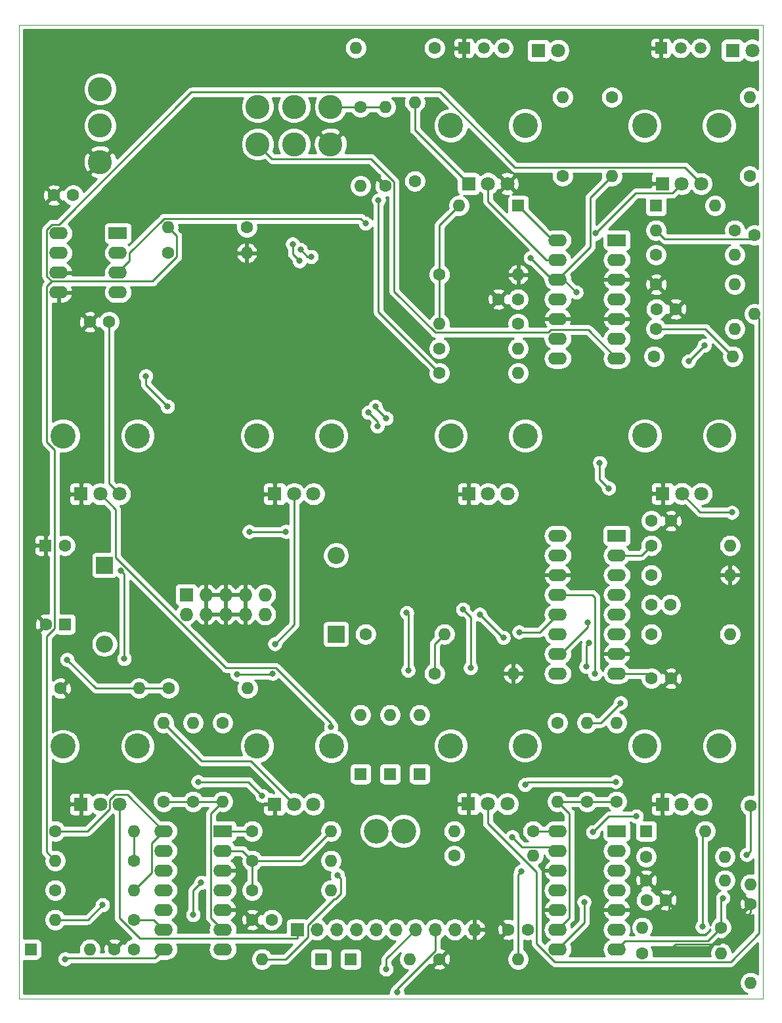
<source format=gbr>
%TF.GenerationSoftware,KiCad,Pcbnew,(5.1.9)-1*%
%TF.CreationDate,2021-11-13T23:25:43+00:00*%
%TF.ProjectId,KOSMOS Function Generator,4b4f534d-4f53-4204-9675-6e6374696f6e,rev?*%
%TF.SameCoordinates,Original*%
%TF.FileFunction,Copper,L2,Bot*%
%TF.FilePolarity,Positive*%
%FSLAX46Y46*%
G04 Gerber Fmt 4.6, Leading zero omitted, Abs format (unit mm)*
G04 Created by KiCad (PCBNEW (5.1.9)-1) date 2021-11-13 23:25:43*
%MOMM*%
%LPD*%
G01*
G04 APERTURE LIST*
%TA.AperFunction,Profile*%
%ADD10C,0.050000*%
%TD*%
%TA.AperFunction,ComponentPad*%
%ADD11C,3.240000*%
%TD*%
%TA.AperFunction,ComponentPad*%
%ADD12C,1.800000*%
%TD*%
%TA.AperFunction,ComponentPad*%
%ADD13R,1.800000X1.800000*%
%TD*%
%TA.AperFunction,ComponentPad*%
%ADD14C,1.600000*%
%TD*%
%TA.AperFunction,ComponentPad*%
%ADD15O,1.600000X1.600000*%
%TD*%
%TA.AperFunction,ComponentPad*%
%ADD16R,1.600000X1.600000*%
%TD*%
%TA.AperFunction,ComponentPad*%
%ADD17R,2.200000X2.200000*%
%TD*%
%TA.AperFunction,ComponentPad*%
%ADD18O,2.200000X2.200000*%
%TD*%
%TA.AperFunction,ComponentPad*%
%ADD19R,1.727200X1.727200*%
%TD*%
%TA.AperFunction,ComponentPad*%
%ADD20O,1.727200X1.727200*%
%TD*%
%TA.AperFunction,ComponentPad*%
%ADD21R,1.700000X1.700000*%
%TD*%
%TA.AperFunction,ComponentPad*%
%ADD22O,1.700000X1.700000*%
%TD*%
%TA.AperFunction,ComponentPad*%
%ADD23R,1.500000X1.500000*%
%TD*%
%TA.AperFunction,ComponentPad*%
%ADD24C,1.500000*%
%TD*%
%TA.AperFunction,ComponentPad*%
%ADD25C,3.100000*%
%TD*%
%TA.AperFunction,ComponentPad*%
%ADD26C,3.200000*%
%TD*%
%TA.AperFunction,ComponentPad*%
%ADD27O,2.400000X1.600000*%
%TD*%
%TA.AperFunction,ComponentPad*%
%ADD28R,2.400000X1.600000*%
%TD*%
%TA.AperFunction,ViaPad*%
%ADD29C,0.800000*%
%TD*%
%TA.AperFunction,Conductor*%
%ADD30C,0.250000*%
%TD*%
%TA.AperFunction,Conductor*%
%ADD31C,0.254000*%
%TD*%
%TA.AperFunction,Conductor*%
%ADD32C,0.100000*%
%TD*%
G04 APERTURE END LIST*
D10*
X19430000Y-142240000D02*
X19430000Y-16680000D01*
X115400000Y-142240000D02*
X19430000Y-142240000D01*
X115400000Y-16680000D02*
X115400000Y-142240000D01*
X19430000Y-16680000D02*
X115400000Y-16680000D01*
D11*
%TO.P,RV2,*%
%TO.N,*%
X100140000Y-69650000D03*
X109740000Y-69650000D03*
D12*
%TO.P,RV2,3*%
%TO.N,+12V*%
X107440000Y-77150000D03*
%TO.P,RV2,2*%
%TO.N,Net-(R14-Pad2)*%
X104940000Y-77150000D03*
D13*
%TO.P,RV2,1*%
%TO.N,GND*%
X102440000Y-77150000D03*
%TD*%
D14*
%TO.P,R45,1*%
%TO.N,+12V*%
X64135000Y-95250000D03*
D15*
%TO.P,R45,2*%
%TO.N,Net-(R45-Pad2)*%
X74295000Y-95250000D03*
%TD*%
D14*
%TO.P,R25,1*%
%TO.N,+12V*%
X89535000Y-36195000D03*
D15*
%TO.P,R25,2*%
%TO.N,Net-(D8-Pad2)*%
X89535000Y-26035000D03*
%TD*%
%TO.P,R21,2*%
%TO.N,Net-(R21-Pad2)*%
X114300000Y-53975000D03*
D14*
%TO.P,R21,1*%
%TO.N,Net-(R12-Pad2)*%
X114300000Y-43815000D03*
%TD*%
D15*
%TO.P,R1,2*%
%TO.N,Net-(R1-Pad2)*%
X59690000Y-120650000D03*
D14*
%TO.P,R1,1*%
%TO.N,/AttackControl*%
X49530000Y-120650000D03*
%TD*%
%TO.P,C1,2*%
%TO.N,GND*%
X22900000Y-93980000D03*
D16*
%TO.P,C1,1*%
%TO.N,+12V*%
X25400000Y-93980000D03*
%TD*%
%TO.P,C2,1*%
%TO.N,GND*%
X22860000Y-83820000D03*
D14*
%TO.P,C2,2*%
%TO.N,-12V*%
X25360000Y-83820000D03*
%TD*%
%TO.P,C3,1*%
%TO.N,GND*%
X102870000Y-129540000D03*
%TO.P,C3,2*%
%TO.N,+12V*%
X100370000Y-129540000D03*
%TD*%
%TO.P,C4,2*%
%TO.N,+12V*%
X52030000Y-132080000D03*
%TO.P,C4,1*%
%TO.N,GND*%
X49530000Y-132080000D03*
%TD*%
%TO.P,C5,1*%
%TO.N,GND*%
X104140000Y-53340000D03*
%TO.P,C5,2*%
%TO.N,+12V*%
X101640000Y-53340000D03*
%TD*%
%TO.P,C6,2*%
%TO.N,-12V*%
X85050000Y-133350000D03*
%TO.P,C6,1*%
%TO.N,GND*%
X82550000Y-133350000D03*
%TD*%
%TO.P,C7,1*%
%TO.N,GND*%
X31750000Y-135890000D03*
%TO.P,C7,2*%
%TO.N,-12V*%
X34250000Y-135890000D03*
%TD*%
%TO.P,C8,1*%
%TO.N,GND*%
X81280000Y-52070000D03*
%TO.P,C8,2*%
%TO.N,-12V*%
X83780000Y-52070000D03*
%TD*%
%TO.P,C9,2*%
%TO.N,/VTrig*%
X103465000Y-91440000D03*
%TO.P,C9,1*%
%TO.N,Net-(C9-Pad1)*%
X100965000Y-91440000D03*
%TD*%
%TO.P,C10,2*%
%TO.N,Net-(C10-Pad2)*%
X101005000Y-100965000D03*
%TO.P,C10,1*%
%TO.N,GND*%
X103505000Y-100965000D03*
%TD*%
%TO.P,C11,1*%
%TO.N,GND*%
X103505000Y-80645000D03*
%TO.P,C11,2*%
%TO.N,Net-(C11-Pad2)*%
X101005000Y-80645000D03*
%TD*%
D17*
%TO.P,D1,1*%
%TO.N,+12V*%
X60325000Y-95250000D03*
D18*
%TO.P,D1,2*%
%TO.N,Net-(D1-Pad2)*%
X60325000Y-85090000D03*
%TD*%
D15*
%TO.P,D2,2*%
%TO.N,/Trigger*%
X67310000Y-105664000D03*
D16*
%TO.P,D2,1*%
%TO.N,Net-(D11-Pad1)*%
X67310000Y-113284000D03*
%TD*%
%TO.P,D3,1*%
%TO.N,Net-(D3-Pad1)*%
X100330000Y-120650000D03*
D15*
%TO.P,D3,2*%
%TO.N,Net-(D3-Pad2)*%
X107950000Y-120650000D03*
%TD*%
D16*
%TO.P,D4,1*%
%TO.N,Net-(D11-Pad1)*%
X71120000Y-113284000D03*
D15*
%TO.P,D4,2*%
%TO.N,Net-(D4-Pad2)*%
X71120000Y-105664000D03*
%TD*%
D18*
%TO.P,D5,2*%
%TO.N,-12V*%
X30480000Y-96520000D03*
D17*
%TO.P,D5,1*%
%TO.N,Net-(D5-Pad1)*%
X30480000Y-86360000D03*
%TD*%
D16*
%TO.P,D6,1*%
%TO.N,Net-(D6-Pad1)*%
X101600000Y-40005000D03*
D15*
%TO.P,D6,2*%
%TO.N,Net-(D6-Pad2)*%
X109220000Y-40005000D03*
%TD*%
%TO.P,D7,2*%
%TO.N,Net-(D7-Pad2)*%
X28575000Y-135890000D03*
D16*
%TO.P,D7,1*%
%TO.N,Net-(D7-Pad1)*%
X20955000Y-135890000D03*
%TD*%
D12*
%TO.P,D8,2*%
%TO.N,Net-(D8-Pad2)*%
X88970000Y-19990000D03*
D13*
%TO.P,D8,1*%
%TO.N,Net-(D8-Pad1)*%
X86430000Y-19990000D03*
%TD*%
%TO.P,D9,1*%
%TO.N,Net-(D9-Pad1)*%
X111450000Y-19980000D03*
D12*
%TO.P,D9,2*%
%TO.N,Net-(D9-Pad2)*%
X113990000Y-19980000D03*
%TD*%
D16*
%TO.P,D10,1*%
%TO.N,Net-(D10-Pad1)*%
X83820000Y-40005000D03*
D15*
%TO.P,D10,2*%
%TO.N,Net-(D10-Pad2)*%
X76200000Y-40005000D03*
%TD*%
%TO.P,D11,2*%
%TO.N,/ManTrigger*%
X63500000Y-105664000D03*
D16*
%TO.P,D11,1*%
%TO.N,Net-(D11-Pad1)*%
X63500000Y-113284000D03*
%TD*%
%TO.P,D12,1*%
%TO.N,Net-(D12-Pad1)*%
X62230000Y-137160000D03*
D15*
%TO.P,D12,2*%
%TO.N,/Gate*%
X69850000Y-137160000D03*
%TD*%
%TO.P,D13,2*%
%TO.N,/ManTrigger*%
X50800000Y-137160000D03*
D16*
%TO.P,D13,1*%
%TO.N,Net-(D12-Pad1)*%
X58420000Y-137160000D03*
%TD*%
D19*
%TO.P,J1,1*%
%TO.N,Net-(D5-Pad1)*%
X41010000Y-90170000D03*
D20*
%TO.P,J1,2*%
X41010000Y-92710000D03*
%TO.P,J1,3*%
%TO.N,GND*%
X43550000Y-90170000D03*
%TO.P,J1,4*%
X43550000Y-92710000D03*
%TO.P,J1,5*%
X46090000Y-90170000D03*
%TO.P,J1,6*%
X46090000Y-92710000D03*
%TO.P,J1,7*%
X48630000Y-90170000D03*
%TO.P,J1,8*%
X48630000Y-92710000D03*
%TO.P,J1,9*%
%TO.N,Net-(D1-Pad2)*%
X51170000Y-90170000D03*
%TO.P,J1,10*%
X51170000Y-92710000D03*
%TD*%
D21*
%TO.P,J2,1*%
%TO.N,/Acv*%
X55330000Y-133360000D03*
D22*
%TO.P,J2,2*%
%TO.N,/Dcv*%
X57870000Y-133360000D03*
%TO.P,J2,3*%
%TO.N,/Scv*%
X60410000Y-133360000D03*
%TO.P,J2,4*%
%TO.N,/Rcv*%
X62950000Y-133360000D03*
%TO.P,J2,5*%
%TO.N,/Trigger*%
X65490000Y-133360000D03*
%TO.P,J2,6*%
%TO.N,/Gate*%
X68030000Y-133360000D03*
%TO.P,J2,7*%
%TO.N,/Out*%
X70570000Y-133360000D03*
%TO.P,J2,8*%
%TO.N,/EocOut*%
X73110000Y-133360000D03*
%TO.P,J2,9*%
%TO.N,Net-(J2-Pad9)*%
X75650000Y-133360000D03*
%TO.P,J2,10*%
%TO.N,GND*%
X78190000Y-133360000D03*
%TD*%
D23*
%TO.P,Q1,1*%
%TO.N,GND*%
X76835000Y-19685000D03*
D24*
%TO.P,Q1,3*%
%TO.N,Net-(D8-Pad1)*%
X81915000Y-19685000D03*
%TO.P,Q1,2*%
%TO.N,Net-(Q1-Pad2)*%
X79375000Y-19685000D03*
%TD*%
%TO.P,Q2,2*%
%TO.N,Net-(Q2-Pad2)*%
X104775000Y-19685000D03*
%TO.P,Q2,3*%
%TO.N,Net-(D9-Pad1)*%
X107315000Y-19685000D03*
D23*
%TO.P,Q2,1*%
%TO.N,GND*%
X102235000Y-19685000D03*
%TD*%
D15*
%TO.P,R2,2*%
%TO.N,Net-(R2-Pad2)*%
X99822000Y-133096000D03*
D14*
%TO.P,R2,1*%
%TO.N,/VTrig*%
X109982000Y-133096000D03*
%TD*%
D15*
%TO.P,R3,2*%
%TO.N,Net-(D11-Pad1)*%
X110490000Y-123952000D03*
D14*
%TO.P,R3,1*%
%TO.N,Net-(R3-Pad1)*%
X100330000Y-123952000D03*
%TD*%
%TO.P,R4,1*%
%TO.N,Net-(R2-Pad2)*%
X99822000Y-136398000D03*
D15*
%TO.P,R4,2*%
%TO.N,Net-(D3-Pad2)*%
X109982000Y-136398000D03*
%TD*%
%TO.P,R5,2*%
%TO.N,Net-(R5-Pad2)*%
X59690000Y-124460000D03*
D14*
%TO.P,R5,1*%
%TO.N,Net-(R1-Pad2)*%
X49530000Y-124460000D03*
%TD*%
D15*
%TO.P,R6,2*%
%TO.N,Net-(D3-Pad2)*%
X113792000Y-140208000D03*
D14*
%TO.P,R6,1*%
%TO.N,GND*%
X113792000Y-130048000D03*
%TD*%
%TO.P,R7,1*%
%TO.N,Net-(R7-Pad1)*%
X113792000Y-117348000D03*
D15*
%TO.P,R7,2*%
%TO.N,+12V*%
X113792000Y-127508000D03*
%TD*%
%TO.P,R8,2*%
%TO.N,Net-(R7-Pad1)*%
X110490000Y-127000000D03*
D14*
%TO.P,R8,1*%
%TO.N,GND*%
X100330000Y-127000000D03*
%TD*%
%TO.P,R9,1*%
%TO.N,Net-(R1-Pad2)*%
X49530000Y-128270000D03*
D15*
%TO.P,R9,2*%
%TO.N,Net-(R9-Pad2)*%
X59690000Y-128270000D03*
%TD*%
%TO.P,R10,2*%
%TO.N,Net-(R10-Pad2)*%
X88900000Y-116840000D03*
D14*
%TO.P,R10,1*%
%TO.N,/ReleaseControl*%
X88900000Y-106680000D03*
%TD*%
%TO.P,R11,1*%
%TO.N,/DecayControl*%
X45720000Y-106680000D03*
D15*
%TO.P,R11,2*%
%TO.N,Net-(R11-Pad2)*%
X45720000Y-116840000D03*
%TD*%
D14*
%TO.P,R12,1*%
%TO.N,Net-(D6-Pad1)*%
X111760000Y-43180000D03*
D15*
%TO.P,R12,2*%
%TO.N,Net-(R12-Pad2)*%
X101600000Y-43180000D03*
%TD*%
D14*
%TO.P,R13,1*%
%TO.N,Net-(R13-Pad1)*%
X101346000Y-59436000D03*
D15*
%TO.P,R13,2*%
%TO.N,Net-(R13-Pad2)*%
X111506000Y-59436000D03*
%TD*%
D14*
%TO.P,R14,1*%
%TO.N,Net-(R10-Pad2)*%
X92710000Y-116840000D03*
D15*
%TO.P,R14,2*%
%TO.N,Net-(R14-Pad2)*%
X92710000Y-106680000D03*
%TD*%
D14*
%TO.P,R15,1*%
%TO.N,Net-(R11-Pad2)*%
X41910000Y-116840000D03*
D15*
%TO.P,R15,2*%
%TO.N,Net-(R15-Pad2)*%
X41910000Y-106680000D03*
%TD*%
%TO.P,R16,2*%
%TO.N,Net-(R16-Pad2)*%
X111760000Y-46355000D03*
D14*
%TO.P,R16,1*%
%TO.N,Net-(R12-Pad2)*%
X101600000Y-46355000D03*
%TD*%
D15*
%TO.P,R17,2*%
%TO.N,Net-(D6-Pad2)*%
X111760000Y-55880000D03*
D14*
%TO.P,R17,1*%
%TO.N,Net-(R13-Pad2)*%
X101600000Y-55880000D03*
%TD*%
%TO.P,R18,1*%
%TO.N,GND*%
X101600000Y-50165000D03*
D15*
%TO.P,R18,2*%
%TO.N,Net-(D6-Pad2)*%
X111760000Y-50165000D03*
%TD*%
%TO.P,R19,2*%
%TO.N,Net-(R19-Pad2)*%
X96520000Y-106680000D03*
D14*
%TO.P,R19,1*%
%TO.N,Net-(R10-Pad2)*%
X96520000Y-116840000D03*
%TD*%
D15*
%TO.P,R20,2*%
%TO.N,Net-(R20-Pad2)*%
X38100000Y-106680000D03*
D14*
%TO.P,R20,1*%
%TO.N,Net-(R11-Pad2)*%
X38100000Y-116840000D03*
%TD*%
D15*
%TO.P,R22,2*%
%TO.N,Net-(R22-Pad2)*%
X24130000Y-124460000D03*
D14*
%TO.P,R22,1*%
%TO.N,Net-(R22-Pad1)*%
X34290000Y-124460000D03*
%TD*%
D15*
%TO.P,R23,2*%
%TO.N,Net-(R22-Pad1)*%
X34290000Y-120650000D03*
D14*
%TO.P,R23,1*%
%TO.N,Net-(R23-Pad1)*%
X24130000Y-120650000D03*
%TD*%
%TO.P,R24,1*%
%TO.N,Net-(R24-Pad1)*%
X85725000Y-120650000D03*
D15*
%TO.P,R24,2*%
%TO.N,Net-(R24-Pad2)*%
X75565000Y-120650000D03*
%TD*%
D14*
%TO.P,R26,1*%
%TO.N,Net-(R26-Pad1)*%
X34290000Y-132080000D03*
D15*
%TO.P,R26,2*%
%TO.N,Net-(D12-Pad1)*%
X24130000Y-132080000D03*
%TD*%
%TO.P,R27,2*%
%TO.N,Net-(D7-Pad2)*%
X85725000Y-123825000D03*
D14*
%TO.P,R27,1*%
%TO.N,Net-(R24-Pad2)*%
X75565000Y-123825000D03*
%TD*%
%TO.P,R28,1*%
%TO.N,/Out*%
X24130000Y-128270000D03*
D15*
%TO.P,R28,2*%
%TO.N,Net-(R23-Pad1)*%
X34290000Y-128270000D03*
%TD*%
D14*
%TO.P,R29,1*%
%TO.N,/env*%
X100965000Y-83820000D03*
D15*
%TO.P,R29,2*%
%TO.N,Net-(R29-Pad2)*%
X111125000Y-83820000D03*
%TD*%
D14*
%TO.P,R30,1*%
%TO.N,GND*%
X73660000Y-137160000D03*
D15*
%TO.P,R30,2*%
%TO.N,Net-(D7-Pad2)*%
X83820000Y-137160000D03*
%TD*%
%TO.P,R31,2*%
%TO.N,/EocOut*%
X62865000Y-19685000D03*
D14*
%TO.P,R31,1*%
%TO.N,Net-(Q1-Pad2)*%
X73025000Y-19685000D03*
%TD*%
D15*
%TO.P,R32,2*%
%TO.N,Net-(D9-Pad2)*%
X113665000Y-26035000D03*
D14*
%TO.P,R32,1*%
%TO.N,+12V*%
X113665000Y-36195000D03*
%TD*%
%TO.P,R33,1*%
%TO.N,Net-(R33-Pad1)*%
X38735000Y-102235000D03*
D15*
%TO.P,R33,2*%
%TO.N,+12V*%
X48895000Y-102235000D03*
%TD*%
D14*
%TO.P,R34,1*%
%TO.N,GND*%
X24765000Y-102235000D03*
D15*
%TO.P,R34,2*%
%TO.N,Net-(R33-Pad1)*%
X34925000Y-102235000D03*
%TD*%
%TO.P,R35,2*%
%TO.N,GND*%
X111125000Y-87630000D03*
D14*
%TO.P,R35,1*%
%TO.N,/Vgate*%
X100965000Y-87630000D03*
%TD*%
D15*
%TO.P,R36,2*%
%TO.N,+12V*%
X63500000Y-37465000D03*
D14*
%TO.P,R36,1*%
%TO.N,Net-(R36-Pad1)*%
X63500000Y-27305000D03*
%TD*%
%TO.P,R37,1*%
%TO.N,GND*%
X66675000Y-37465000D03*
D15*
%TO.P,R37,2*%
%TO.N,Net-(R36-Pad1)*%
X66675000Y-27305000D03*
%TD*%
%TO.P,R38,2*%
%TO.N,/env*%
X95885000Y-36195000D03*
D14*
%TO.P,R38,1*%
%TO.N,Net-(Q2-Pad2)*%
X95885000Y-26035000D03*
%TD*%
%TO.P,R39,1*%
%TO.N,+12V*%
X70485000Y-36830000D03*
D15*
%TO.P,R39,2*%
%TO.N,Net-(R39-Pad2)*%
X70485000Y-26670000D03*
%TD*%
%TO.P,R40,2*%
%TO.N,Net-(R40-Pad2)*%
X83820000Y-58420000D03*
D14*
%TO.P,R40,1*%
%TO.N,Net-(R40-Pad1)*%
X73660000Y-58420000D03*
%TD*%
%TO.P,R41,1*%
%TO.N,Net-(R40-Pad2)*%
X83820000Y-55245000D03*
D15*
%TO.P,R41,2*%
%TO.N,Net-(D10-Pad2)*%
X73660000Y-55245000D03*
%TD*%
D14*
%TO.P,R42,1*%
%TO.N,/EocOut*%
X73660000Y-61595000D03*
D15*
%TO.P,R42,2*%
%TO.N,Net-(R40-Pad1)*%
X83820000Y-61595000D03*
%TD*%
%TO.P,R43,2*%
%TO.N,GND*%
X83820000Y-48895000D03*
D14*
%TO.P,R43,1*%
%TO.N,Net-(D10-Pad2)*%
X73660000Y-48895000D03*
%TD*%
%TO.P,R44,1*%
%TO.N,Net-(R44-Pad1)*%
X100965000Y-95250000D03*
D15*
%TO.P,R44,2*%
%TO.N,-12V*%
X111125000Y-95250000D03*
%TD*%
%TO.P,R46,2*%
%TO.N,GND*%
X83185000Y-100330000D03*
D14*
%TO.P,R46,1*%
%TO.N,Net-(R45-Pad2)*%
X73025000Y-100330000D03*
%TD*%
D11*
%TO.P,RV1,*%
%TO.N,*%
X25130000Y-69680000D03*
X34730000Y-69680000D03*
D12*
%TO.P,RV1,3*%
%TO.N,+12V*%
X32430000Y-77180000D03*
%TO.P,RV1,2*%
%TO.N,Net-(R5-Pad2)*%
X29930000Y-77180000D03*
D13*
%TO.P,RV1,1*%
%TO.N,GND*%
X27430000Y-77180000D03*
%TD*%
%TO.P,RV3,1*%
%TO.N,GND*%
X52430000Y-77180000D03*
D12*
%TO.P,RV3,2*%
%TO.N,Net-(R15-Pad2)*%
X54930000Y-77180000D03*
%TO.P,RV3,3*%
%TO.N,+12V*%
X57430000Y-77180000D03*
D11*
%TO.P,RV3,*%
%TO.N,*%
X59730000Y-69680000D03*
X50130000Y-69680000D03*
%TD*%
D13*
%TO.P,RV4,1*%
%TO.N,GND*%
X77430000Y-77180000D03*
D12*
%TO.P,RV4,2*%
%TO.N,Net-(R16-Pad2)*%
X79930000Y-77180000D03*
%TO.P,RV4,3*%
%TO.N,+12V*%
X82430000Y-77180000D03*
D11*
%TO.P,RV4,*%
%TO.N,*%
X84730000Y-69680000D03*
X75130000Y-69680000D03*
%TD*%
D13*
%TO.P,RV5,1*%
%TO.N,GND*%
X102420000Y-37180000D03*
D12*
%TO.P,RV5,2*%
%TO.N,Net-(RV5-Pad2)*%
X104920000Y-37180000D03*
%TO.P,RV5,3*%
%TO.N,Net-(R22-Pad2)*%
X107420000Y-37180000D03*
D11*
%TO.P,RV5,*%
%TO.N,*%
X109720000Y-29680000D03*
X100120000Y-29680000D03*
%TD*%
%TO.P,RV6,*%
%TO.N,*%
X75120000Y-29670000D03*
X84720000Y-29670000D03*
D12*
%TO.P,RV6,3*%
%TO.N,GND*%
X82420000Y-37170000D03*
%TO.P,RV6,2*%
%TO.N,Net-(RV6-Pad2)*%
X79920000Y-37170000D03*
D13*
%TO.P,RV6,1*%
%TO.N,Net-(R39-Pad2)*%
X77420000Y-37170000D03*
%TD*%
%TO.P,RV7,1*%
%TO.N,GND*%
X27420000Y-117190000D03*
D12*
%TO.P,RV7,2*%
%TO.N,Net-(R9-Pad2)*%
X29920000Y-117190000D03*
%TO.P,RV7,3*%
%TO.N,/Acv*%
X32420000Y-117190000D03*
D11*
%TO.P,RV7,*%
%TO.N,*%
X34720000Y-109690000D03*
X25120000Y-109690000D03*
%TD*%
%TO.P,RV8,*%
%TO.N,*%
X75110000Y-109650000D03*
X84710000Y-109650000D03*
D12*
%TO.P,RV8,3*%
%TO.N,/Scv*%
X82410000Y-117150000D03*
%TO.P,RV8,2*%
%TO.N,Net-(R21-Pad2)*%
X79910000Y-117150000D03*
D13*
%TO.P,RV8,1*%
%TO.N,GND*%
X77410000Y-117150000D03*
%TD*%
D11*
%TO.P,RV9,*%
%TO.N,*%
X100130000Y-109680000D03*
X109730000Y-109680000D03*
D12*
%TO.P,RV9,3*%
%TO.N,/Rcv*%
X107430000Y-117180000D03*
%TO.P,RV9,2*%
%TO.N,Net-(R19-Pad2)*%
X104930000Y-117180000D03*
D13*
%TO.P,RV9,1*%
%TO.N,GND*%
X102430000Y-117180000D03*
%TD*%
%TO.P,RV10,1*%
%TO.N,GND*%
X52420000Y-117170000D03*
D12*
%TO.P,RV10,2*%
%TO.N,Net-(R20-Pad2)*%
X54920000Y-117170000D03*
%TO.P,RV10,3*%
%TO.N,/Dcv*%
X57420000Y-117170000D03*
D11*
%TO.P,RV10,*%
%TO.N,*%
X59720000Y-109670000D03*
X50120000Y-109670000D03*
%TD*%
D25*
%TO.P,SW1,2*%
%TO.N,Net-(D4-Pad2)*%
X29910000Y-29670000D03*
%TO.P,SW1,3*%
%TO.N,/EocOut*%
X29910000Y-24970000D03*
%TO.P,SW1,1*%
%TO.N,GND*%
X29910000Y-34370000D03*
%TD*%
%TO.P,SW2,2*%
%TO.N,/SustainControl*%
X54920000Y-32085000D03*
%TO.P,SW2,3*%
%TO.N,GND*%
X59620000Y-32085000D03*
%TO.P,SW2,1*%
%TO.N,Net-(R13-Pad1)*%
X50220000Y-32085000D03*
%TO.P,SW2,6*%
%TO.N,Net-(R36-Pad1)*%
X59620000Y-27255000D03*
%TO.P,SW2,5*%
%TO.N,/Vgate*%
X54920000Y-27255000D03*
%TO.P,SW2,4*%
%TO.N,Net-(R24-Pad1)*%
X50220000Y-27255000D03*
%TD*%
D26*
%TO.P,SW3,2*%
%TO.N,/ManTrigger*%
X69060000Y-120650000D03*
%TO.P,SW3,1*%
%TO.N,Net-(R45-Pad2)*%
X65560000Y-120650000D03*
%TD*%
D27*
%TO.P,U1,14*%
%TO.N,Net-(R24-Pad1)*%
X88900000Y-120650000D03*
%TO.P,U1,7*%
%TO.N,/VTrig*%
X96520000Y-135890000D03*
%TO.P,U1,13*%
%TO.N,Net-(R24-Pad2)*%
X88900000Y-123190000D03*
%TO.P,U1,6*%
%TO.N,Net-(R2-Pad2)*%
X96520000Y-133350000D03*
%TO.P,U1,12*%
%TO.N,GND*%
X88900000Y-125730000D03*
%TO.P,U1,5*%
X96520000Y-130810000D03*
%TO.P,U1,11*%
%TO.N,-12V*%
X88900000Y-128270000D03*
%TO.P,U1,4*%
%TO.N,+12V*%
X96520000Y-128270000D03*
%TO.P,U1,10*%
%TO.N,GND*%
X88900000Y-130810000D03*
%TO.P,U1,3*%
%TO.N,Net-(R7-Pad1)*%
X96520000Y-125730000D03*
%TO.P,U1,9*%
%TO.N,Net-(R10-Pad2)*%
X88900000Y-133350000D03*
%TO.P,U1,2*%
%TO.N,Net-(R3-Pad1)*%
X96520000Y-123190000D03*
%TO.P,U1,8*%
%TO.N,/ReleaseControl*%
X88900000Y-135890000D03*
D28*
%TO.P,U1,1*%
%TO.N,Net-(D3-Pad1)*%
X96520000Y-120650000D03*
%TD*%
%TO.P,U2,1*%
%TO.N,/AttackControl*%
X45720000Y-120650000D03*
D27*
%TO.P,U2,8*%
%TO.N,Net-(D7-Pad1)*%
X38100000Y-135890000D03*
%TO.P,U2,2*%
%TO.N,Net-(R1-Pad2)*%
X45720000Y-123190000D03*
%TO.P,U2,9*%
%TO.N,Net-(R26-Pad1)*%
X38100000Y-133350000D03*
%TO.P,U2,3*%
%TO.N,GND*%
X45720000Y-125730000D03*
%TO.P,U2,10*%
%TO.N,Net-(R33-Pad1)*%
X38100000Y-130810000D03*
%TO.P,U2,4*%
%TO.N,+12V*%
X45720000Y-128270000D03*
%TO.P,U2,11*%
%TO.N,-12V*%
X38100000Y-128270000D03*
%TO.P,U2,5*%
%TO.N,GND*%
X45720000Y-130810000D03*
%TO.P,U2,12*%
%TO.N,Net-(RV5-Pad2)*%
X38100000Y-125730000D03*
%TO.P,U2,6*%
%TO.N,Net-(R11-Pad2)*%
X45720000Y-133350000D03*
%TO.P,U2,13*%
%TO.N,Net-(R22-Pad1)*%
X38100000Y-123190000D03*
%TO.P,U2,7*%
%TO.N,/DecayControl*%
X45720000Y-135890000D03*
%TO.P,U2,14*%
%TO.N,Net-(R23-Pad1)*%
X38100000Y-120650000D03*
%TD*%
D28*
%TO.P,U3,1*%
%TO.N,Net-(D6-Pad1)*%
X96520000Y-44450000D03*
D27*
%TO.P,U3,8*%
%TO.N,Net-(R40-Pad1)*%
X88900000Y-59690000D03*
%TO.P,U3,2*%
%TO.N,Net-(R12-Pad2)*%
X96520000Y-46990000D03*
%TO.P,U3,9*%
%TO.N,Net-(R40-Pad2)*%
X88900000Y-57150000D03*
%TO.P,U3,3*%
%TO.N,GND*%
X96520000Y-49530000D03*
%TO.P,U3,10*%
X88900000Y-54610000D03*
%TO.P,U3,4*%
%TO.N,+12V*%
X96520000Y-52070000D03*
%TO.P,U3,11*%
%TO.N,-12V*%
X88900000Y-52070000D03*
%TO.P,U3,5*%
%TO.N,GND*%
X96520000Y-54610000D03*
%TO.P,U3,12*%
%TO.N,/env*%
X88900000Y-49530000D03*
%TO.P,U3,6*%
%TO.N,Net-(R13-Pad2)*%
X96520000Y-57150000D03*
%TO.P,U3,13*%
%TO.N,Net-(RV6-Pad2)*%
X88900000Y-46990000D03*
%TO.P,U3,7*%
%TO.N,Net-(R13-Pad1)*%
X96520000Y-59690000D03*
%TO.P,U3,14*%
%TO.N,Net-(D10-Pad1)*%
X88900000Y-44450000D03*
%TD*%
D28*
%TO.P,U4,1*%
%TO.N,Net-(C11-Pad2)*%
X96520000Y-82550000D03*
D27*
%TO.P,U4,9*%
%TO.N,/SustainControl*%
X88900000Y-100330000D03*
%TO.P,U4,2*%
%TO.N,/env*%
X96520000Y-85090000D03*
%TO.P,U4,10*%
%TO.N,Net-(R29-Pad2)*%
X88900000Y-97790000D03*
%TO.P,U4,3*%
%TO.N,Net-(U4-Pad3)*%
X96520000Y-87630000D03*
%TO.P,U4,11*%
%TO.N,+12V*%
X88900000Y-95250000D03*
%TO.P,U4,4*%
%TO.N,/Vgate*%
X96520000Y-90170000D03*
%TO.P,U4,12*%
%TO.N,/DecayControl*%
X88900000Y-92710000D03*
%TO.P,U4,5*%
%TO.N,Net-(C9-Pad1)*%
X96520000Y-92710000D03*
%TO.P,U4,13*%
%TO.N,/ReleaseControl*%
X88900000Y-90170000D03*
%TO.P,U4,6*%
%TO.N,Net-(R44-Pad1)*%
X96520000Y-95250000D03*
%TO.P,U4,14*%
%TO.N,GND*%
X88900000Y-87630000D03*
%TO.P,U4,7*%
X96520000Y-97790000D03*
%TO.P,U4,15*%
%TO.N,/AttackControl*%
X88900000Y-85090000D03*
%TO.P,U4,8*%
%TO.N,Net-(C10-Pad2)*%
X96520000Y-100330000D03*
%TO.P,U4,16*%
%TO.N,Net-(U4-Pad16)*%
X88900000Y-82550000D03*
%TD*%
D14*
%TO.P,C12,2*%
%TO.N,+12V*%
X31075000Y-54991000D03*
%TO.P,C12,1*%
%TO.N,GND*%
X28575000Y-54991000D03*
%TD*%
%TO.P,C13,1*%
%TO.N,GND*%
X23939500Y-38671500D03*
%TO.P,C13,2*%
%TO.N,-12V*%
X26439500Y-38671500D03*
%TD*%
%TO.P,R47,1*%
%TO.N,Net-(R47-Pad1)*%
X48831500Y-42799000D03*
D15*
%TO.P,R47,2*%
%TO.N,Net-(R22-Pad2)*%
X38671500Y-42799000D03*
%TD*%
%TO.P,R48,2*%
%TO.N,GND*%
X48831500Y-46101000D03*
D14*
%TO.P,R48,1*%
%TO.N,Net-(R47-Pad1)*%
X38671500Y-46101000D03*
%TD*%
D28*
%TO.P,U5,1*%
%TO.N,Net-(R22-Pad2)*%
X32194500Y-43561000D03*
D27*
%TO.P,U5,5*%
%TO.N,GND*%
X24574500Y-51181000D03*
%TO.P,U5,2*%
%TO.N,Net-(R47-Pad1)*%
X32194500Y-46101000D03*
%TO.P,U5,6*%
%TO.N,GND*%
X24574500Y-48641000D03*
%TO.P,U5,3*%
%TO.N,/env*%
X32194500Y-48641000D03*
%TO.P,U5,7*%
%TO.N,Net-(U5-Pad7)*%
X24574500Y-46101000D03*
%TO.P,U5,4*%
%TO.N,-12V*%
X32194500Y-51181000D03*
%TO.P,U5,8*%
%TO.N,+12V*%
X24574500Y-43561000D03*
%TD*%
D29*
%TO.N,GND*%
X103124000Y-136271000D03*
X103251000Y-133350000D03*
%TO.N,/VTrig*%
X110236000Y-129286000D03*
%TO.N,Net-(D11-Pad1)*%
X96393000Y-114300000D03*
X84709000Y-114681000D03*
%TO.N,Net-(D3-Pad2)*%
X107569000Y-132969000D03*
%TO.N,Net-(D4-Pad2)*%
X35814000Y-61976000D03*
X38608000Y-65913000D03*
X49149000Y-82042000D03*
X53848000Y-82042000D03*
X69639727Y-99930009D03*
X69450848Y-92495754D03*
%TO.N,Net-(D7-Pad2)*%
X84201000Y-125857000D03*
%TO.N,Net-(D7-Pad1)*%
X25400000Y-137160000D03*
%TO.N,/ManTrigger*%
X60540002Y-126365000D03*
%TO.N,Net-(D12-Pad1)*%
X30226000Y-130175000D03*
%TO.N,/Rcv*%
X99060000Y-118745000D03*
X93476660Y-120781660D03*
%TO.N,/Out*%
X66783062Y-138460011D03*
%TO.N,/EocOut*%
X68193091Y-141441010D03*
X65802187Y-39282509D03*
%TO.N,/AttackControl*%
X92583000Y-99441000D03*
X92951652Y-96380651D03*
%TO.N,Net-(R5-Pad2)*%
X59656148Y-107244158D03*
%TO.N,Net-(R7-Pad1)*%
X113284000Y-123698000D03*
%TO.N,Net-(R9-Pad2)*%
X42545000Y-114300000D03*
X50811193Y-116089114D03*
%TO.N,/ReleaseControl*%
X92329000Y-129794000D03*
X93724786Y-100366589D03*
%TO.N,/DecayControl*%
X41910000Y-131445000D03*
X83947000Y-94996000D03*
X42950359Y-127269040D03*
X47562077Y-100420010D03*
X52180469Y-100337212D03*
%TO.N,Net-(R14-Pad2)*%
X97028000Y-104140000D03*
X111379000Y-79565500D03*
%TO.N,Net-(R15-Pad2)*%
X52451000Y-96520000D03*
%TO.N,Net-(R16-Pad2)*%
X105791000Y-60071000D03*
X107823000Y-58039000D03*
%TO.N,/env*%
X91313000Y-51181000D03*
X95504000Y-76454000D03*
X94328979Y-73179011D03*
X85407500Y-46736000D03*
X64135000Y-42291000D03*
%TO.N,Net-(R24-Pad1)*%
X76708000Y-92075000D03*
X65659000Y-68453000D03*
X64516000Y-66675000D03*
X54737000Y-44958000D03*
X77684263Y-99604990D03*
X55626000Y-47133022D03*
%TO.N,Net-(R24-Pad2)*%
X83058000Y-121412000D03*
%TO.N,Net-(R29-Pad2)*%
X92777617Y-93798971D03*
%TO.N,Net-(R33-Pad1)*%
X25654000Y-98552000D03*
%TO.N,Net-(RV5-Pad2)*%
X33020000Y-98425000D03*
X32580212Y-87064661D03*
X93819987Y-43581846D03*
%TO.N,/SustainControl*%
X78867000Y-92710000D03*
X66802000Y-67437000D03*
X65405000Y-65913000D03*
X81915000Y-95721010D03*
X57130721Y-46583032D03*
X55753000Y-45683010D03*
%TD*%
D30*
%TO.N,GND*%
X113792000Y-131179370D02*
X109698371Y-135272999D01*
X113792000Y-130048000D02*
X113792000Y-131179370D01*
X109698371Y-135272999D02*
X104122001Y-135272999D01*
X104122001Y-135272999D02*
X103124000Y-136271000D01*
X103251000Y-129921000D02*
X102870000Y-129540000D01*
X103251000Y-133350000D02*
X103251000Y-129921000D01*
%TO.N,+12V*%
X31075000Y-75825000D02*
X32430000Y-77180000D01*
X31075000Y-54991000D02*
X31075000Y-75825000D01*
%TO.N,/VTrig*%
X109982000Y-129540000D02*
X110236000Y-129286000D01*
X109982000Y-133096000D02*
X109982000Y-129540000D01*
X97587012Y-134822988D02*
X108255012Y-134822988D01*
X96520000Y-135890000D02*
X97587012Y-134822988D01*
X108255012Y-134822988D02*
X109982000Y-133096000D01*
%TO.N,Net-(C10-Pad2)*%
X100370000Y-100330000D02*
X101005000Y-100965000D01*
X96520000Y-100330000D02*
X100370000Y-100330000D01*
%TO.N,Net-(D11-Pad1)*%
X85090000Y-114300000D02*
X84709000Y-114681000D01*
X96393000Y-114300000D02*
X85090000Y-114300000D01*
%TO.N,Net-(D3-Pad2)*%
X107569000Y-121031000D02*
X107950000Y-120650000D01*
X107569000Y-132969000D02*
X107569000Y-121031000D01*
%TO.N,Net-(D4-Pad2)*%
X35814000Y-63119000D02*
X38608000Y-65913000D01*
X35814000Y-61976000D02*
X35814000Y-63119000D01*
X53975000Y-82042000D02*
X53848000Y-82042000D01*
X49149000Y-82042000D02*
X53848000Y-82042000D01*
X69639727Y-99930009D02*
X69639727Y-92684633D01*
X69639727Y-92684633D02*
X69450848Y-92495754D01*
%TO.N,Net-(D7-Pad2)*%
X83820000Y-126238000D02*
X84201000Y-125857000D01*
X83820000Y-137160000D02*
X83820000Y-126238000D01*
%TO.N,Net-(D7-Pad1)*%
X36974999Y-137015001D02*
X38100000Y-135890000D01*
X25544999Y-137015001D02*
X25400000Y-137160000D01*
X36974999Y-137015001D02*
X25544999Y-137015001D01*
%TO.N,Net-(D10-Pad1)*%
X88265000Y-44450000D02*
X83820000Y-40005000D01*
X88900000Y-44450000D02*
X88265000Y-44450000D01*
%TO.N,Net-(D10-Pad2)*%
X73660000Y-55245000D02*
X73660000Y-48895000D01*
X73660000Y-42545000D02*
X76200000Y-40005000D01*
X73660000Y-48895000D02*
X73660000Y-42545000D01*
%TO.N,/ManTrigger*%
X60940001Y-126764999D02*
X60540002Y-126365000D01*
X60230001Y-129395001D02*
X60940001Y-128685001D01*
X60095997Y-129395001D02*
X60230001Y-129395001D01*
X56694999Y-132795999D02*
X60095997Y-129395001D01*
X56694999Y-134280003D02*
X56694999Y-132795999D01*
X60940001Y-128685001D02*
X60940001Y-126764999D01*
X50800000Y-137160000D02*
X53815002Y-137160000D01*
X53815002Y-137160000D02*
X56694999Y-134280003D01*
%TO.N,Net-(D12-Pad1)*%
X28321000Y-132080000D02*
X30226000Y-130175000D01*
X24130000Y-132080000D02*
X28321000Y-132080000D01*
%TO.N,/Acv*%
X32420000Y-131875002D02*
X32420000Y-117190000D01*
X35020008Y-134475010D02*
X32420000Y-131875002D01*
X55314990Y-134475010D02*
X35020008Y-134475010D01*
X55330000Y-134460000D02*
X55314990Y-134475010D01*
X55330000Y-133360000D02*
X55330000Y-134460000D01*
%TO.N,/Rcv*%
X99060000Y-118745000D02*
X95513320Y-118745000D01*
X95513320Y-118745000D02*
X93476660Y-120781660D01*
%TO.N,/Out*%
X66783062Y-137146938D02*
X66783062Y-138460011D01*
X70570000Y-133360000D02*
X66783062Y-137146938D01*
%TO.N,/EocOut*%
X73110000Y-136068109D02*
X68193091Y-140985018D01*
X68193091Y-140985018D02*
X68193091Y-141441010D01*
X73110000Y-133360000D02*
X73110000Y-136068109D01*
X73660000Y-61595000D02*
X65802187Y-53737187D01*
X65802187Y-53737187D02*
X65802187Y-39282509D01*
%TO.N,Net-(R1-Pad2)*%
X48260000Y-123190000D02*
X49530000Y-124460000D01*
X45720000Y-123190000D02*
X48260000Y-123190000D01*
X55880000Y-124460000D02*
X59690000Y-120650000D01*
X49530000Y-124460000D02*
X55880000Y-124460000D01*
X49530000Y-124460000D02*
X49530000Y-128270000D01*
%TO.N,/AttackControl*%
X92583000Y-96749303D02*
X92951652Y-96380651D01*
X92583000Y-99441000D02*
X92583000Y-96749303D01*
X49530000Y-120650000D02*
X45720000Y-120650000D01*
%TO.N,Net-(R5-Pad2)*%
X59656148Y-106678473D02*
X59656148Y-107244158D01*
X52589886Y-99612211D02*
X59656148Y-106678473D01*
X31905001Y-79155001D02*
X31905001Y-85364131D01*
X29930000Y-77180000D02*
X31905001Y-79155001D01*
X46153081Y-99612211D02*
X52589886Y-99612211D01*
X31905001Y-85364131D02*
X46153081Y-99612211D01*
%TO.N,Net-(R7-Pad1)*%
X113792000Y-123190000D02*
X113792000Y-117348000D01*
X113284000Y-123698000D02*
X113792000Y-123190000D01*
%TO.N,Net-(R9-Pad2)*%
X49022079Y-114300000D02*
X50811193Y-116089114D01*
X42545000Y-114300000D02*
X49022079Y-114300000D01*
%TO.N,Net-(R10-Pad2)*%
X96520000Y-116840000D02*
X92710000Y-116840000D01*
X92710000Y-116840000D02*
X88900000Y-116840000D01*
X90425010Y-131824990D02*
X88900000Y-133350000D01*
X90425010Y-118365010D02*
X90425010Y-131824990D01*
X88900000Y-116840000D02*
X90425010Y-118365010D01*
%TO.N,/ReleaseControl*%
X92329000Y-132461000D02*
X88900000Y-135890000D01*
X92329000Y-129794000D02*
X92329000Y-132461000D01*
X93345000Y-90170000D02*
X93724786Y-90549786D01*
X88900000Y-90170000D02*
X93345000Y-90170000D01*
X93724786Y-90549786D02*
X93724786Y-100366589D01*
%TO.N,/DecayControl*%
X86614000Y-94996000D02*
X88900000Y-92710000D01*
X83947000Y-94996000D02*
X86614000Y-94996000D01*
X41910000Y-128309399D02*
X42950359Y-127269040D01*
X41910000Y-131445000D02*
X41910000Y-128309399D01*
X52097671Y-100420010D02*
X52180469Y-100337212D01*
X47562077Y-100420010D02*
X52097671Y-100420010D01*
%TO.N,Net-(R11-Pad2)*%
X38100000Y-116840000D02*
X41910000Y-116840000D01*
X41910000Y-116840000D02*
X45720000Y-116840000D01*
X44194990Y-131824990D02*
X45720000Y-133350000D01*
X44194990Y-118365010D02*
X44194990Y-131824990D01*
X45720000Y-116840000D02*
X44194990Y-118365010D01*
%TO.N,Net-(R12-Pad2)*%
X113809999Y-44305001D02*
X114300000Y-43815000D01*
X102725001Y-44305001D02*
X113809999Y-44305001D01*
X101600000Y-43180000D02*
X102725001Y-44305001D01*
%TO.N,Net-(R13-Pad1)*%
X92854990Y-56024990D02*
X96520000Y-59690000D01*
X88034006Y-56024990D02*
X92854990Y-56024990D01*
X73119999Y-56370001D02*
X87688995Y-56370001D01*
X87688995Y-56370001D02*
X88034006Y-56024990D01*
X67800001Y-36924999D02*
X67800001Y-51050003D01*
X64835003Y-33960001D02*
X67800001Y-36924999D01*
X67800001Y-51050003D02*
X73119999Y-56370001D01*
X52095001Y-33960001D02*
X64835003Y-33960001D01*
X50220000Y-32085000D02*
X52095001Y-33960001D01*
%TO.N,Net-(R13-Pad2)*%
X107950000Y-55880000D02*
X111506000Y-59436000D01*
X101600000Y-55880000D02*
X107950000Y-55880000D01*
%TO.N,Net-(R14-Pad2)*%
X94488000Y-106680000D02*
X97028000Y-104140000D01*
X92710000Y-106680000D02*
X94488000Y-106680000D01*
X107292000Y-79502000D02*
X104940000Y-77150000D01*
X108140500Y-79565500D02*
X108077000Y-79502000D01*
X111379000Y-79565500D02*
X108140500Y-79565500D01*
X108077000Y-79502000D02*
X107292000Y-79502000D01*
X108585000Y-79502000D02*
X108077000Y-79502000D01*
%TO.N,Net-(R15-Pad2)*%
X54930000Y-94041000D02*
X54930000Y-77180000D01*
X52451000Y-96520000D02*
X54930000Y-94041000D01*
%TO.N,Net-(R16-Pad2)*%
X105791000Y-60071000D02*
X107315000Y-58547000D01*
X107315000Y-58547000D02*
X107823000Y-58039000D01*
%TO.N,Net-(R20-Pad2)*%
X49365001Y-111615001D02*
X54920000Y-117170000D01*
X43035001Y-111615001D02*
X49365001Y-111615001D01*
X38100000Y-106680000D02*
X43035001Y-111615001D01*
%TO.N,Net-(R21-Pad2)*%
X86175001Y-125940003D02*
X79910000Y-119675002D01*
X86175001Y-135156005D02*
X86175001Y-125940003D01*
X114300000Y-53975000D02*
X114917001Y-54592001D01*
X114917001Y-133806003D02*
X111200003Y-137523001D01*
X114917001Y-54592001D02*
X114917001Y-133806003D01*
X79910000Y-119675002D02*
X79910000Y-117150000D01*
X111200003Y-137523001D02*
X88541997Y-137523001D01*
X88541997Y-137523001D02*
X86175001Y-135156005D01*
%TO.N,/env*%
X95885000Y-36195000D02*
X93094977Y-38985023D01*
X93094977Y-38985023D02*
X93094977Y-45335023D01*
X93094977Y-45335023D02*
X88900000Y-49530000D01*
X89662000Y-49530000D02*
X91313000Y-51181000D01*
X88900000Y-49530000D02*
X89662000Y-49530000D01*
X99695000Y-85090000D02*
X100965000Y-83820000D01*
X96520000Y-85090000D02*
X99695000Y-85090000D01*
X95504000Y-76454000D02*
X94328979Y-75278979D01*
X94328979Y-75278979D02*
X94328979Y-73179011D01*
X88201500Y-49530000D02*
X85407500Y-46736000D01*
X88900000Y-49530000D02*
X88201500Y-49530000D01*
X33719510Y-47115990D02*
X32194500Y-48641000D01*
X33719510Y-46085988D02*
X33719510Y-47115990D01*
X38131499Y-41673999D02*
X33719510Y-46085988D01*
X63517999Y-41673999D02*
X38131499Y-41673999D01*
X64135000Y-42291000D02*
X63517999Y-41673999D01*
%TO.N,Net-(R22-Pad1)*%
X34290000Y-120650000D02*
X34290000Y-124460000D01*
%TO.N,Net-(R23-Pad1)*%
X33414999Y-115964999D02*
X38100000Y-120650000D01*
X31831999Y-115964999D02*
X33414999Y-115964999D01*
X31145001Y-116651997D02*
X31831999Y-115964999D01*
X31145001Y-117778001D02*
X31145001Y-116651997D01*
X28273002Y-120650000D02*
X31145001Y-117778001D01*
X24130000Y-120650000D02*
X28273002Y-120650000D01*
X36574990Y-125985010D02*
X34290000Y-128270000D01*
X36574990Y-122175010D02*
X36574990Y-125985010D01*
X38100000Y-120650000D02*
X36574990Y-122175010D01*
%TO.N,Net-(R24-Pad1)*%
X65659000Y-67818000D02*
X64516000Y-66675000D01*
X65659000Y-68453000D02*
X65659000Y-67818000D01*
X76708000Y-92075000D02*
X77684263Y-93051263D01*
X77684263Y-93051263D02*
X77684263Y-99604990D01*
X88900000Y-120650000D02*
X85725000Y-120650000D01*
X54737000Y-46244022D02*
X55626000Y-47133022D01*
X54737000Y-44958000D02*
X54737000Y-46244022D01*
%TO.N,Net-(R24-Pad2)*%
X88409999Y-122699999D02*
X88900000Y-123190000D01*
X84345999Y-122699999D02*
X88409999Y-122699999D01*
X83058000Y-121412000D02*
X84345999Y-122699999D01*
%TO.N,Net-(R26-Pad1)*%
X36830000Y-132080000D02*
X38100000Y-133350000D01*
X34290000Y-132080000D02*
X36830000Y-132080000D01*
%TO.N,Net-(R29-Pad2)*%
X92777617Y-94312383D02*
X92777617Y-93798971D01*
X89300000Y-97790000D02*
X92777617Y-94312383D01*
X88900000Y-97790000D02*
X89300000Y-97790000D01*
%TO.N,Net-(R33-Pad1)*%
X38735000Y-102235000D02*
X34925000Y-102235000D01*
X29337000Y-102235000D02*
X25654000Y-98552000D01*
X34925000Y-102235000D02*
X29337000Y-102235000D01*
%TO.N,Net-(R36-Pad1)*%
X66675000Y-27305000D02*
X63500000Y-27305000D01*
X59670000Y-27305000D02*
X59620000Y-27255000D01*
X63500000Y-27305000D02*
X59670000Y-27305000D01*
%TO.N,Net-(R39-Pad2)*%
X70485000Y-30235000D02*
X70485000Y-26670000D01*
X77420000Y-37170000D02*
X70485000Y-30235000D01*
%TO.N,Net-(R45-Pad2)*%
X73025000Y-96520000D02*
X74295000Y-95250000D01*
X73025000Y-100330000D02*
X73025000Y-96520000D01*
%TO.N,Net-(RV5-Pad2)*%
X33020000Y-87504449D02*
X32580212Y-87064661D01*
X33020000Y-98425000D02*
X33020000Y-87504449D01*
X104920000Y-37180000D02*
X103694999Y-38405001D01*
X98996832Y-38405001D02*
X93819987Y-43581846D01*
X103694999Y-38405001D02*
X98996832Y-38405001D01*
%TO.N,Net-(RV6-Pad2)*%
X79920000Y-39460000D02*
X79920000Y-37170000D01*
X87450000Y-46990000D02*
X79920000Y-39460000D01*
X88900000Y-46990000D02*
X87450000Y-46990000D01*
%TO.N,/SustainControl*%
X81878010Y-95721010D02*
X81915000Y-95721010D01*
X78867000Y-92710000D02*
X81878010Y-95721010D01*
X65405000Y-66040000D02*
X66802000Y-67437000D01*
X65405000Y-65913000D02*
X65405000Y-66040000D01*
X56653022Y-46583032D02*
X57130721Y-46583032D01*
X55753000Y-45683010D02*
X56653022Y-46583032D01*
%TO.N,Net-(R22-Pad2)*%
X39796501Y-43924001D02*
X38671500Y-42799000D01*
X36671492Y-49766010D02*
X39796501Y-46641001D01*
X23708506Y-42435990D02*
X23049490Y-43095006D01*
X24619012Y-42435990D02*
X23708506Y-42435990D01*
X23049490Y-49106994D02*
X23708506Y-49766010D01*
X41675003Y-25379999D02*
X24619012Y-42435990D01*
X73708601Y-25379999D02*
X41675003Y-25379999D01*
X23049490Y-43095006D02*
X23049490Y-49106994D01*
X83398601Y-35069999D02*
X73708601Y-25379999D01*
X39796501Y-46641001D02*
X39796501Y-43924001D01*
X23708506Y-49766010D02*
X36671492Y-49766010D01*
X105309999Y-35069999D02*
X83398601Y-35069999D01*
X24025001Y-71453603D02*
X24025001Y-94520001D01*
X23049490Y-70478092D02*
X24025001Y-71453603D01*
X23004999Y-123334999D02*
X24130000Y-124460000D01*
X23049490Y-50425026D02*
X23049490Y-70478092D01*
X23004999Y-95540003D02*
X23004999Y-123334999D01*
X24025001Y-94520001D02*
X23004999Y-95540003D01*
X23708506Y-49766010D02*
X23049490Y-50425026D01*
X107420000Y-37180000D02*
X105309999Y-35069999D01*
%TD*%
D31*
%TO.N,GND*%
X114740000Y-18635006D02*
X114717095Y-18619701D01*
X114437743Y-18503989D01*
X114141184Y-18445000D01*
X113838816Y-18445000D01*
X113542257Y-18503989D01*
X113262905Y-18619701D01*
X113011495Y-18787688D01*
X112945056Y-18854127D01*
X112939502Y-18835820D01*
X112880537Y-18725506D01*
X112801185Y-18628815D01*
X112704494Y-18549463D01*
X112594180Y-18490498D01*
X112474482Y-18454188D01*
X112350000Y-18441928D01*
X110550000Y-18441928D01*
X110425518Y-18454188D01*
X110305820Y-18490498D01*
X110195506Y-18549463D01*
X110098815Y-18628815D01*
X110019463Y-18725506D01*
X109960498Y-18835820D01*
X109924188Y-18955518D01*
X109911928Y-19080000D01*
X109911928Y-20880000D01*
X109924188Y-21004482D01*
X109960498Y-21124180D01*
X110019463Y-21234494D01*
X110098815Y-21331185D01*
X110195506Y-21410537D01*
X110305820Y-21469502D01*
X110425518Y-21505812D01*
X110550000Y-21518072D01*
X112350000Y-21518072D01*
X112474482Y-21505812D01*
X112594180Y-21469502D01*
X112704494Y-21410537D01*
X112801185Y-21331185D01*
X112880537Y-21234494D01*
X112939502Y-21124180D01*
X112945056Y-21105873D01*
X113011495Y-21172312D01*
X113262905Y-21340299D01*
X113542257Y-21456011D01*
X113838816Y-21515000D01*
X114141184Y-21515000D01*
X114437743Y-21456011D01*
X114717095Y-21340299D01*
X114740000Y-21324994D01*
X114740000Y-25080604D01*
X114579759Y-24920363D01*
X114344727Y-24763320D01*
X114083574Y-24655147D01*
X113806335Y-24600000D01*
X113523665Y-24600000D01*
X113246426Y-24655147D01*
X112985273Y-24763320D01*
X112750241Y-24920363D01*
X112550363Y-25120241D01*
X112393320Y-25355273D01*
X112285147Y-25616426D01*
X112230000Y-25893665D01*
X112230000Y-26176335D01*
X112285147Y-26453574D01*
X112393320Y-26714727D01*
X112550363Y-26949759D01*
X112750241Y-27149637D01*
X112985273Y-27306680D01*
X113246426Y-27414853D01*
X113523665Y-27470000D01*
X113806335Y-27470000D01*
X114083574Y-27414853D01*
X114344727Y-27306680D01*
X114579759Y-27149637D01*
X114740000Y-26989396D01*
X114740000Y-35240604D01*
X114579759Y-35080363D01*
X114344727Y-34923320D01*
X114083574Y-34815147D01*
X113806335Y-34760000D01*
X113523665Y-34760000D01*
X113246426Y-34815147D01*
X112985273Y-34923320D01*
X112750241Y-35080363D01*
X112550363Y-35280241D01*
X112393320Y-35515273D01*
X112285147Y-35776426D01*
X112230000Y-36053665D01*
X112230000Y-36336335D01*
X112285147Y-36613574D01*
X112393320Y-36874727D01*
X112550363Y-37109759D01*
X112750241Y-37309637D01*
X112985273Y-37466680D01*
X113246426Y-37574853D01*
X113523665Y-37630000D01*
X113806335Y-37630000D01*
X114083574Y-37574853D01*
X114344727Y-37466680D01*
X114579759Y-37309637D01*
X114740000Y-37149396D01*
X114740000Y-42444022D01*
X114718574Y-42435147D01*
X114441335Y-42380000D01*
X114158665Y-42380000D01*
X113881426Y-42435147D01*
X113620273Y-42543320D01*
X113385241Y-42700363D01*
X113185363Y-42900241D01*
X113171571Y-42920882D01*
X113139853Y-42761426D01*
X113031680Y-42500273D01*
X112874637Y-42265241D01*
X112674759Y-42065363D01*
X112439727Y-41908320D01*
X112178574Y-41800147D01*
X111901335Y-41745000D01*
X111618665Y-41745000D01*
X111341426Y-41800147D01*
X111080273Y-41908320D01*
X110845241Y-42065363D01*
X110645363Y-42265241D01*
X110488320Y-42500273D01*
X110380147Y-42761426D01*
X110325000Y-43038665D01*
X110325000Y-43321335D01*
X110369491Y-43545001D01*
X103039803Y-43545001D01*
X102998688Y-43503886D01*
X103035000Y-43321335D01*
X103035000Y-43038665D01*
X102979853Y-42761426D01*
X102871680Y-42500273D01*
X102714637Y-42265241D01*
X102514759Y-42065363D01*
X102279727Y-41908320D01*
X102018574Y-41800147D01*
X101741335Y-41745000D01*
X101458665Y-41745000D01*
X101181426Y-41800147D01*
X100920273Y-41908320D01*
X100685241Y-42065363D01*
X100485363Y-42265241D01*
X100328320Y-42500273D01*
X100220147Y-42761426D01*
X100165000Y-43038665D01*
X100165000Y-43321335D01*
X100220147Y-43598574D01*
X100328320Y-43859727D01*
X100485363Y-44094759D01*
X100685241Y-44294637D01*
X100920273Y-44451680D01*
X101181426Y-44559853D01*
X101458665Y-44615000D01*
X101741335Y-44615000D01*
X101923886Y-44578688D01*
X102161202Y-44816004D01*
X102185000Y-44845002D01*
X102300725Y-44939975D01*
X102432754Y-45010547D01*
X102576015Y-45054004D01*
X102687668Y-45065001D01*
X102687676Y-45065001D01*
X102725001Y-45068677D01*
X102762326Y-45065001D01*
X111124499Y-45065001D01*
X111080273Y-45083320D01*
X110845241Y-45240363D01*
X110645363Y-45440241D01*
X110488320Y-45675273D01*
X110380147Y-45936426D01*
X110325000Y-46213665D01*
X110325000Y-46496335D01*
X110380147Y-46773574D01*
X110488320Y-47034727D01*
X110645363Y-47269759D01*
X110845241Y-47469637D01*
X111080273Y-47626680D01*
X111341426Y-47734853D01*
X111618665Y-47790000D01*
X111901335Y-47790000D01*
X112178574Y-47734853D01*
X112439727Y-47626680D01*
X112674759Y-47469637D01*
X112874637Y-47269759D01*
X113031680Y-47034727D01*
X113139853Y-46773574D01*
X113195000Y-46496335D01*
X113195000Y-46213665D01*
X113139853Y-45936426D01*
X113031680Y-45675273D01*
X112874637Y-45440241D01*
X112674759Y-45240363D01*
X112439727Y-45083320D01*
X112395501Y-45065001D01*
X113587828Y-45065001D01*
X113620273Y-45086680D01*
X113881426Y-45194853D01*
X114158665Y-45250000D01*
X114441335Y-45250000D01*
X114718574Y-45194853D01*
X114740000Y-45185978D01*
X114740000Y-52604022D01*
X114718574Y-52595147D01*
X114441335Y-52540000D01*
X114158665Y-52540000D01*
X113881426Y-52595147D01*
X113620273Y-52703320D01*
X113385241Y-52860363D01*
X113185363Y-53060241D01*
X113028320Y-53295273D01*
X112920147Y-53556426D01*
X112865000Y-53833665D01*
X112865000Y-54116335D01*
X112920147Y-54393574D01*
X113028320Y-54654727D01*
X113185363Y-54889759D01*
X113385241Y-55089637D01*
X113620273Y-55246680D01*
X113881426Y-55354853D01*
X114157001Y-55409669D01*
X114157002Y-115957491D01*
X113933335Y-115913000D01*
X113650665Y-115913000D01*
X113373426Y-115968147D01*
X113112273Y-116076320D01*
X112877241Y-116233363D01*
X112677363Y-116433241D01*
X112520320Y-116668273D01*
X112412147Y-116929426D01*
X112357000Y-117206665D01*
X112357000Y-117489335D01*
X112412147Y-117766574D01*
X112520320Y-118027727D01*
X112677363Y-118262759D01*
X112877241Y-118462637D01*
X113032001Y-118566044D01*
X113032000Y-122692849D01*
X112982102Y-122702774D01*
X112793744Y-122780795D01*
X112624226Y-122894063D01*
X112480063Y-123038226D01*
X112366795Y-123207744D01*
X112288774Y-123396102D01*
X112249000Y-123596061D01*
X112249000Y-123799939D01*
X112288774Y-123999898D01*
X112366795Y-124188256D01*
X112480063Y-124357774D01*
X112624226Y-124501937D01*
X112793744Y-124615205D01*
X112982102Y-124693226D01*
X113182061Y-124733000D01*
X113385939Y-124733000D01*
X113585898Y-124693226D01*
X113774256Y-124615205D01*
X113943774Y-124501937D01*
X114087937Y-124357774D01*
X114157002Y-124254411D01*
X114157002Y-126117491D01*
X113933335Y-126073000D01*
X113650665Y-126073000D01*
X113373426Y-126128147D01*
X113112273Y-126236320D01*
X112877241Y-126393363D01*
X112677363Y-126593241D01*
X112520320Y-126828273D01*
X112412147Y-127089426D01*
X112357000Y-127366665D01*
X112357000Y-127649335D01*
X112412147Y-127926574D01*
X112520320Y-128187727D01*
X112677363Y-128422759D01*
X112877241Y-128622637D01*
X113111128Y-128778915D01*
X113050486Y-128811329D01*
X112978903Y-129055298D01*
X113792000Y-129868395D01*
X113806143Y-129854253D01*
X113985748Y-130033858D01*
X113971605Y-130048000D01*
X113985748Y-130062143D01*
X113806143Y-130241748D01*
X113792000Y-130227605D01*
X112978903Y-131040702D01*
X113050486Y-131284671D01*
X113305996Y-131405571D01*
X113580184Y-131474300D01*
X113862512Y-131488217D01*
X114142130Y-131446787D01*
X114157002Y-131441469D01*
X114157002Y-133491200D01*
X111412776Y-136235427D01*
X111361853Y-135979426D01*
X111253680Y-135718273D01*
X111096637Y-135483241D01*
X110896759Y-135283363D01*
X110661727Y-135126320D01*
X110400574Y-135018147D01*
X110123335Y-134963000D01*
X109840665Y-134963000D01*
X109563426Y-135018147D01*
X109302273Y-135126320D01*
X109067241Y-135283363D01*
X108867363Y-135483241D01*
X108710320Y-135718273D01*
X108602147Y-135979426D01*
X108547000Y-136256665D01*
X108547000Y-136539335D01*
X108591491Y-136763001D01*
X101212509Y-136763001D01*
X101257000Y-136539335D01*
X101257000Y-136256665D01*
X101201853Y-135979426D01*
X101093680Y-135718273D01*
X101003286Y-135582988D01*
X108217690Y-135582988D01*
X108255012Y-135586664D01*
X108292334Y-135582988D01*
X108292345Y-135582988D01*
X108403998Y-135571991D01*
X108547259Y-135528534D01*
X108679288Y-135457962D01*
X108795013Y-135362989D01*
X108818816Y-135333985D01*
X109658114Y-134494688D01*
X109840665Y-134531000D01*
X110123335Y-134531000D01*
X110400574Y-134475853D01*
X110661727Y-134367680D01*
X110896759Y-134210637D01*
X111096637Y-134010759D01*
X111253680Y-133775727D01*
X111361853Y-133514574D01*
X111417000Y-133237335D01*
X111417000Y-132954665D01*
X111361853Y-132677426D01*
X111253680Y-132416273D01*
X111096637Y-132181241D01*
X110896759Y-131981363D01*
X110742000Y-131877957D01*
X110742000Y-130192685D01*
X110853008Y-130118512D01*
X112351783Y-130118512D01*
X112393213Y-130398130D01*
X112488397Y-130664292D01*
X112555329Y-130789514D01*
X112799298Y-130861097D01*
X113612395Y-130048000D01*
X112799298Y-129234903D01*
X112555329Y-129306486D01*
X112434429Y-129561996D01*
X112365700Y-129836184D01*
X112351783Y-130118512D01*
X110853008Y-130118512D01*
X110895774Y-130089937D01*
X111039937Y-129945774D01*
X111153205Y-129776256D01*
X111231226Y-129587898D01*
X111271000Y-129387939D01*
X111271000Y-129184061D01*
X111231226Y-128984102D01*
X111153205Y-128795744D01*
X111039937Y-128626226D01*
X110895774Y-128482063D01*
X110780834Y-128405262D01*
X110908574Y-128379853D01*
X111169727Y-128271680D01*
X111404759Y-128114637D01*
X111604637Y-127914759D01*
X111761680Y-127679727D01*
X111869853Y-127418574D01*
X111925000Y-127141335D01*
X111925000Y-126858665D01*
X111869853Y-126581426D01*
X111761680Y-126320273D01*
X111604637Y-126085241D01*
X111404759Y-125885363D01*
X111169727Y-125728320D01*
X110908574Y-125620147D01*
X110631335Y-125565000D01*
X110348665Y-125565000D01*
X110071426Y-125620147D01*
X109810273Y-125728320D01*
X109575241Y-125885363D01*
X109375363Y-126085241D01*
X109218320Y-126320273D01*
X109110147Y-126581426D01*
X109055000Y-126858665D01*
X109055000Y-127141335D01*
X109110147Y-127418574D01*
X109218320Y-127679727D01*
X109375363Y-127914759D01*
X109575241Y-128114637D01*
X109810273Y-128271680D01*
X109895236Y-128306873D01*
X109745744Y-128368795D01*
X109576226Y-128482063D01*
X109432063Y-128626226D01*
X109318795Y-128795744D01*
X109240774Y-128984102D01*
X109201000Y-129184061D01*
X109201000Y-129387939D01*
X109222604Y-129496549D01*
X109218324Y-129540000D01*
X109222001Y-129577332D01*
X109222000Y-131877956D01*
X109067241Y-131981363D01*
X108867363Y-132181241D01*
X108710320Y-132416273D01*
X108602147Y-132677426D01*
X108584213Y-132767585D01*
X108564226Y-132667102D01*
X108486205Y-132478744D01*
X108372937Y-132309226D01*
X108329000Y-132265289D01*
X108329000Y-123810665D01*
X109055000Y-123810665D01*
X109055000Y-124093335D01*
X109110147Y-124370574D01*
X109218320Y-124631727D01*
X109375363Y-124866759D01*
X109575241Y-125066637D01*
X109810273Y-125223680D01*
X110071426Y-125331853D01*
X110348665Y-125387000D01*
X110631335Y-125387000D01*
X110908574Y-125331853D01*
X111169727Y-125223680D01*
X111404759Y-125066637D01*
X111604637Y-124866759D01*
X111761680Y-124631727D01*
X111869853Y-124370574D01*
X111925000Y-124093335D01*
X111925000Y-123810665D01*
X111869853Y-123533426D01*
X111761680Y-123272273D01*
X111604637Y-123037241D01*
X111404759Y-122837363D01*
X111169727Y-122680320D01*
X110908574Y-122572147D01*
X110631335Y-122517000D01*
X110348665Y-122517000D01*
X110071426Y-122572147D01*
X109810273Y-122680320D01*
X109575241Y-122837363D01*
X109375363Y-123037241D01*
X109218320Y-123272273D01*
X109110147Y-123533426D01*
X109055000Y-123810665D01*
X108329000Y-123810665D01*
X108329000Y-122037725D01*
X108368574Y-122029853D01*
X108629727Y-121921680D01*
X108864759Y-121764637D01*
X109064637Y-121564759D01*
X109221680Y-121329727D01*
X109329853Y-121068574D01*
X109385000Y-120791335D01*
X109385000Y-120508665D01*
X109329853Y-120231426D01*
X109221680Y-119970273D01*
X109064637Y-119735241D01*
X108864759Y-119535363D01*
X108629727Y-119378320D01*
X108368574Y-119270147D01*
X108091335Y-119215000D01*
X107808665Y-119215000D01*
X107531426Y-119270147D01*
X107270273Y-119378320D01*
X107035241Y-119535363D01*
X106835363Y-119735241D01*
X106678320Y-119970273D01*
X106570147Y-120231426D01*
X106515000Y-120508665D01*
X106515000Y-120791335D01*
X106570147Y-121068574D01*
X106678320Y-121329727D01*
X106809001Y-121525305D01*
X106809000Y-132265289D01*
X106765063Y-132309226D01*
X106651795Y-132478744D01*
X106573774Y-132667102D01*
X106534000Y-132867061D01*
X106534000Y-133070939D01*
X106573774Y-133270898D01*
X106651795Y-133459256D01*
X106765063Y-133628774D01*
X106909226Y-133772937D01*
X107078744Y-133886205D01*
X107267102Y-133964226D01*
X107467061Y-134004000D01*
X107670939Y-134004000D01*
X107870898Y-133964226D01*
X108059256Y-133886205D01*
X108228774Y-133772937D01*
X108372937Y-133628774D01*
X108486205Y-133459256D01*
X108557099Y-133288104D01*
X108583312Y-133419886D01*
X107940211Y-134062988D01*
X100884408Y-134062988D01*
X100936637Y-134010759D01*
X101093680Y-133775727D01*
X101201853Y-133514574D01*
X101257000Y-133237335D01*
X101257000Y-132954665D01*
X101201853Y-132677426D01*
X101093680Y-132416273D01*
X100936637Y-132181241D01*
X100736759Y-131981363D01*
X100501727Y-131824320D01*
X100240574Y-131716147D01*
X99963335Y-131661000D01*
X99680665Y-131661000D01*
X99403426Y-131716147D01*
X99142273Y-131824320D01*
X98907241Y-131981363D01*
X98707363Y-132181241D01*
X98550320Y-132416273D01*
X98442147Y-132677426D01*
X98387000Y-132954665D01*
X98387000Y-133237335D01*
X98442147Y-133514574D01*
X98550320Y-133775727D01*
X98707363Y-134010759D01*
X98759592Y-134062988D01*
X98166029Y-134062988D01*
X98252182Y-133901808D01*
X98334236Y-133631309D01*
X98361943Y-133350000D01*
X98334236Y-133068691D01*
X98252182Y-132798192D01*
X98118932Y-132548899D01*
X97939608Y-132330392D01*
X97721101Y-132151068D01*
X97593259Y-132082735D01*
X97822839Y-131932601D01*
X98024500Y-131734895D01*
X98183715Y-131501646D01*
X98294367Y-131241818D01*
X98311904Y-131159039D01*
X98189915Y-130937000D01*
X96647000Y-130937000D01*
X96647000Y-130957000D01*
X96393000Y-130957000D01*
X96393000Y-130937000D01*
X94850085Y-130937000D01*
X94728096Y-131159039D01*
X94745633Y-131241818D01*
X94856285Y-131501646D01*
X95015500Y-131734895D01*
X95217161Y-131932601D01*
X95446741Y-132082735D01*
X95318899Y-132151068D01*
X95100392Y-132330392D01*
X94921068Y-132548899D01*
X94787818Y-132798192D01*
X94705764Y-133068691D01*
X94678057Y-133350000D01*
X94705764Y-133631309D01*
X94787818Y-133901808D01*
X94921068Y-134151101D01*
X95100392Y-134369608D01*
X95318899Y-134548932D01*
X95451858Y-134620000D01*
X95318899Y-134691068D01*
X95100392Y-134870392D01*
X94921068Y-135088899D01*
X94787818Y-135338192D01*
X94705764Y-135608691D01*
X94678057Y-135890000D01*
X94705764Y-136171309D01*
X94787818Y-136441808D01*
X94921068Y-136691101D01*
X94980075Y-136763001D01*
X90439925Y-136763001D01*
X90498932Y-136691101D01*
X90632182Y-136441808D01*
X90714236Y-136171309D01*
X90741943Y-135890000D01*
X90714236Y-135608691D01*
X90632182Y-135338192D01*
X90595408Y-135269393D01*
X92840003Y-133024799D01*
X92869001Y-133001001D01*
X92963974Y-132885276D01*
X93034546Y-132753247D01*
X93078003Y-132609986D01*
X93089000Y-132498333D01*
X93089000Y-132498324D01*
X93092676Y-132461001D01*
X93089000Y-132423678D01*
X93089000Y-130497711D01*
X93132937Y-130453774D01*
X93246205Y-130284256D01*
X93324226Y-130095898D01*
X93364000Y-129895939D01*
X93364000Y-129692061D01*
X93324226Y-129492102D01*
X93246205Y-129303744D01*
X93132937Y-129134226D01*
X92988774Y-128990063D01*
X92819256Y-128876795D01*
X92630898Y-128798774D01*
X92430939Y-128759000D01*
X92227061Y-128759000D01*
X92027102Y-128798774D01*
X91838744Y-128876795D01*
X91669226Y-128990063D01*
X91525063Y-129134226D01*
X91411795Y-129303744D01*
X91333774Y-129492102D01*
X91294000Y-129692061D01*
X91294000Y-129895939D01*
X91333774Y-130095898D01*
X91411795Y-130284256D01*
X91525063Y-130453774D01*
X91569000Y-130497711D01*
X91569001Y-132146197D01*
X90698473Y-133016726D01*
X90632182Y-132798192D01*
X90595408Y-132729393D01*
X90936013Y-132388789D01*
X90965011Y-132364991D01*
X91059984Y-132249266D01*
X91130556Y-132117237D01*
X91174013Y-131973976D01*
X91185010Y-131862323D01*
X91185010Y-131862313D01*
X91188686Y-131824990D01*
X91185010Y-131787667D01*
X91185010Y-118402333D01*
X91188686Y-118365010D01*
X91185010Y-118327687D01*
X91185010Y-118327677D01*
X91174013Y-118216024D01*
X91130556Y-118072763D01*
X91059984Y-117940734D01*
X90965011Y-117825009D01*
X90936014Y-117801212D01*
X90734802Y-117600000D01*
X91491957Y-117600000D01*
X91595363Y-117754759D01*
X91795241Y-117954637D01*
X92030273Y-118111680D01*
X92291426Y-118219853D01*
X92568665Y-118275000D01*
X92851335Y-118275000D01*
X93128574Y-118219853D01*
X93389727Y-118111680D01*
X93624759Y-117954637D01*
X93824637Y-117754759D01*
X93928043Y-117600000D01*
X95301957Y-117600000D01*
X95405363Y-117754759D01*
X95605241Y-117954637D01*
X95650683Y-117985000D01*
X95550642Y-117985000D01*
X95513319Y-117981324D01*
X95475996Y-117985000D01*
X95475987Y-117985000D01*
X95364334Y-117995997D01*
X95221073Y-118039454D01*
X95089044Y-118110026D01*
X94973319Y-118204999D01*
X94949521Y-118233997D01*
X93436859Y-119746660D01*
X93374721Y-119746660D01*
X93174762Y-119786434D01*
X92986404Y-119864455D01*
X92816886Y-119977723D01*
X92672723Y-120121886D01*
X92559455Y-120291404D01*
X92481434Y-120479762D01*
X92441660Y-120679721D01*
X92441660Y-120883599D01*
X92481434Y-121083558D01*
X92559455Y-121271916D01*
X92672723Y-121441434D01*
X92816886Y-121585597D01*
X92986404Y-121698865D01*
X93174762Y-121776886D01*
X93374721Y-121816660D01*
X93578599Y-121816660D01*
X93778558Y-121776886D01*
X93966916Y-121698865D01*
X94136434Y-121585597D01*
X94280597Y-121441434D01*
X94393865Y-121271916D01*
X94471886Y-121083558D01*
X94511660Y-120883599D01*
X94511660Y-120821461D01*
X94681928Y-120651193D01*
X94681928Y-121450000D01*
X94694188Y-121574482D01*
X94730498Y-121694180D01*
X94789463Y-121804494D01*
X94868815Y-121901185D01*
X94965506Y-121980537D01*
X95075820Y-122039502D01*
X95195518Y-122075812D01*
X95213482Y-122077581D01*
X95100392Y-122170392D01*
X94921068Y-122388899D01*
X94787818Y-122638192D01*
X94705764Y-122908691D01*
X94678057Y-123190000D01*
X94705764Y-123471309D01*
X94787818Y-123741808D01*
X94921068Y-123991101D01*
X95100392Y-124209608D01*
X95318899Y-124388932D01*
X95451858Y-124460000D01*
X95318899Y-124531068D01*
X95100392Y-124710392D01*
X94921068Y-124928899D01*
X94787818Y-125178192D01*
X94705764Y-125448691D01*
X94678057Y-125730000D01*
X94705764Y-126011309D01*
X94787818Y-126281808D01*
X94921068Y-126531101D01*
X95100392Y-126749608D01*
X95318899Y-126928932D01*
X95451858Y-127000000D01*
X95318899Y-127071068D01*
X95100392Y-127250392D01*
X94921068Y-127468899D01*
X94787818Y-127718192D01*
X94705764Y-127988691D01*
X94678057Y-128270000D01*
X94705764Y-128551309D01*
X94787818Y-128821808D01*
X94921068Y-129071101D01*
X95100392Y-129289608D01*
X95318899Y-129468932D01*
X95446741Y-129537265D01*
X95217161Y-129687399D01*
X95015500Y-129885105D01*
X94856285Y-130118354D01*
X94745633Y-130378182D01*
X94728096Y-130460961D01*
X94850085Y-130683000D01*
X96393000Y-130683000D01*
X96393000Y-130663000D01*
X96647000Y-130663000D01*
X96647000Y-130683000D01*
X98189915Y-130683000D01*
X98311904Y-130460961D01*
X98294367Y-130378182D01*
X98183715Y-130118354D01*
X98024500Y-129885105D01*
X97822839Y-129687399D01*
X97593259Y-129537265D01*
X97721101Y-129468932D01*
X97806721Y-129398665D01*
X98935000Y-129398665D01*
X98935000Y-129681335D01*
X98990147Y-129958574D01*
X99098320Y-130219727D01*
X99255363Y-130454759D01*
X99455241Y-130654637D01*
X99690273Y-130811680D01*
X99951426Y-130919853D01*
X100228665Y-130975000D01*
X100511335Y-130975000D01*
X100788574Y-130919853D01*
X101049727Y-130811680D01*
X101284759Y-130654637D01*
X101406694Y-130532702D01*
X102056903Y-130532702D01*
X102128486Y-130776671D01*
X102383996Y-130897571D01*
X102658184Y-130966300D01*
X102940512Y-130980217D01*
X103220130Y-130938787D01*
X103486292Y-130843603D01*
X103611514Y-130776671D01*
X103683097Y-130532702D01*
X102870000Y-129719605D01*
X102056903Y-130532702D01*
X101406694Y-130532702D01*
X101484637Y-130454759D01*
X101618692Y-130254131D01*
X101633329Y-130281514D01*
X101877298Y-130353097D01*
X102690395Y-129540000D01*
X103049605Y-129540000D01*
X103862702Y-130353097D01*
X104106671Y-130281514D01*
X104227571Y-130026004D01*
X104296300Y-129751816D01*
X104310217Y-129469488D01*
X104268787Y-129189870D01*
X104173603Y-128923708D01*
X104106671Y-128798486D01*
X103862702Y-128726903D01*
X103049605Y-129540000D01*
X102690395Y-129540000D01*
X101877298Y-128726903D01*
X101633329Y-128798486D01*
X101619676Y-128827341D01*
X101484637Y-128625241D01*
X101406694Y-128547298D01*
X102056903Y-128547298D01*
X102870000Y-129360395D01*
X103683097Y-128547298D01*
X103611514Y-128303329D01*
X103356004Y-128182429D01*
X103081816Y-128113700D01*
X102799488Y-128099783D01*
X102519870Y-128141213D01*
X102253708Y-128236397D01*
X102128486Y-128303329D01*
X102056903Y-128547298D01*
X101406694Y-128547298D01*
X101284759Y-128425363D01*
X101049727Y-128268320D01*
X101028642Y-128259586D01*
X101071514Y-128236671D01*
X101143097Y-127992702D01*
X100330000Y-127179605D01*
X99516903Y-127992702D01*
X99588486Y-128236671D01*
X99675804Y-128277988D01*
X99455241Y-128425363D01*
X99255363Y-128625241D01*
X99098320Y-128860273D01*
X98990147Y-129121426D01*
X98935000Y-129398665D01*
X97806721Y-129398665D01*
X97939608Y-129289608D01*
X98118932Y-129071101D01*
X98252182Y-128821808D01*
X98334236Y-128551309D01*
X98361943Y-128270000D01*
X98334236Y-127988691D01*
X98252182Y-127718192D01*
X98118932Y-127468899D01*
X97939608Y-127250392D01*
X97721101Y-127071068D01*
X97720061Y-127070512D01*
X98889783Y-127070512D01*
X98931213Y-127350130D01*
X99026397Y-127616292D01*
X99093329Y-127741514D01*
X99337298Y-127813097D01*
X100150395Y-127000000D01*
X100509605Y-127000000D01*
X101322702Y-127813097D01*
X101566671Y-127741514D01*
X101687571Y-127486004D01*
X101756300Y-127211816D01*
X101770217Y-126929488D01*
X101728787Y-126649870D01*
X101633603Y-126383708D01*
X101566671Y-126258486D01*
X101322702Y-126186903D01*
X100509605Y-127000000D01*
X100150395Y-127000000D01*
X99337298Y-126186903D01*
X99093329Y-126258486D01*
X98972429Y-126513996D01*
X98903700Y-126788184D01*
X98889783Y-127070512D01*
X97720061Y-127070512D01*
X97588142Y-127000000D01*
X97721101Y-126928932D01*
X97939608Y-126749608D01*
X98118932Y-126531101D01*
X98252182Y-126281808D01*
X98334236Y-126011309D01*
X98334631Y-126007298D01*
X99516903Y-126007298D01*
X100330000Y-126820395D01*
X101143097Y-126007298D01*
X101071514Y-125763329D01*
X100816004Y-125642429D01*
X100541816Y-125573700D01*
X100259488Y-125559783D01*
X99979870Y-125601213D01*
X99713708Y-125696397D01*
X99588486Y-125763329D01*
X99516903Y-126007298D01*
X98334631Y-126007298D01*
X98361943Y-125730000D01*
X98334236Y-125448691D01*
X98252182Y-125178192D01*
X98118932Y-124928899D01*
X97939608Y-124710392D01*
X97721101Y-124531068D01*
X97588142Y-124460000D01*
X97721101Y-124388932D01*
X97939608Y-124209608D01*
X98118932Y-123991101D01*
X98215377Y-123810665D01*
X98895000Y-123810665D01*
X98895000Y-124093335D01*
X98950147Y-124370574D01*
X99058320Y-124631727D01*
X99215363Y-124866759D01*
X99415241Y-125066637D01*
X99650273Y-125223680D01*
X99911426Y-125331853D01*
X100188665Y-125387000D01*
X100471335Y-125387000D01*
X100748574Y-125331853D01*
X101009727Y-125223680D01*
X101244759Y-125066637D01*
X101444637Y-124866759D01*
X101601680Y-124631727D01*
X101709853Y-124370574D01*
X101765000Y-124093335D01*
X101765000Y-123810665D01*
X101709853Y-123533426D01*
X101601680Y-123272273D01*
X101444637Y-123037241D01*
X101244759Y-122837363D01*
X101009727Y-122680320D01*
X100748574Y-122572147D01*
X100471335Y-122517000D01*
X100188665Y-122517000D01*
X99911426Y-122572147D01*
X99650273Y-122680320D01*
X99415241Y-122837363D01*
X99215363Y-123037241D01*
X99058320Y-123272273D01*
X98950147Y-123533426D01*
X98895000Y-123810665D01*
X98215377Y-123810665D01*
X98252182Y-123741808D01*
X98334236Y-123471309D01*
X98361943Y-123190000D01*
X98334236Y-122908691D01*
X98252182Y-122638192D01*
X98118932Y-122388899D01*
X97939608Y-122170392D01*
X97826518Y-122077581D01*
X97844482Y-122075812D01*
X97964180Y-122039502D01*
X98074494Y-121980537D01*
X98171185Y-121901185D01*
X98250537Y-121804494D01*
X98309502Y-121694180D01*
X98345812Y-121574482D01*
X98358072Y-121450000D01*
X98358072Y-119850000D01*
X98345812Y-119725518D01*
X98309502Y-119605820D01*
X98255612Y-119505000D01*
X98356289Y-119505000D01*
X98400226Y-119548937D01*
X98569744Y-119662205D01*
X98758102Y-119740226D01*
X98899960Y-119768443D01*
X98891928Y-119850000D01*
X98891928Y-121450000D01*
X98904188Y-121574482D01*
X98940498Y-121694180D01*
X98999463Y-121804494D01*
X99078815Y-121901185D01*
X99175506Y-121980537D01*
X99285820Y-122039502D01*
X99405518Y-122075812D01*
X99530000Y-122088072D01*
X101130000Y-122088072D01*
X101254482Y-122075812D01*
X101374180Y-122039502D01*
X101484494Y-121980537D01*
X101581185Y-121901185D01*
X101660537Y-121804494D01*
X101719502Y-121694180D01*
X101755812Y-121574482D01*
X101768072Y-121450000D01*
X101768072Y-119850000D01*
X101755812Y-119725518D01*
X101719502Y-119605820D01*
X101660537Y-119495506D01*
X101581185Y-119398815D01*
X101484494Y-119319463D01*
X101374180Y-119260498D01*
X101254482Y-119224188D01*
X101130000Y-119211928D01*
X99986868Y-119211928D01*
X100055226Y-119046898D01*
X100095000Y-118846939D01*
X100095000Y-118643061D01*
X100055226Y-118443102D01*
X99977205Y-118254744D01*
X99863937Y-118085226D01*
X99858711Y-118080000D01*
X100891928Y-118080000D01*
X100904188Y-118204482D01*
X100940498Y-118324180D01*
X100999463Y-118434494D01*
X101078815Y-118531185D01*
X101175506Y-118610537D01*
X101285820Y-118669502D01*
X101405518Y-118705812D01*
X101530000Y-118718072D01*
X102144250Y-118715000D01*
X102303000Y-118556250D01*
X102303000Y-117307000D01*
X101053750Y-117307000D01*
X100895000Y-117465750D01*
X100891928Y-118080000D01*
X99858711Y-118080000D01*
X99719774Y-117941063D01*
X99550256Y-117827795D01*
X99361898Y-117749774D01*
X99161939Y-117710000D01*
X98958061Y-117710000D01*
X98758102Y-117749774D01*
X98569744Y-117827795D01*
X98400226Y-117941063D01*
X98356289Y-117985000D01*
X97389317Y-117985000D01*
X97434759Y-117954637D01*
X97634637Y-117754759D01*
X97791680Y-117519727D01*
X97899853Y-117258574D01*
X97955000Y-116981335D01*
X97955000Y-116698665D01*
X97899853Y-116421426D01*
X97841273Y-116280000D01*
X100891928Y-116280000D01*
X100895000Y-116894250D01*
X101053750Y-117053000D01*
X102303000Y-117053000D01*
X102303000Y-115803750D01*
X102557000Y-115803750D01*
X102557000Y-117053000D01*
X102577000Y-117053000D01*
X102577000Y-117307000D01*
X102557000Y-117307000D01*
X102557000Y-118556250D01*
X102715750Y-118715000D01*
X103330000Y-118718072D01*
X103454482Y-118705812D01*
X103574180Y-118669502D01*
X103684494Y-118610537D01*
X103781185Y-118531185D01*
X103860537Y-118434494D01*
X103913880Y-118334697D01*
X103951495Y-118372312D01*
X104202905Y-118540299D01*
X104482257Y-118656011D01*
X104778816Y-118715000D01*
X105081184Y-118715000D01*
X105377743Y-118656011D01*
X105657095Y-118540299D01*
X105908505Y-118372312D01*
X106122312Y-118158505D01*
X106180000Y-118072169D01*
X106237688Y-118158505D01*
X106451495Y-118372312D01*
X106702905Y-118540299D01*
X106982257Y-118656011D01*
X107278816Y-118715000D01*
X107581184Y-118715000D01*
X107877743Y-118656011D01*
X108157095Y-118540299D01*
X108408505Y-118372312D01*
X108622312Y-118158505D01*
X108790299Y-117907095D01*
X108906011Y-117627743D01*
X108965000Y-117331184D01*
X108965000Y-117028816D01*
X108906011Y-116732257D01*
X108790299Y-116452905D01*
X108622312Y-116201495D01*
X108408505Y-115987688D01*
X108157095Y-115819701D01*
X107877743Y-115703989D01*
X107581184Y-115645000D01*
X107278816Y-115645000D01*
X106982257Y-115703989D01*
X106702905Y-115819701D01*
X106451495Y-115987688D01*
X106237688Y-116201495D01*
X106180000Y-116287831D01*
X106122312Y-116201495D01*
X105908505Y-115987688D01*
X105657095Y-115819701D01*
X105377743Y-115703989D01*
X105081184Y-115645000D01*
X104778816Y-115645000D01*
X104482257Y-115703989D01*
X104202905Y-115819701D01*
X103951495Y-115987688D01*
X103913880Y-116025303D01*
X103860537Y-115925506D01*
X103781185Y-115828815D01*
X103684494Y-115749463D01*
X103574180Y-115690498D01*
X103454482Y-115654188D01*
X103330000Y-115641928D01*
X102715750Y-115645000D01*
X102557000Y-115803750D01*
X102303000Y-115803750D01*
X102144250Y-115645000D01*
X101530000Y-115641928D01*
X101405518Y-115654188D01*
X101285820Y-115690498D01*
X101175506Y-115749463D01*
X101078815Y-115828815D01*
X100999463Y-115925506D01*
X100940498Y-116035820D01*
X100904188Y-116155518D01*
X100891928Y-116280000D01*
X97841273Y-116280000D01*
X97791680Y-116160273D01*
X97634637Y-115925241D01*
X97434759Y-115725363D01*
X97199727Y-115568320D01*
X96938574Y-115460147D01*
X96661335Y-115405000D01*
X96378665Y-115405000D01*
X96101426Y-115460147D01*
X95840273Y-115568320D01*
X95605241Y-115725363D01*
X95405363Y-115925241D01*
X95301957Y-116080000D01*
X93928043Y-116080000D01*
X93824637Y-115925241D01*
X93624759Y-115725363D01*
X93389727Y-115568320D01*
X93128574Y-115460147D01*
X92851335Y-115405000D01*
X92568665Y-115405000D01*
X92291426Y-115460147D01*
X92030273Y-115568320D01*
X91795241Y-115725363D01*
X91595363Y-115925241D01*
X91491957Y-116080000D01*
X90118043Y-116080000D01*
X90014637Y-115925241D01*
X89814759Y-115725363D01*
X89579727Y-115568320D01*
X89318574Y-115460147D01*
X89041335Y-115405000D01*
X88758665Y-115405000D01*
X88481426Y-115460147D01*
X88220273Y-115568320D01*
X87985241Y-115725363D01*
X87785363Y-115925241D01*
X87628320Y-116160273D01*
X87520147Y-116421426D01*
X87465000Y-116698665D01*
X87465000Y-116981335D01*
X87520147Y-117258574D01*
X87628320Y-117519727D01*
X87785363Y-117754759D01*
X87985241Y-117954637D01*
X88220273Y-118111680D01*
X88481426Y-118219853D01*
X88758665Y-118275000D01*
X89041335Y-118275000D01*
X89223886Y-118238688D01*
X89665010Y-118679812D01*
X89665010Y-119261154D01*
X89581309Y-119235764D01*
X89370492Y-119215000D01*
X88429508Y-119215000D01*
X88218691Y-119235764D01*
X87948192Y-119317818D01*
X87698899Y-119451068D01*
X87480392Y-119630392D01*
X87301068Y-119848899D01*
X87279099Y-119890000D01*
X86943043Y-119890000D01*
X86839637Y-119735241D01*
X86639759Y-119535363D01*
X86404727Y-119378320D01*
X86143574Y-119270147D01*
X85866335Y-119215000D01*
X85583665Y-119215000D01*
X85306426Y-119270147D01*
X85045273Y-119378320D01*
X84810241Y-119535363D01*
X84610363Y-119735241D01*
X84453320Y-119970273D01*
X84345147Y-120231426D01*
X84290000Y-120508665D01*
X84290000Y-120791335D01*
X84345147Y-121068574D01*
X84453320Y-121329727D01*
X84610363Y-121564759D01*
X84810241Y-121764637D01*
X85045273Y-121921680D01*
X85089499Y-121939999D01*
X84660801Y-121939999D01*
X84093000Y-121372199D01*
X84093000Y-121310061D01*
X84053226Y-121110102D01*
X83975205Y-120921744D01*
X83861937Y-120752226D01*
X83717774Y-120608063D01*
X83548256Y-120494795D01*
X83359898Y-120416774D01*
X83159939Y-120377000D01*
X82956061Y-120377000D01*
X82756102Y-120416774D01*
X82567744Y-120494795D01*
X82398226Y-120608063D01*
X82254063Y-120752226D01*
X82177144Y-120867344D01*
X80670000Y-119360201D01*
X80670000Y-118488313D01*
X80888505Y-118342312D01*
X81102312Y-118128505D01*
X81160000Y-118042169D01*
X81217688Y-118128505D01*
X81431495Y-118342312D01*
X81682905Y-118510299D01*
X81962257Y-118626011D01*
X82258816Y-118685000D01*
X82561184Y-118685000D01*
X82857743Y-118626011D01*
X83137095Y-118510299D01*
X83388505Y-118342312D01*
X83602312Y-118128505D01*
X83770299Y-117877095D01*
X83886011Y-117597743D01*
X83945000Y-117301184D01*
X83945000Y-116998816D01*
X83886011Y-116702257D01*
X83770299Y-116422905D01*
X83602312Y-116171495D01*
X83388505Y-115957688D01*
X83137095Y-115789701D01*
X82857743Y-115673989D01*
X82561184Y-115615000D01*
X82258816Y-115615000D01*
X81962257Y-115673989D01*
X81682905Y-115789701D01*
X81431495Y-115957688D01*
X81217688Y-116171495D01*
X81160000Y-116257831D01*
X81102312Y-116171495D01*
X80888505Y-115957688D01*
X80637095Y-115789701D01*
X80357743Y-115673989D01*
X80061184Y-115615000D01*
X79758816Y-115615000D01*
X79462257Y-115673989D01*
X79182905Y-115789701D01*
X78931495Y-115957688D01*
X78893880Y-115995303D01*
X78840537Y-115895506D01*
X78761185Y-115798815D01*
X78664494Y-115719463D01*
X78554180Y-115660498D01*
X78434482Y-115624188D01*
X78310000Y-115611928D01*
X77695750Y-115615000D01*
X77537000Y-115773750D01*
X77537000Y-117023000D01*
X77557000Y-117023000D01*
X77557000Y-117277000D01*
X77537000Y-117277000D01*
X77537000Y-118526250D01*
X77695750Y-118685000D01*
X78310000Y-118688072D01*
X78434482Y-118675812D01*
X78554180Y-118639502D01*
X78664494Y-118580537D01*
X78761185Y-118501185D01*
X78840537Y-118404494D01*
X78893880Y-118304697D01*
X78931495Y-118342312D01*
X79150000Y-118488313D01*
X79150000Y-119637679D01*
X79146324Y-119675002D01*
X79150000Y-119712324D01*
X79150000Y-119712334D01*
X79160997Y-119823987D01*
X79184358Y-119900998D01*
X79204454Y-119967248D01*
X79275026Y-120099278D01*
X79307623Y-120138997D01*
X79369999Y-120215003D01*
X79399003Y-120238806D01*
X84001585Y-124841389D01*
X83899102Y-124861774D01*
X83710744Y-124939795D01*
X83541226Y-125053063D01*
X83397063Y-125197226D01*
X83283795Y-125366744D01*
X83205774Y-125555102D01*
X83166000Y-125755061D01*
X83166000Y-125849319D01*
X83114454Y-125945754D01*
X83095786Y-126007298D01*
X83070998Y-126089014D01*
X83064115Y-126158898D01*
X83056324Y-126238000D01*
X83060001Y-126275332D01*
X83060000Y-132003783D01*
X83036004Y-131992429D01*
X82761816Y-131923700D01*
X82479488Y-131909783D01*
X82199870Y-131951213D01*
X81933708Y-132046397D01*
X81808486Y-132113329D01*
X81736903Y-132357298D01*
X82550000Y-133170395D01*
X82564143Y-133156253D01*
X82743748Y-133335858D01*
X82729605Y-133350000D01*
X82743748Y-133364143D01*
X82564143Y-133543748D01*
X82550000Y-133529605D01*
X81736903Y-134342702D01*
X81808486Y-134586671D01*
X82063996Y-134707571D01*
X82338184Y-134776300D01*
X82620512Y-134790217D01*
X82900130Y-134748787D01*
X83060000Y-134691615D01*
X83060000Y-135941957D01*
X82905241Y-136045363D01*
X82705363Y-136245241D01*
X82548320Y-136480273D01*
X82440147Y-136741426D01*
X82385000Y-137018665D01*
X82385000Y-137301335D01*
X82440147Y-137578574D01*
X82548320Y-137839727D01*
X82705363Y-138074759D01*
X82905241Y-138274637D01*
X83140273Y-138431680D01*
X83401426Y-138539853D01*
X83678665Y-138595000D01*
X83961335Y-138595000D01*
X84238574Y-138539853D01*
X84499727Y-138431680D01*
X84734759Y-138274637D01*
X84934637Y-138074759D01*
X85091680Y-137839727D01*
X85199853Y-137578574D01*
X85255000Y-137301335D01*
X85255000Y-137018665D01*
X85199853Y-136741426D01*
X85091680Y-136480273D01*
X84934637Y-136245241D01*
X84734759Y-136045363D01*
X84580000Y-135941957D01*
X84580000Y-134708552D01*
X84631426Y-134729853D01*
X84908665Y-134785000D01*
X85191335Y-134785000D01*
X85415001Y-134740509D01*
X85415001Y-135118683D01*
X85411325Y-135156005D01*
X85415001Y-135193327D01*
X85415001Y-135193337D01*
X85425998Y-135304990D01*
X85456031Y-135403996D01*
X85469455Y-135448251D01*
X85540027Y-135580281D01*
X85554367Y-135597754D01*
X85635000Y-135696006D01*
X85664004Y-135719809D01*
X87978198Y-138034004D01*
X88001996Y-138063002D01*
X88117721Y-138157975D01*
X88249750Y-138228547D01*
X88393011Y-138272004D01*
X88504664Y-138283001D01*
X88504674Y-138283001D01*
X88541997Y-138286677D01*
X88579320Y-138283001D01*
X111162681Y-138283001D01*
X111200003Y-138286677D01*
X111237325Y-138283001D01*
X111237336Y-138283001D01*
X111348989Y-138272004D01*
X111492250Y-138228547D01*
X111624279Y-138157975D01*
X111740004Y-138063002D01*
X111763807Y-138033998D01*
X114740001Y-135057805D01*
X114740001Y-139126605D01*
X114706759Y-139093363D01*
X114471727Y-138936320D01*
X114210574Y-138828147D01*
X113933335Y-138773000D01*
X113650665Y-138773000D01*
X113373426Y-138828147D01*
X113112273Y-138936320D01*
X112877241Y-139093363D01*
X112677363Y-139293241D01*
X112520320Y-139528273D01*
X112412147Y-139789426D01*
X112357000Y-140066665D01*
X112357000Y-140349335D01*
X112412147Y-140626574D01*
X112520320Y-140887727D01*
X112677363Y-141122759D01*
X112877241Y-141322637D01*
X113112273Y-141479680D01*
X113354467Y-141580000D01*
X69220721Y-141580000D01*
X69228091Y-141542949D01*
X69228091Y-141339071D01*
X69188317Y-141139112D01*
X69166491Y-141086419D01*
X72100208Y-138152702D01*
X72846903Y-138152702D01*
X72918486Y-138396671D01*
X73173996Y-138517571D01*
X73448184Y-138586300D01*
X73730512Y-138600217D01*
X74010130Y-138558787D01*
X74276292Y-138463603D01*
X74401514Y-138396671D01*
X74473097Y-138152702D01*
X73660000Y-137339605D01*
X72846903Y-138152702D01*
X72100208Y-138152702D01*
X72398273Y-137854638D01*
X72423329Y-137901514D01*
X72667298Y-137973097D01*
X73480395Y-137160000D01*
X73839605Y-137160000D01*
X74652702Y-137973097D01*
X74896671Y-137901514D01*
X75017571Y-137646004D01*
X75086300Y-137371816D01*
X75100217Y-137089488D01*
X75058787Y-136809870D01*
X74963603Y-136543708D01*
X74896671Y-136418486D01*
X74652702Y-136346903D01*
X73839605Y-137160000D01*
X73480395Y-137160000D01*
X73466253Y-137145858D01*
X73645858Y-136966253D01*
X73660000Y-136980395D01*
X74473097Y-136167298D01*
X74401514Y-135923329D01*
X74146004Y-135802429D01*
X73871816Y-135733700D01*
X73870000Y-135733610D01*
X73870000Y-134638178D01*
X74056632Y-134513475D01*
X74263475Y-134306632D01*
X74380000Y-134132240D01*
X74496525Y-134306632D01*
X74703368Y-134513475D01*
X74946589Y-134675990D01*
X75216842Y-134787932D01*
X75503740Y-134845000D01*
X75796260Y-134845000D01*
X76083158Y-134787932D01*
X76353411Y-134675990D01*
X76596632Y-134513475D01*
X76803475Y-134306632D01*
X76925195Y-134124466D01*
X76994822Y-134241355D01*
X77189731Y-134457588D01*
X77423080Y-134631641D01*
X77685901Y-134756825D01*
X77833110Y-134801476D01*
X78063000Y-134680155D01*
X78063000Y-133487000D01*
X78317000Y-133487000D01*
X78317000Y-134680155D01*
X78546890Y-134801476D01*
X78694099Y-134756825D01*
X78956920Y-134631641D01*
X79190269Y-134457588D01*
X79385178Y-134241355D01*
X79534157Y-133991252D01*
X79631481Y-133716891D01*
X79510814Y-133487000D01*
X78317000Y-133487000D01*
X78063000Y-133487000D01*
X78043000Y-133487000D01*
X78043000Y-133420512D01*
X81109783Y-133420512D01*
X81151213Y-133700130D01*
X81246397Y-133966292D01*
X81313329Y-134091514D01*
X81557298Y-134163097D01*
X82370395Y-133350000D01*
X81557298Y-132536903D01*
X81313329Y-132608486D01*
X81192429Y-132863996D01*
X81123700Y-133138184D01*
X81109783Y-133420512D01*
X78043000Y-133420512D01*
X78043000Y-133233000D01*
X78063000Y-133233000D01*
X78063000Y-132039845D01*
X78317000Y-132039845D01*
X78317000Y-133233000D01*
X79510814Y-133233000D01*
X79631481Y-133003109D01*
X79534157Y-132728748D01*
X79385178Y-132478645D01*
X79190269Y-132262412D01*
X78956920Y-132088359D01*
X78694099Y-131963175D01*
X78546890Y-131918524D01*
X78317000Y-132039845D01*
X78063000Y-132039845D01*
X77833110Y-131918524D01*
X77685901Y-131963175D01*
X77423080Y-132088359D01*
X77189731Y-132262412D01*
X76994822Y-132478645D01*
X76925195Y-132595534D01*
X76803475Y-132413368D01*
X76596632Y-132206525D01*
X76353411Y-132044010D01*
X76083158Y-131932068D01*
X75796260Y-131875000D01*
X75503740Y-131875000D01*
X75216842Y-131932068D01*
X74946589Y-132044010D01*
X74703368Y-132206525D01*
X74496525Y-132413368D01*
X74380000Y-132587760D01*
X74263475Y-132413368D01*
X74056632Y-132206525D01*
X73813411Y-132044010D01*
X73543158Y-131932068D01*
X73256260Y-131875000D01*
X72963740Y-131875000D01*
X72676842Y-131932068D01*
X72406589Y-132044010D01*
X72163368Y-132206525D01*
X71956525Y-132413368D01*
X71840000Y-132587760D01*
X71723475Y-132413368D01*
X71516632Y-132206525D01*
X71273411Y-132044010D01*
X71003158Y-131932068D01*
X70716260Y-131875000D01*
X70423740Y-131875000D01*
X70136842Y-131932068D01*
X69866589Y-132044010D01*
X69623368Y-132206525D01*
X69416525Y-132413368D01*
X69300000Y-132587760D01*
X69183475Y-132413368D01*
X68976632Y-132206525D01*
X68733411Y-132044010D01*
X68463158Y-131932068D01*
X68176260Y-131875000D01*
X67883740Y-131875000D01*
X67596842Y-131932068D01*
X67326589Y-132044010D01*
X67083368Y-132206525D01*
X66876525Y-132413368D01*
X66760000Y-132587760D01*
X66643475Y-132413368D01*
X66436632Y-132206525D01*
X66193411Y-132044010D01*
X65923158Y-131932068D01*
X65636260Y-131875000D01*
X65343740Y-131875000D01*
X65056842Y-131932068D01*
X64786589Y-132044010D01*
X64543368Y-132206525D01*
X64336525Y-132413368D01*
X64220000Y-132587760D01*
X64103475Y-132413368D01*
X63896632Y-132206525D01*
X63653411Y-132044010D01*
X63383158Y-131932068D01*
X63096260Y-131875000D01*
X62803740Y-131875000D01*
X62516842Y-131932068D01*
X62246589Y-132044010D01*
X62003368Y-132206525D01*
X61796525Y-132413368D01*
X61680000Y-132587760D01*
X61563475Y-132413368D01*
X61356632Y-132206525D01*
X61113411Y-132044010D01*
X60843158Y-131932068D01*
X60556260Y-131875000D01*
X60263740Y-131875000D01*
X59976842Y-131932068D01*
X59706589Y-132044010D01*
X59463368Y-132206525D01*
X59256525Y-132413368D01*
X59140000Y-132587760D01*
X59023475Y-132413368D01*
X58816632Y-132206525D01*
X58573411Y-132044010D01*
X58536909Y-132028891D01*
X60440437Y-130125364D01*
X60522248Y-130100547D01*
X60654277Y-130029975D01*
X60770002Y-129935002D01*
X60793804Y-129905999D01*
X61451005Y-129248799D01*
X61480002Y-129225002D01*
X61574975Y-129109277D01*
X61645547Y-128977248D01*
X61689004Y-128833987D01*
X61700001Y-128722334D01*
X61700001Y-128722333D01*
X61703678Y-128685001D01*
X61700001Y-128647668D01*
X61700001Y-126802321D01*
X61703677Y-126764998D01*
X61700001Y-126727676D01*
X61700001Y-126727666D01*
X61689004Y-126616013D01*
X61645547Y-126472752D01*
X61575002Y-126340774D01*
X61575002Y-126263061D01*
X61535228Y-126063102D01*
X61457207Y-125874744D01*
X61343939Y-125705226D01*
X61199776Y-125561063D01*
X61030258Y-125447795D01*
X60841900Y-125369774D01*
X60811949Y-125363816D01*
X60961680Y-125139727D01*
X61069853Y-124878574D01*
X61125000Y-124601335D01*
X61125000Y-124318665D01*
X61069853Y-124041426D01*
X60961680Y-123780273D01*
X60897129Y-123683665D01*
X74130000Y-123683665D01*
X74130000Y-123966335D01*
X74185147Y-124243574D01*
X74293320Y-124504727D01*
X74450363Y-124739759D01*
X74650241Y-124939637D01*
X74885273Y-125096680D01*
X75146426Y-125204853D01*
X75423665Y-125260000D01*
X75706335Y-125260000D01*
X75983574Y-125204853D01*
X76244727Y-125096680D01*
X76479759Y-124939637D01*
X76679637Y-124739759D01*
X76836680Y-124504727D01*
X76944853Y-124243574D01*
X77000000Y-123966335D01*
X77000000Y-123683665D01*
X76944853Y-123406426D01*
X76836680Y-123145273D01*
X76679637Y-122910241D01*
X76479759Y-122710363D01*
X76244727Y-122553320D01*
X75983574Y-122445147D01*
X75706335Y-122390000D01*
X75423665Y-122390000D01*
X75146426Y-122445147D01*
X74885273Y-122553320D01*
X74650241Y-122710363D01*
X74450363Y-122910241D01*
X74293320Y-123145273D01*
X74185147Y-123406426D01*
X74130000Y-123683665D01*
X60897129Y-123683665D01*
X60804637Y-123545241D01*
X60604759Y-123345363D01*
X60369727Y-123188320D01*
X60108574Y-123080147D01*
X59831335Y-123025000D01*
X59548665Y-123025000D01*
X59271426Y-123080147D01*
X59010273Y-123188320D01*
X58775241Y-123345363D01*
X58575363Y-123545241D01*
X58418320Y-123780273D01*
X58310147Y-124041426D01*
X58255000Y-124318665D01*
X58255000Y-124601335D01*
X58310147Y-124878574D01*
X58418320Y-125139727D01*
X58575363Y-125374759D01*
X58775241Y-125574637D01*
X59010273Y-125731680D01*
X59271426Y-125839853D01*
X59548665Y-125895000D01*
X59614407Y-125895000D01*
X59544776Y-126063102D01*
X59505002Y-126263061D01*
X59505002Y-126466939D01*
X59544776Y-126666898D01*
X59614407Y-126835000D01*
X59548665Y-126835000D01*
X59271426Y-126890147D01*
X59010273Y-126998320D01*
X58775241Y-127155363D01*
X58575363Y-127355241D01*
X58418320Y-127590273D01*
X58310147Y-127851426D01*
X58255000Y-128128665D01*
X58255000Y-128411335D01*
X58310147Y-128688574D01*
X58418320Y-128949727D01*
X58575363Y-129184759D01*
X58775241Y-129384637D01*
X58928892Y-129487303D01*
X56470787Y-131945410D01*
X56424180Y-131920498D01*
X56304482Y-131884188D01*
X56180000Y-131871928D01*
X54480000Y-131871928D01*
X54355518Y-131884188D01*
X54235820Y-131920498D01*
X54125506Y-131979463D01*
X54028815Y-132058815D01*
X53949463Y-132155506D01*
X53890498Y-132265820D01*
X53854188Y-132385518D01*
X53841928Y-132510000D01*
X53841928Y-133715010D01*
X47508846Y-133715010D01*
X47534236Y-133631309D01*
X47561943Y-133350000D01*
X47534632Y-133072702D01*
X48716903Y-133072702D01*
X48788486Y-133316671D01*
X49043996Y-133437571D01*
X49318184Y-133506300D01*
X49600512Y-133520217D01*
X49880130Y-133478787D01*
X50146292Y-133383603D01*
X50271514Y-133316671D01*
X50343097Y-133072702D01*
X49530000Y-132259605D01*
X48716903Y-133072702D01*
X47534632Y-133072702D01*
X47534236Y-133068691D01*
X47452182Y-132798192D01*
X47318932Y-132548899D01*
X47139608Y-132330392D01*
X46921101Y-132151068D01*
X46920061Y-132150512D01*
X48089783Y-132150512D01*
X48131213Y-132430130D01*
X48226397Y-132696292D01*
X48293329Y-132821514D01*
X48537298Y-132893097D01*
X49350395Y-132080000D01*
X49709605Y-132080000D01*
X50522702Y-132893097D01*
X50766671Y-132821514D01*
X50780324Y-132792659D01*
X50915363Y-132994759D01*
X51115241Y-133194637D01*
X51350273Y-133351680D01*
X51611426Y-133459853D01*
X51888665Y-133515000D01*
X52171335Y-133515000D01*
X52448574Y-133459853D01*
X52709727Y-133351680D01*
X52944759Y-133194637D01*
X53144637Y-132994759D01*
X53301680Y-132759727D01*
X53409853Y-132498574D01*
X53465000Y-132221335D01*
X53465000Y-131938665D01*
X53409853Y-131661426D01*
X53301680Y-131400273D01*
X53144637Y-131165241D01*
X52944759Y-130965363D01*
X52709727Y-130808320D01*
X52448574Y-130700147D01*
X52171335Y-130645000D01*
X51888665Y-130645000D01*
X51611426Y-130700147D01*
X51350273Y-130808320D01*
X51115241Y-130965363D01*
X50915363Y-131165241D01*
X50781308Y-131365869D01*
X50766671Y-131338486D01*
X50522702Y-131266903D01*
X49709605Y-132080000D01*
X49350395Y-132080000D01*
X48537298Y-131266903D01*
X48293329Y-131338486D01*
X48172429Y-131593996D01*
X48103700Y-131868184D01*
X48089783Y-132150512D01*
X46920061Y-132150512D01*
X46793259Y-132082735D01*
X47022839Y-131932601D01*
X47224500Y-131734895D01*
X47383715Y-131501646D01*
X47494367Y-131241818D01*
X47511904Y-131159039D01*
X47472490Y-131087298D01*
X48716903Y-131087298D01*
X49530000Y-131900395D01*
X50343097Y-131087298D01*
X50271514Y-130843329D01*
X50016004Y-130722429D01*
X49741816Y-130653700D01*
X49459488Y-130639783D01*
X49179870Y-130681213D01*
X48913708Y-130776397D01*
X48788486Y-130843329D01*
X48716903Y-131087298D01*
X47472490Y-131087298D01*
X47389915Y-130937000D01*
X45847000Y-130937000D01*
X45847000Y-130957000D01*
X45593000Y-130957000D01*
X45593000Y-130937000D01*
X45573000Y-130937000D01*
X45573000Y-130683000D01*
X45593000Y-130683000D01*
X45593000Y-130663000D01*
X45847000Y-130663000D01*
X45847000Y-130683000D01*
X47389915Y-130683000D01*
X47511904Y-130460961D01*
X47494367Y-130378182D01*
X47383715Y-130118354D01*
X47224500Y-129885105D01*
X47022839Y-129687399D01*
X46793259Y-129537265D01*
X46921101Y-129468932D01*
X47139608Y-129289608D01*
X47318932Y-129071101D01*
X47452182Y-128821808D01*
X47534236Y-128551309D01*
X47561943Y-128270000D01*
X47534236Y-127988691D01*
X47452182Y-127718192D01*
X47318932Y-127468899D01*
X47139608Y-127250392D01*
X46921101Y-127071068D01*
X46793259Y-127002735D01*
X47022839Y-126852601D01*
X47224500Y-126654895D01*
X47383715Y-126421646D01*
X47494367Y-126161818D01*
X47511904Y-126079039D01*
X47389915Y-125857000D01*
X45847000Y-125857000D01*
X45847000Y-125877000D01*
X45593000Y-125877000D01*
X45593000Y-125857000D01*
X45573000Y-125857000D01*
X45573000Y-125603000D01*
X45593000Y-125603000D01*
X45593000Y-125583000D01*
X45847000Y-125583000D01*
X45847000Y-125603000D01*
X47389915Y-125603000D01*
X47511904Y-125380961D01*
X47494367Y-125298182D01*
X47383715Y-125038354D01*
X47224500Y-124805105D01*
X47022839Y-124607399D01*
X46793259Y-124457265D01*
X46921101Y-124388932D01*
X47139608Y-124209608D01*
X47318932Y-123991101D01*
X47340901Y-123950000D01*
X47945199Y-123950000D01*
X48131312Y-124136114D01*
X48095000Y-124318665D01*
X48095000Y-124601335D01*
X48150147Y-124878574D01*
X48258320Y-125139727D01*
X48415363Y-125374759D01*
X48615241Y-125574637D01*
X48770000Y-125678044D01*
X48770001Y-127051956D01*
X48615241Y-127155363D01*
X48415363Y-127355241D01*
X48258320Y-127590273D01*
X48150147Y-127851426D01*
X48095000Y-128128665D01*
X48095000Y-128411335D01*
X48150147Y-128688574D01*
X48258320Y-128949727D01*
X48415363Y-129184759D01*
X48615241Y-129384637D01*
X48850273Y-129541680D01*
X49111426Y-129649853D01*
X49388665Y-129705000D01*
X49671335Y-129705000D01*
X49948574Y-129649853D01*
X50209727Y-129541680D01*
X50444759Y-129384637D01*
X50644637Y-129184759D01*
X50801680Y-128949727D01*
X50909853Y-128688574D01*
X50965000Y-128411335D01*
X50965000Y-128128665D01*
X50909853Y-127851426D01*
X50801680Y-127590273D01*
X50644637Y-127355241D01*
X50444759Y-127155363D01*
X50290000Y-127051957D01*
X50290000Y-125678043D01*
X50444759Y-125574637D01*
X50644637Y-125374759D01*
X50748043Y-125220000D01*
X55842678Y-125220000D01*
X55880000Y-125223676D01*
X55917322Y-125220000D01*
X55917333Y-125220000D01*
X56028986Y-125209003D01*
X56172247Y-125165546D01*
X56304276Y-125094974D01*
X56420001Y-125000001D01*
X56443804Y-124970997D01*
X59366114Y-122048688D01*
X59548665Y-122085000D01*
X59831335Y-122085000D01*
X60108574Y-122029853D01*
X60369727Y-121921680D01*
X60604759Y-121764637D01*
X60804637Y-121564759D01*
X60961680Y-121329727D01*
X61069853Y-121068574D01*
X61125000Y-120791335D01*
X61125000Y-120508665D01*
X61109327Y-120429872D01*
X63325000Y-120429872D01*
X63325000Y-120870128D01*
X63410890Y-121301925D01*
X63579369Y-121708669D01*
X63823962Y-122074729D01*
X64135271Y-122386038D01*
X64501331Y-122630631D01*
X64908075Y-122799110D01*
X65339872Y-122885000D01*
X65780128Y-122885000D01*
X66211925Y-122799110D01*
X66618669Y-122630631D01*
X66984729Y-122386038D01*
X67296038Y-122074729D01*
X67310000Y-122053833D01*
X67323962Y-122074729D01*
X67635271Y-122386038D01*
X68001331Y-122630631D01*
X68408075Y-122799110D01*
X68839872Y-122885000D01*
X69280128Y-122885000D01*
X69711925Y-122799110D01*
X70118669Y-122630631D01*
X70484729Y-122386038D01*
X70796038Y-122074729D01*
X71040631Y-121708669D01*
X71209110Y-121301925D01*
X71295000Y-120870128D01*
X71295000Y-120508665D01*
X74130000Y-120508665D01*
X74130000Y-120791335D01*
X74185147Y-121068574D01*
X74293320Y-121329727D01*
X74450363Y-121564759D01*
X74650241Y-121764637D01*
X74885273Y-121921680D01*
X75146426Y-122029853D01*
X75423665Y-122085000D01*
X75706335Y-122085000D01*
X75983574Y-122029853D01*
X76244727Y-121921680D01*
X76479759Y-121764637D01*
X76679637Y-121564759D01*
X76836680Y-121329727D01*
X76944853Y-121068574D01*
X77000000Y-120791335D01*
X77000000Y-120508665D01*
X76944853Y-120231426D01*
X76836680Y-119970273D01*
X76679637Y-119735241D01*
X76479759Y-119535363D01*
X76244727Y-119378320D01*
X75983574Y-119270147D01*
X75706335Y-119215000D01*
X75423665Y-119215000D01*
X75146426Y-119270147D01*
X74885273Y-119378320D01*
X74650241Y-119535363D01*
X74450363Y-119735241D01*
X74293320Y-119970273D01*
X74185147Y-120231426D01*
X74130000Y-120508665D01*
X71295000Y-120508665D01*
X71295000Y-120429872D01*
X71209110Y-119998075D01*
X71040631Y-119591331D01*
X70796038Y-119225271D01*
X70484729Y-118913962D01*
X70118669Y-118669369D01*
X69711925Y-118500890D01*
X69280128Y-118415000D01*
X68839872Y-118415000D01*
X68408075Y-118500890D01*
X68001331Y-118669369D01*
X67635271Y-118913962D01*
X67323962Y-119225271D01*
X67310000Y-119246167D01*
X67296038Y-119225271D01*
X66984729Y-118913962D01*
X66618669Y-118669369D01*
X66211925Y-118500890D01*
X65780128Y-118415000D01*
X65339872Y-118415000D01*
X64908075Y-118500890D01*
X64501331Y-118669369D01*
X64135271Y-118913962D01*
X63823962Y-119225271D01*
X63579369Y-119591331D01*
X63410890Y-119998075D01*
X63325000Y-120429872D01*
X61109327Y-120429872D01*
X61069853Y-120231426D01*
X60961680Y-119970273D01*
X60804637Y-119735241D01*
X60604759Y-119535363D01*
X60369727Y-119378320D01*
X60108574Y-119270147D01*
X59831335Y-119215000D01*
X59548665Y-119215000D01*
X59271426Y-119270147D01*
X59010273Y-119378320D01*
X58775241Y-119535363D01*
X58575363Y-119735241D01*
X58418320Y-119970273D01*
X58310147Y-120231426D01*
X58255000Y-120508665D01*
X58255000Y-120791335D01*
X58291312Y-120973886D01*
X55565199Y-123700000D01*
X50748043Y-123700000D01*
X50644637Y-123545241D01*
X50444759Y-123345363D01*
X50209727Y-123188320D01*
X49948574Y-123080147D01*
X49671335Y-123025000D01*
X49388665Y-123025000D01*
X49206114Y-123061312D01*
X48823804Y-122679003D01*
X48800001Y-122649999D01*
X48684276Y-122555026D01*
X48552247Y-122484454D01*
X48408986Y-122440997D01*
X48297333Y-122430000D01*
X48297322Y-122430000D01*
X48260000Y-122426324D01*
X48222678Y-122430000D01*
X47340901Y-122430000D01*
X47318932Y-122388899D01*
X47139608Y-122170392D01*
X47026518Y-122077581D01*
X47044482Y-122075812D01*
X47164180Y-122039502D01*
X47274494Y-121980537D01*
X47371185Y-121901185D01*
X47450537Y-121804494D01*
X47509502Y-121694180D01*
X47545812Y-121574482D01*
X47558072Y-121450000D01*
X47558072Y-121410000D01*
X48311957Y-121410000D01*
X48415363Y-121564759D01*
X48615241Y-121764637D01*
X48850273Y-121921680D01*
X49111426Y-122029853D01*
X49388665Y-122085000D01*
X49671335Y-122085000D01*
X49948574Y-122029853D01*
X50209727Y-121921680D01*
X50444759Y-121764637D01*
X50644637Y-121564759D01*
X50801680Y-121329727D01*
X50909853Y-121068574D01*
X50965000Y-120791335D01*
X50965000Y-120508665D01*
X50909853Y-120231426D01*
X50801680Y-119970273D01*
X50644637Y-119735241D01*
X50444759Y-119535363D01*
X50209727Y-119378320D01*
X49948574Y-119270147D01*
X49671335Y-119215000D01*
X49388665Y-119215000D01*
X49111426Y-119270147D01*
X48850273Y-119378320D01*
X48615241Y-119535363D01*
X48415363Y-119735241D01*
X48311957Y-119890000D01*
X47558072Y-119890000D01*
X47558072Y-119850000D01*
X47545812Y-119725518D01*
X47509502Y-119605820D01*
X47450537Y-119495506D01*
X47371185Y-119398815D01*
X47274494Y-119319463D01*
X47164180Y-119260498D01*
X47044482Y-119224188D01*
X46920000Y-119211928D01*
X44954990Y-119211928D01*
X44954990Y-118679811D01*
X45396114Y-118238688D01*
X45578665Y-118275000D01*
X45861335Y-118275000D01*
X46138574Y-118219853D01*
X46399727Y-118111680D01*
X46462105Y-118070000D01*
X50881928Y-118070000D01*
X50894188Y-118194482D01*
X50930498Y-118314180D01*
X50989463Y-118424494D01*
X51068815Y-118521185D01*
X51165506Y-118600537D01*
X51275820Y-118659502D01*
X51395518Y-118695812D01*
X51520000Y-118708072D01*
X52134250Y-118705000D01*
X52293000Y-118546250D01*
X52293000Y-117297000D01*
X51043750Y-117297000D01*
X50885000Y-117455750D01*
X50881928Y-118070000D01*
X46462105Y-118070000D01*
X46634759Y-117954637D01*
X46834637Y-117754759D01*
X46991680Y-117519727D01*
X47099853Y-117258574D01*
X47155000Y-116981335D01*
X47155000Y-116698665D01*
X47099853Y-116421426D01*
X46991680Y-116160273D01*
X46834637Y-115925241D01*
X46634759Y-115725363D01*
X46399727Y-115568320D01*
X46138574Y-115460147D01*
X45861335Y-115405000D01*
X45578665Y-115405000D01*
X45301426Y-115460147D01*
X45040273Y-115568320D01*
X44805241Y-115725363D01*
X44605363Y-115925241D01*
X44501957Y-116080000D01*
X43128043Y-116080000D01*
X43024637Y-115925241D01*
X42824759Y-115725363D01*
X42589727Y-115568320D01*
X42328574Y-115460147D01*
X42051335Y-115405000D01*
X41768665Y-115405000D01*
X41491426Y-115460147D01*
X41230273Y-115568320D01*
X40995241Y-115725363D01*
X40795363Y-115925241D01*
X40691957Y-116080000D01*
X39318043Y-116080000D01*
X39214637Y-115925241D01*
X39014759Y-115725363D01*
X38779727Y-115568320D01*
X38518574Y-115460147D01*
X38241335Y-115405000D01*
X37958665Y-115405000D01*
X37681426Y-115460147D01*
X37420273Y-115568320D01*
X37185241Y-115725363D01*
X36985363Y-115925241D01*
X36828320Y-116160273D01*
X36720147Y-116421426D01*
X36665000Y-116698665D01*
X36665000Y-116981335D01*
X36720147Y-117258574D01*
X36828320Y-117519727D01*
X36985363Y-117754759D01*
X37185241Y-117954637D01*
X37420273Y-118111680D01*
X37681426Y-118219853D01*
X37958665Y-118275000D01*
X38241335Y-118275000D01*
X38518574Y-118219853D01*
X38779727Y-118111680D01*
X39014759Y-117954637D01*
X39214637Y-117754759D01*
X39318043Y-117600000D01*
X40691957Y-117600000D01*
X40795363Y-117754759D01*
X40995241Y-117954637D01*
X41230273Y-118111680D01*
X41491426Y-118219853D01*
X41768665Y-118275000D01*
X42051335Y-118275000D01*
X42328574Y-118219853D01*
X42589727Y-118111680D01*
X42824759Y-117954637D01*
X43024637Y-117754759D01*
X43128043Y-117600000D01*
X43885199Y-117600000D01*
X43683993Y-117801206D01*
X43654989Y-117825009D01*
X43613515Y-117875546D01*
X43560016Y-117940734D01*
X43530477Y-117995997D01*
X43489444Y-118072764D01*
X43445987Y-118216025D01*
X43434990Y-118327678D01*
X43434990Y-118327688D01*
X43431314Y-118365010D01*
X43434990Y-118402332D01*
X43434991Y-126349505D01*
X43252257Y-126273814D01*
X43052298Y-126234040D01*
X42848420Y-126234040D01*
X42648461Y-126273814D01*
X42460103Y-126351835D01*
X42290585Y-126465103D01*
X42146422Y-126609266D01*
X42033154Y-126778784D01*
X41955133Y-126967142D01*
X41915359Y-127167101D01*
X41915359Y-127229238D01*
X41398998Y-127745600D01*
X41370000Y-127769398D01*
X41346202Y-127798396D01*
X41346201Y-127798397D01*
X41275026Y-127885123D01*
X41204454Y-128017153D01*
X41177807Y-128105000D01*
X41160998Y-128160413D01*
X41150039Y-128271680D01*
X41146324Y-128309399D01*
X41150001Y-128346731D01*
X41150000Y-130741289D01*
X41106063Y-130785226D01*
X40992795Y-130954744D01*
X40914774Y-131143102D01*
X40875000Y-131343061D01*
X40875000Y-131546939D01*
X40914774Y-131746898D01*
X40992795Y-131935256D01*
X41106063Y-132104774D01*
X41250226Y-132248937D01*
X41419744Y-132362205D01*
X41608102Y-132440226D01*
X41808061Y-132480000D01*
X42011939Y-132480000D01*
X42211898Y-132440226D01*
X42400256Y-132362205D01*
X42569774Y-132248937D01*
X42713937Y-132104774D01*
X42827205Y-131935256D01*
X42905226Y-131746898D01*
X42945000Y-131546939D01*
X42945000Y-131343061D01*
X42905226Y-131143102D01*
X42827205Y-130954744D01*
X42713937Y-130785226D01*
X42670000Y-130741289D01*
X42670000Y-128624200D01*
X42990161Y-128304040D01*
X43052298Y-128304040D01*
X43252257Y-128264266D01*
X43434991Y-128188575D01*
X43434991Y-131787658D01*
X43431314Y-131824990D01*
X43434991Y-131862323D01*
X43445988Y-131973976D01*
X43451586Y-131992429D01*
X43489444Y-132117236D01*
X43560016Y-132249266D01*
X43626595Y-132330392D01*
X43654990Y-132364991D01*
X43683988Y-132388789D01*
X44024592Y-132729393D01*
X43987818Y-132798192D01*
X43905764Y-133068691D01*
X43878057Y-133350000D01*
X43905764Y-133631309D01*
X43931154Y-133715010D01*
X39888846Y-133715010D01*
X39914236Y-133631309D01*
X39941943Y-133350000D01*
X39914236Y-133068691D01*
X39832182Y-132798192D01*
X39698932Y-132548899D01*
X39519608Y-132330392D01*
X39301101Y-132151068D01*
X39168142Y-132080000D01*
X39301101Y-132008932D01*
X39519608Y-131829608D01*
X39698932Y-131611101D01*
X39832182Y-131361808D01*
X39914236Y-131091309D01*
X39941943Y-130810000D01*
X39914236Y-130528691D01*
X39832182Y-130258192D01*
X39698932Y-130008899D01*
X39519608Y-129790392D01*
X39301101Y-129611068D01*
X39168142Y-129540000D01*
X39301101Y-129468932D01*
X39519608Y-129289608D01*
X39698932Y-129071101D01*
X39832182Y-128821808D01*
X39914236Y-128551309D01*
X39941943Y-128270000D01*
X39914236Y-127988691D01*
X39832182Y-127718192D01*
X39698932Y-127468899D01*
X39519608Y-127250392D01*
X39301101Y-127071068D01*
X39168142Y-127000000D01*
X39301101Y-126928932D01*
X39519608Y-126749608D01*
X39698932Y-126531101D01*
X39832182Y-126281808D01*
X39914236Y-126011309D01*
X39941943Y-125730000D01*
X39914236Y-125448691D01*
X39832182Y-125178192D01*
X39698932Y-124928899D01*
X39519608Y-124710392D01*
X39301101Y-124531068D01*
X39168142Y-124460000D01*
X39301101Y-124388932D01*
X39519608Y-124209608D01*
X39698932Y-123991101D01*
X39832182Y-123741808D01*
X39914236Y-123471309D01*
X39941943Y-123190000D01*
X39914236Y-122908691D01*
X39832182Y-122638192D01*
X39698932Y-122388899D01*
X39519608Y-122170392D01*
X39301101Y-121991068D01*
X39168142Y-121920000D01*
X39301101Y-121848932D01*
X39519608Y-121669608D01*
X39698932Y-121451101D01*
X39832182Y-121201808D01*
X39914236Y-120931309D01*
X39941943Y-120650000D01*
X39914236Y-120368691D01*
X39832182Y-120098192D01*
X39698932Y-119848899D01*
X39519608Y-119630392D01*
X39301101Y-119451068D01*
X39051808Y-119317818D01*
X38781309Y-119235764D01*
X38570492Y-119215000D01*
X37739802Y-119215000D01*
X33978803Y-115454002D01*
X33955000Y-115424998D01*
X33839275Y-115330025D01*
X33707246Y-115259453D01*
X33563985Y-115215996D01*
X33452332Y-115204999D01*
X33452321Y-115204999D01*
X33414999Y-115201323D01*
X33377677Y-115204999D01*
X31869322Y-115204999D01*
X31831999Y-115201323D01*
X31794676Y-115204999D01*
X31794666Y-115204999D01*
X31683013Y-115215996D01*
X31539752Y-115259453D01*
X31407722Y-115330025D01*
X31338852Y-115386546D01*
X31291998Y-115424998D01*
X31268200Y-115453997D01*
X30794202Y-115927995D01*
X30647095Y-115829701D01*
X30367743Y-115713989D01*
X30071184Y-115655000D01*
X29768816Y-115655000D01*
X29472257Y-115713989D01*
X29192905Y-115829701D01*
X28941495Y-115997688D01*
X28903880Y-116035303D01*
X28850537Y-115935506D01*
X28771185Y-115838815D01*
X28674494Y-115759463D01*
X28564180Y-115700498D01*
X28444482Y-115664188D01*
X28320000Y-115651928D01*
X27705750Y-115655000D01*
X27547000Y-115813750D01*
X27547000Y-117063000D01*
X27567000Y-117063000D01*
X27567000Y-117317000D01*
X27547000Y-117317000D01*
X27547000Y-118566250D01*
X27705750Y-118725000D01*
X28320000Y-118728072D01*
X28444482Y-118715812D01*
X28564180Y-118679502D01*
X28674494Y-118620537D01*
X28771185Y-118541185D01*
X28850537Y-118444494D01*
X28903880Y-118344697D01*
X28941495Y-118382312D01*
X29192905Y-118550299D01*
X29267149Y-118581052D01*
X27958201Y-119890000D01*
X25348043Y-119890000D01*
X25244637Y-119735241D01*
X25044759Y-119535363D01*
X24809727Y-119378320D01*
X24548574Y-119270147D01*
X24271335Y-119215000D01*
X23988665Y-119215000D01*
X23764999Y-119259491D01*
X23764999Y-118090000D01*
X25881928Y-118090000D01*
X25894188Y-118214482D01*
X25930498Y-118334180D01*
X25989463Y-118444494D01*
X26068815Y-118541185D01*
X26165506Y-118620537D01*
X26275820Y-118679502D01*
X26395518Y-118715812D01*
X26520000Y-118728072D01*
X27134250Y-118725000D01*
X27293000Y-118566250D01*
X27293000Y-117317000D01*
X26043750Y-117317000D01*
X25885000Y-117475750D01*
X25881928Y-118090000D01*
X23764999Y-118090000D01*
X23764999Y-116290000D01*
X25881928Y-116290000D01*
X25885000Y-116904250D01*
X26043750Y-117063000D01*
X27293000Y-117063000D01*
X27293000Y-115813750D01*
X27134250Y-115655000D01*
X26520000Y-115651928D01*
X26395518Y-115664188D01*
X26275820Y-115700498D01*
X26165506Y-115759463D01*
X26068815Y-115838815D01*
X25989463Y-115935506D01*
X25930498Y-116045820D01*
X25894188Y-116165518D01*
X25881928Y-116290000D01*
X23764999Y-116290000D01*
X23764999Y-111496683D01*
X24051857Y-111688355D01*
X24462241Y-111858342D01*
X24897902Y-111945000D01*
X25342098Y-111945000D01*
X25777759Y-111858342D01*
X26188143Y-111688355D01*
X26557479Y-111441573D01*
X26871573Y-111127479D01*
X27118355Y-110758143D01*
X27288342Y-110347759D01*
X27375000Y-109912098D01*
X27375000Y-109467902D01*
X32465000Y-109467902D01*
X32465000Y-109912098D01*
X32551658Y-110347759D01*
X32721645Y-110758143D01*
X32968427Y-111127479D01*
X33282521Y-111441573D01*
X33651857Y-111688355D01*
X34062241Y-111858342D01*
X34497902Y-111945000D01*
X34942098Y-111945000D01*
X35377759Y-111858342D01*
X35788143Y-111688355D01*
X36157479Y-111441573D01*
X36471573Y-111127479D01*
X36718355Y-110758143D01*
X36888342Y-110347759D01*
X36975000Y-109912098D01*
X36975000Y-109467902D01*
X36888342Y-109032241D01*
X36718355Y-108621857D01*
X36471573Y-108252521D01*
X36157479Y-107938427D01*
X35788143Y-107691645D01*
X35377759Y-107521658D01*
X34942098Y-107435000D01*
X34497902Y-107435000D01*
X34062241Y-107521658D01*
X33651857Y-107691645D01*
X33282521Y-107938427D01*
X32968427Y-108252521D01*
X32721645Y-108621857D01*
X32551658Y-109032241D01*
X32465000Y-109467902D01*
X27375000Y-109467902D01*
X27288342Y-109032241D01*
X27118355Y-108621857D01*
X26871573Y-108252521D01*
X26557479Y-107938427D01*
X26188143Y-107691645D01*
X25777759Y-107521658D01*
X25342098Y-107435000D01*
X24897902Y-107435000D01*
X24462241Y-107521658D01*
X24051857Y-107691645D01*
X23764999Y-107883317D01*
X23764999Y-106538665D01*
X36665000Y-106538665D01*
X36665000Y-106821335D01*
X36720147Y-107098574D01*
X36828320Y-107359727D01*
X36985363Y-107594759D01*
X37185241Y-107794637D01*
X37420273Y-107951680D01*
X37681426Y-108059853D01*
X37958665Y-108115000D01*
X38241335Y-108115000D01*
X38423887Y-108078688D01*
X42471201Y-112126003D01*
X42495000Y-112155002D01*
X42610725Y-112249975D01*
X42742754Y-112320547D01*
X42886015Y-112364004D01*
X42997668Y-112375001D01*
X42997677Y-112375001D01*
X43035000Y-112378677D01*
X43072323Y-112375001D01*
X49050200Y-112375001D01*
X52310198Y-115635000D01*
X52292998Y-115635000D01*
X52292998Y-115793748D01*
X52134250Y-115635000D01*
X51742557Y-115633041D01*
X51728398Y-115598858D01*
X51615130Y-115429340D01*
X51470967Y-115285177D01*
X51301449Y-115171909D01*
X51113091Y-115093888D01*
X50913132Y-115054114D01*
X50850995Y-115054114D01*
X49585883Y-113789003D01*
X49562080Y-113759999D01*
X49446355Y-113665026D01*
X49314326Y-113594454D01*
X49171065Y-113550997D01*
X49059412Y-113540000D01*
X49059401Y-113540000D01*
X49022079Y-113536324D01*
X48984757Y-113540000D01*
X43248711Y-113540000D01*
X43204774Y-113496063D01*
X43035256Y-113382795D01*
X42846898Y-113304774D01*
X42646939Y-113265000D01*
X42443061Y-113265000D01*
X42243102Y-113304774D01*
X42054744Y-113382795D01*
X41885226Y-113496063D01*
X41741063Y-113640226D01*
X41627795Y-113809744D01*
X41549774Y-113998102D01*
X41510000Y-114198061D01*
X41510000Y-114401939D01*
X41549774Y-114601898D01*
X41627795Y-114790256D01*
X41741063Y-114959774D01*
X41885226Y-115103937D01*
X42054744Y-115217205D01*
X42243102Y-115295226D01*
X42443061Y-115335000D01*
X42646939Y-115335000D01*
X42846898Y-115295226D01*
X43035256Y-115217205D01*
X43204774Y-115103937D01*
X43248711Y-115060000D01*
X48707278Y-115060000D01*
X49776193Y-116128916D01*
X49776193Y-116191053D01*
X49815967Y-116391012D01*
X49893988Y-116579370D01*
X50007256Y-116748888D01*
X50151419Y-116893051D01*
X50320937Y-117006319D01*
X50509295Y-117084340D01*
X50709254Y-117124114D01*
X50913132Y-117124114D01*
X51113091Y-117084340D01*
X51212894Y-117043000D01*
X52293000Y-117043000D01*
X52293000Y-117023000D01*
X52547000Y-117023000D01*
X52547000Y-117043000D01*
X52567000Y-117043000D01*
X52567000Y-117297000D01*
X52547000Y-117297000D01*
X52547000Y-118546250D01*
X52705750Y-118705000D01*
X53320000Y-118708072D01*
X53444482Y-118695812D01*
X53564180Y-118659502D01*
X53674494Y-118600537D01*
X53771185Y-118521185D01*
X53850537Y-118424494D01*
X53903880Y-118324697D01*
X53941495Y-118362312D01*
X54192905Y-118530299D01*
X54472257Y-118646011D01*
X54768816Y-118705000D01*
X55071184Y-118705000D01*
X55367743Y-118646011D01*
X55647095Y-118530299D01*
X55898505Y-118362312D01*
X56112312Y-118148505D01*
X56170000Y-118062169D01*
X56227688Y-118148505D01*
X56441495Y-118362312D01*
X56692905Y-118530299D01*
X56972257Y-118646011D01*
X57268816Y-118705000D01*
X57571184Y-118705000D01*
X57867743Y-118646011D01*
X58147095Y-118530299D01*
X58398505Y-118362312D01*
X58612312Y-118148505D01*
X58678131Y-118050000D01*
X75871928Y-118050000D01*
X75884188Y-118174482D01*
X75920498Y-118294180D01*
X75979463Y-118404494D01*
X76058815Y-118501185D01*
X76155506Y-118580537D01*
X76265820Y-118639502D01*
X76385518Y-118675812D01*
X76510000Y-118688072D01*
X77124250Y-118685000D01*
X77283000Y-118526250D01*
X77283000Y-117277000D01*
X76033750Y-117277000D01*
X75875000Y-117435750D01*
X75871928Y-118050000D01*
X58678131Y-118050000D01*
X58780299Y-117897095D01*
X58896011Y-117617743D01*
X58955000Y-117321184D01*
X58955000Y-117018816D01*
X58896011Y-116722257D01*
X58780299Y-116442905D01*
X58651404Y-116250000D01*
X75871928Y-116250000D01*
X75875000Y-116864250D01*
X76033750Y-117023000D01*
X77283000Y-117023000D01*
X77283000Y-115773750D01*
X77124250Y-115615000D01*
X76510000Y-115611928D01*
X76385518Y-115624188D01*
X76265820Y-115660498D01*
X76155506Y-115719463D01*
X76058815Y-115798815D01*
X75979463Y-115895506D01*
X75920498Y-116005820D01*
X75884188Y-116125518D01*
X75871928Y-116250000D01*
X58651404Y-116250000D01*
X58612312Y-116191495D01*
X58398505Y-115977688D01*
X58147095Y-115809701D01*
X57867743Y-115693989D01*
X57571184Y-115635000D01*
X57268816Y-115635000D01*
X56972257Y-115693989D01*
X56692905Y-115809701D01*
X56441495Y-115977688D01*
X56227688Y-116191495D01*
X56170000Y-116277831D01*
X56112312Y-116191495D01*
X55898505Y-115977688D01*
X55647095Y-115809701D01*
X55367743Y-115693989D01*
X55071184Y-115635000D01*
X54768816Y-115635000D01*
X54511070Y-115686269D01*
X51308801Y-112484000D01*
X62061928Y-112484000D01*
X62061928Y-114084000D01*
X62074188Y-114208482D01*
X62110498Y-114328180D01*
X62169463Y-114438494D01*
X62248815Y-114535185D01*
X62345506Y-114614537D01*
X62455820Y-114673502D01*
X62575518Y-114709812D01*
X62700000Y-114722072D01*
X64300000Y-114722072D01*
X64424482Y-114709812D01*
X64544180Y-114673502D01*
X64654494Y-114614537D01*
X64751185Y-114535185D01*
X64830537Y-114438494D01*
X64889502Y-114328180D01*
X64925812Y-114208482D01*
X64938072Y-114084000D01*
X64938072Y-112484000D01*
X65871928Y-112484000D01*
X65871928Y-114084000D01*
X65884188Y-114208482D01*
X65920498Y-114328180D01*
X65979463Y-114438494D01*
X66058815Y-114535185D01*
X66155506Y-114614537D01*
X66265820Y-114673502D01*
X66385518Y-114709812D01*
X66510000Y-114722072D01*
X68110000Y-114722072D01*
X68234482Y-114709812D01*
X68354180Y-114673502D01*
X68464494Y-114614537D01*
X68561185Y-114535185D01*
X68640537Y-114438494D01*
X68699502Y-114328180D01*
X68735812Y-114208482D01*
X68748072Y-114084000D01*
X68748072Y-112484000D01*
X69681928Y-112484000D01*
X69681928Y-114084000D01*
X69694188Y-114208482D01*
X69730498Y-114328180D01*
X69789463Y-114438494D01*
X69868815Y-114535185D01*
X69965506Y-114614537D01*
X70075820Y-114673502D01*
X70195518Y-114709812D01*
X70320000Y-114722072D01*
X71920000Y-114722072D01*
X72044482Y-114709812D01*
X72164180Y-114673502D01*
X72274494Y-114614537D01*
X72317721Y-114579061D01*
X83674000Y-114579061D01*
X83674000Y-114782939D01*
X83713774Y-114982898D01*
X83791795Y-115171256D01*
X83905063Y-115340774D01*
X84049226Y-115484937D01*
X84218744Y-115598205D01*
X84407102Y-115676226D01*
X84607061Y-115716000D01*
X84810939Y-115716000D01*
X85010898Y-115676226D01*
X85199256Y-115598205D01*
X85368774Y-115484937D01*
X85512937Y-115340774D01*
X85626205Y-115171256D01*
X85672289Y-115060000D01*
X95689289Y-115060000D01*
X95733226Y-115103937D01*
X95902744Y-115217205D01*
X96091102Y-115295226D01*
X96291061Y-115335000D01*
X96494939Y-115335000D01*
X96694898Y-115295226D01*
X96883256Y-115217205D01*
X97052774Y-115103937D01*
X97196937Y-114959774D01*
X97310205Y-114790256D01*
X97388226Y-114601898D01*
X97428000Y-114401939D01*
X97428000Y-114198061D01*
X97388226Y-113998102D01*
X97310205Y-113809744D01*
X97196937Y-113640226D01*
X97052774Y-113496063D01*
X96883256Y-113382795D01*
X96694898Y-113304774D01*
X96494939Y-113265000D01*
X96291061Y-113265000D01*
X96091102Y-113304774D01*
X95902744Y-113382795D01*
X95733226Y-113496063D01*
X95689289Y-113540000D01*
X85127322Y-113540000D01*
X85089999Y-113536324D01*
X85052676Y-113540000D01*
X85052667Y-113540000D01*
X84941014Y-113550997D01*
X84797753Y-113594454D01*
X84701319Y-113646000D01*
X84607061Y-113646000D01*
X84407102Y-113685774D01*
X84218744Y-113763795D01*
X84049226Y-113877063D01*
X83905063Y-114021226D01*
X83791795Y-114190744D01*
X83713774Y-114379102D01*
X83674000Y-114579061D01*
X72317721Y-114579061D01*
X72371185Y-114535185D01*
X72450537Y-114438494D01*
X72509502Y-114328180D01*
X72545812Y-114208482D01*
X72558072Y-114084000D01*
X72558072Y-112484000D01*
X72545812Y-112359518D01*
X72509502Y-112239820D01*
X72450537Y-112129506D01*
X72371185Y-112032815D01*
X72274494Y-111953463D01*
X72164180Y-111894498D01*
X72044482Y-111858188D01*
X71920000Y-111845928D01*
X70320000Y-111845928D01*
X70195518Y-111858188D01*
X70075820Y-111894498D01*
X69965506Y-111953463D01*
X69868815Y-112032815D01*
X69789463Y-112129506D01*
X69730498Y-112239820D01*
X69694188Y-112359518D01*
X69681928Y-112484000D01*
X68748072Y-112484000D01*
X68735812Y-112359518D01*
X68699502Y-112239820D01*
X68640537Y-112129506D01*
X68561185Y-112032815D01*
X68464494Y-111953463D01*
X68354180Y-111894498D01*
X68234482Y-111858188D01*
X68110000Y-111845928D01*
X66510000Y-111845928D01*
X66385518Y-111858188D01*
X66265820Y-111894498D01*
X66155506Y-111953463D01*
X66058815Y-112032815D01*
X65979463Y-112129506D01*
X65920498Y-112239820D01*
X65884188Y-112359518D01*
X65871928Y-112484000D01*
X64938072Y-112484000D01*
X64925812Y-112359518D01*
X64889502Y-112239820D01*
X64830537Y-112129506D01*
X64751185Y-112032815D01*
X64654494Y-111953463D01*
X64544180Y-111894498D01*
X64424482Y-111858188D01*
X64300000Y-111845928D01*
X62700000Y-111845928D01*
X62575518Y-111858188D01*
X62455820Y-111894498D01*
X62345506Y-111953463D01*
X62248815Y-112032815D01*
X62169463Y-112129506D01*
X62110498Y-112239820D01*
X62074188Y-112359518D01*
X62061928Y-112484000D01*
X51308801Y-112484000D01*
X50682159Y-111857358D01*
X50777759Y-111838342D01*
X51188143Y-111668355D01*
X51557479Y-111421573D01*
X51871573Y-111107479D01*
X52118355Y-110738143D01*
X52288342Y-110327759D01*
X52375000Y-109892098D01*
X52375000Y-109447902D01*
X52288342Y-109012241D01*
X52118355Y-108601857D01*
X51871573Y-108232521D01*
X51557479Y-107918427D01*
X51188143Y-107671645D01*
X50777759Y-107501658D01*
X50342098Y-107415000D01*
X49897902Y-107415000D01*
X49462241Y-107501658D01*
X49051857Y-107671645D01*
X48682521Y-107918427D01*
X48368427Y-108232521D01*
X48121645Y-108601857D01*
X47951658Y-109012241D01*
X47865000Y-109447902D01*
X47865000Y-109892098D01*
X47951658Y-110327759D01*
X48121645Y-110738143D01*
X48199727Y-110855001D01*
X43349803Y-110855001D01*
X39498688Y-107003887D01*
X39535000Y-106821335D01*
X39535000Y-106538665D01*
X40475000Y-106538665D01*
X40475000Y-106821335D01*
X40530147Y-107098574D01*
X40638320Y-107359727D01*
X40795363Y-107594759D01*
X40995241Y-107794637D01*
X41230273Y-107951680D01*
X41491426Y-108059853D01*
X41768665Y-108115000D01*
X42051335Y-108115000D01*
X42328574Y-108059853D01*
X42589727Y-107951680D01*
X42824759Y-107794637D01*
X43024637Y-107594759D01*
X43181680Y-107359727D01*
X43289853Y-107098574D01*
X43345000Y-106821335D01*
X43345000Y-106538665D01*
X44285000Y-106538665D01*
X44285000Y-106821335D01*
X44340147Y-107098574D01*
X44448320Y-107359727D01*
X44605363Y-107594759D01*
X44805241Y-107794637D01*
X45040273Y-107951680D01*
X45301426Y-108059853D01*
X45578665Y-108115000D01*
X45861335Y-108115000D01*
X46138574Y-108059853D01*
X46399727Y-107951680D01*
X46634759Y-107794637D01*
X46834637Y-107594759D01*
X46991680Y-107359727D01*
X47099853Y-107098574D01*
X47155000Y-106821335D01*
X47155000Y-106538665D01*
X47099853Y-106261426D01*
X46991680Y-106000273D01*
X46834637Y-105765241D01*
X46634759Y-105565363D01*
X46399727Y-105408320D01*
X46138574Y-105300147D01*
X45861335Y-105245000D01*
X45578665Y-105245000D01*
X45301426Y-105300147D01*
X45040273Y-105408320D01*
X44805241Y-105565363D01*
X44605363Y-105765241D01*
X44448320Y-106000273D01*
X44340147Y-106261426D01*
X44285000Y-106538665D01*
X43345000Y-106538665D01*
X43289853Y-106261426D01*
X43181680Y-106000273D01*
X43024637Y-105765241D01*
X42824759Y-105565363D01*
X42589727Y-105408320D01*
X42328574Y-105300147D01*
X42051335Y-105245000D01*
X41768665Y-105245000D01*
X41491426Y-105300147D01*
X41230273Y-105408320D01*
X40995241Y-105565363D01*
X40795363Y-105765241D01*
X40638320Y-106000273D01*
X40530147Y-106261426D01*
X40475000Y-106538665D01*
X39535000Y-106538665D01*
X39479853Y-106261426D01*
X39371680Y-106000273D01*
X39214637Y-105765241D01*
X39014759Y-105565363D01*
X38779727Y-105408320D01*
X38518574Y-105300147D01*
X38241335Y-105245000D01*
X37958665Y-105245000D01*
X37681426Y-105300147D01*
X37420273Y-105408320D01*
X37185241Y-105565363D01*
X36985363Y-105765241D01*
X36828320Y-106000273D01*
X36720147Y-106261426D01*
X36665000Y-106538665D01*
X23764999Y-106538665D01*
X23764999Y-103273346D01*
X23835630Y-103343977D01*
X23951903Y-103227704D01*
X24023486Y-103471671D01*
X24278996Y-103592571D01*
X24553184Y-103661300D01*
X24835512Y-103675217D01*
X25115130Y-103633787D01*
X25381292Y-103538603D01*
X25506514Y-103471671D01*
X25578097Y-103227702D01*
X24765000Y-102414605D01*
X24750858Y-102428748D01*
X24571253Y-102249143D01*
X24585395Y-102235000D01*
X24944605Y-102235000D01*
X25757702Y-103048097D01*
X26001671Y-102976514D01*
X26122571Y-102721004D01*
X26191300Y-102446816D01*
X26205217Y-102164488D01*
X26163787Y-101884870D01*
X26068603Y-101618708D01*
X26001671Y-101493486D01*
X25757702Y-101421903D01*
X24944605Y-102235000D01*
X24585395Y-102235000D01*
X24571253Y-102220858D01*
X24750858Y-102041253D01*
X24765000Y-102055395D01*
X25578097Y-101242298D01*
X25506514Y-100998329D01*
X25251004Y-100877429D01*
X24976816Y-100808700D01*
X24694488Y-100794783D01*
X24414870Y-100836213D01*
X24148708Y-100931397D01*
X24023486Y-100998329D01*
X23951903Y-101242296D01*
X23835630Y-101126023D01*
X23764999Y-101196654D01*
X23764999Y-98450061D01*
X24619000Y-98450061D01*
X24619000Y-98653939D01*
X24658774Y-98853898D01*
X24736795Y-99042256D01*
X24850063Y-99211774D01*
X24994226Y-99355937D01*
X25163744Y-99469205D01*
X25352102Y-99547226D01*
X25552061Y-99587000D01*
X25614199Y-99587000D01*
X28773201Y-102746003D01*
X28796999Y-102775001D01*
X28825997Y-102798799D01*
X28912724Y-102869974D01*
X29044753Y-102940546D01*
X29188014Y-102984003D01*
X29337000Y-102998677D01*
X29374333Y-102995000D01*
X33706957Y-102995000D01*
X33810363Y-103149759D01*
X34010241Y-103349637D01*
X34245273Y-103506680D01*
X34506426Y-103614853D01*
X34783665Y-103670000D01*
X35066335Y-103670000D01*
X35343574Y-103614853D01*
X35604727Y-103506680D01*
X35839759Y-103349637D01*
X36039637Y-103149759D01*
X36143043Y-102995000D01*
X37516957Y-102995000D01*
X37620363Y-103149759D01*
X37820241Y-103349637D01*
X38055273Y-103506680D01*
X38316426Y-103614853D01*
X38593665Y-103670000D01*
X38876335Y-103670000D01*
X39153574Y-103614853D01*
X39414727Y-103506680D01*
X39649759Y-103349637D01*
X39849637Y-103149759D01*
X40006680Y-102914727D01*
X40114853Y-102653574D01*
X40170000Y-102376335D01*
X40170000Y-102093665D01*
X40114853Y-101816426D01*
X40006680Y-101555273D01*
X39849637Y-101320241D01*
X39649759Y-101120363D01*
X39414727Y-100963320D01*
X39153574Y-100855147D01*
X38876335Y-100800000D01*
X38593665Y-100800000D01*
X38316426Y-100855147D01*
X38055273Y-100963320D01*
X37820241Y-101120363D01*
X37620363Y-101320241D01*
X37516957Y-101475000D01*
X36143043Y-101475000D01*
X36039637Y-101320241D01*
X35839759Y-101120363D01*
X35604727Y-100963320D01*
X35343574Y-100855147D01*
X35066335Y-100800000D01*
X34783665Y-100800000D01*
X34506426Y-100855147D01*
X34245273Y-100963320D01*
X34010241Y-101120363D01*
X33810363Y-101320241D01*
X33706957Y-101475000D01*
X29651802Y-101475000D01*
X26689000Y-98512199D01*
X26689000Y-98450061D01*
X26649226Y-98250102D01*
X26571205Y-98061744D01*
X26457937Y-97892226D01*
X26313774Y-97748063D01*
X26144256Y-97634795D01*
X25955898Y-97556774D01*
X25755939Y-97517000D01*
X25552061Y-97517000D01*
X25352102Y-97556774D01*
X25163744Y-97634795D01*
X24994226Y-97748063D01*
X24850063Y-97892226D01*
X24736795Y-98061744D01*
X24658774Y-98250102D01*
X24619000Y-98450061D01*
X23764999Y-98450061D01*
X23764999Y-96349117D01*
X28745000Y-96349117D01*
X28745000Y-96690883D01*
X28811675Y-97026081D01*
X28942463Y-97341831D01*
X29132337Y-97625998D01*
X29374002Y-97867663D01*
X29658169Y-98057537D01*
X29973919Y-98188325D01*
X30309117Y-98255000D01*
X30650883Y-98255000D01*
X30986081Y-98188325D01*
X31301831Y-98057537D01*
X31585998Y-97867663D01*
X31827663Y-97625998D01*
X32017537Y-97341831D01*
X32148325Y-97026081D01*
X32215000Y-96690883D01*
X32215000Y-96349117D01*
X32148325Y-96013919D01*
X32017537Y-95698169D01*
X31827663Y-95414002D01*
X31585998Y-95172337D01*
X31301831Y-94982463D01*
X30986081Y-94851675D01*
X30650883Y-94785000D01*
X30309117Y-94785000D01*
X29973919Y-94851675D01*
X29658169Y-94982463D01*
X29374002Y-95172337D01*
X29132337Y-95414002D01*
X28942463Y-95698169D01*
X28811675Y-96013919D01*
X28745000Y-96349117D01*
X23764999Y-96349117D01*
X23764999Y-95854804D01*
X24287057Y-95332747D01*
X24355820Y-95369502D01*
X24475518Y-95405812D01*
X24600000Y-95418072D01*
X26200000Y-95418072D01*
X26324482Y-95405812D01*
X26444180Y-95369502D01*
X26554494Y-95310537D01*
X26651185Y-95231185D01*
X26730537Y-95134494D01*
X26789502Y-95024180D01*
X26825812Y-94904482D01*
X26838072Y-94780000D01*
X26838072Y-93180000D01*
X26825812Y-93055518D01*
X26789502Y-92935820D01*
X26730537Y-92825506D01*
X26651185Y-92728815D01*
X26554494Y-92649463D01*
X26444180Y-92590498D01*
X26324482Y-92554188D01*
X26200000Y-92541928D01*
X24785001Y-92541928D01*
X24785001Y-85135060D01*
X24941426Y-85199853D01*
X25218665Y-85255000D01*
X25501335Y-85255000D01*
X25778574Y-85199853D01*
X26039727Y-85091680D01*
X26274759Y-84934637D01*
X26474637Y-84734759D01*
X26631680Y-84499727D01*
X26739853Y-84238574D01*
X26795000Y-83961335D01*
X26795000Y-83678665D01*
X26739853Y-83401426D01*
X26631680Y-83140273D01*
X26474637Y-82905241D01*
X26274759Y-82705363D01*
X26039727Y-82548320D01*
X25778574Y-82440147D01*
X25501335Y-82385000D01*
X25218665Y-82385000D01*
X24941426Y-82440147D01*
X24785001Y-82504940D01*
X24785001Y-78080000D01*
X25891928Y-78080000D01*
X25904188Y-78204482D01*
X25940498Y-78324180D01*
X25999463Y-78434494D01*
X26078815Y-78531185D01*
X26175506Y-78610537D01*
X26285820Y-78669502D01*
X26405518Y-78705812D01*
X26530000Y-78718072D01*
X27144250Y-78715000D01*
X27303000Y-78556250D01*
X27303000Y-77307000D01*
X26053750Y-77307000D01*
X25895000Y-77465750D01*
X25891928Y-78080000D01*
X24785001Y-78080000D01*
X24785001Y-76280000D01*
X25891928Y-76280000D01*
X25895000Y-76894250D01*
X26053750Y-77053000D01*
X27303000Y-77053000D01*
X27303000Y-75803750D01*
X27557000Y-75803750D01*
X27557000Y-77053000D01*
X27577000Y-77053000D01*
X27577000Y-77307000D01*
X27557000Y-77307000D01*
X27557000Y-78556250D01*
X27715750Y-78715000D01*
X28330000Y-78718072D01*
X28454482Y-78705812D01*
X28574180Y-78669502D01*
X28684494Y-78610537D01*
X28781185Y-78531185D01*
X28860537Y-78434494D01*
X28913880Y-78334697D01*
X28951495Y-78372312D01*
X29202905Y-78540299D01*
X29482257Y-78656011D01*
X29778816Y-78715000D01*
X30081184Y-78715000D01*
X30338930Y-78663731D01*
X31145001Y-79469803D01*
X31145002Y-84621928D01*
X29380000Y-84621928D01*
X29255518Y-84634188D01*
X29135820Y-84670498D01*
X29025506Y-84729463D01*
X28928815Y-84808815D01*
X28849463Y-84905506D01*
X28790498Y-85015820D01*
X28754188Y-85135518D01*
X28741928Y-85260000D01*
X28741928Y-87460000D01*
X28754188Y-87584482D01*
X28790498Y-87704180D01*
X28849463Y-87814494D01*
X28928815Y-87911185D01*
X29025506Y-87990537D01*
X29135820Y-88049502D01*
X29255518Y-88085812D01*
X29380000Y-88098072D01*
X31580000Y-88098072D01*
X31704482Y-88085812D01*
X31824180Y-88049502D01*
X31934494Y-87990537D01*
X32010087Y-87928499D01*
X32089956Y-87981866D01*
X32260001Y-88052301D01*
X32260000Y-97721289D01*
X32216063Y-97765226D01*
X32102795Y-97934744D01*
X32024774Y-98123102D01*
X31985000Y-98323061D01*
X31985000Y-98526939D01*
X32024774Y-98726898D01*
X32102795Y-98915256D01*
X32216063Y-99084774D01*
X32360226Y-99228937D01*
X32529744Y-99342205D01*
X32718102Y-99420226D01*
X32918061Y-99460000D01*
X33121939Y-99460000D01*
X33321898Y-99420226D01*
X33510256Y-99342205D01*
X33679774Y-99228937D01*
X33823937Y-99084774D01*
X33937205Y-98915256D01*
X34015226Y-98726898D01*
X34055000Y-98526939D01*
X34055000Y-98323061D01*
X34015226Y-98123102D01*
X33937205Y-97934744D01*
X33823937Y-97765226D01*
X33780000Y-97721289D01*
X33780000Y-88313931D01*
X45589281Y-100123213D01*
X45613080Y-100152212D01*
X45642078Y-100176010D01*
X45728804Y-100247185D01*
X45847325Y-100310536D01*
X45860834Y-100317757D01*
X46004095Y-100361214D01*
X46115748Y-100372211D01*
X46115758Y-100372211D01*
X46153081Y-100375887D01*
X46190404Y-100372211D01*
X46527077Y-100372211D01*
X46527077Y-100521949D01*
X46566851Y-100721908D01*
X46644872Y-100910266D01*
X46758140Y-101079784D01*
X46902303Y-101223947D01*
X47071821Y-101337215D01*
X47260179Y-101415236D01*
X47460138Y-101455010D01*
X47664016Y-101455010D01*
X47694344Y-101448977D01*
X47623320Y-101555273D01*
X47515147Y-101816426D01*
X47460000Y-102093665D01*
X47460000Y-102376335D01*
X47515147Y-102653574D01*
X47623320Y-102914727D01*
X47780363Y-103149759D01*
X47980241Y-103349637D01*
X48215273Y-103506680D01*
X48476426Y-103614853D01*
X48753665Y-103670000D01*
X49036335Y-103670000D01*
X49313574Y-103614853D01*
X49574727Y-103506680D01*
X49809759Y-103349637D01*
X50009637Y-103149759D01*
X50166680Y-102914727D01*
X50274853Y-102653574D01*
X50330000Y-102376335D01*
X50330000Y-102093665D01*
X50274853Y-101816426D01*
X50166680Y-101555273D01*
X50009637Y-101320241D01*
X49869406Y-101180010D01*
X51578855Y-101180010D01*
X51690213Y-101254417D01*
X51878571Y-101332438D01*
X52078530Y-101372212D01*
X52282408Y-101372212D01*
X52482367Y-101332438D01*
X52670725Y-101254417D01*
X52840243Y-101141149D01*
X52942133Y-101039259D01*
X58714876Y-106812003D01*
X58660922Y-106942260D01*
X58621148Y-107142219D01*
X58621148Y-107346097D01*
X58660922Y-107546056D01*
X58703997Y-107650048D01*
X58651857Y-107671645D01*
X58282521Y-107918427D01*
X57968427Y-108232521D01*
X57721645Y-108601857D01*
X57551658Y-109012241D01*
X57465000Y-109447902D01*
X57465000Y-109892098D01*
X57551658Y-110327759D01*
X57721645Y-110738143D01*
X57968427Y-111107479D01*
X58282521Y-111421573D01*
X58651857Y-111668355D01*
X59062241Y-111838342D01*
X59497902Y-111925000D01*
X59942098Y-111925000D01*
X60377759Y-111838342D01*
X60788143Y-111668355D01*
X61157479Y-111421573D01*
X61471573Y-111107479D01*
X61718355Y-110738143D01*
X61888342Y-110327759D01*
X61975000Y-109892098D01*
X61975000Y-109447902D01*
X61971022Y-109427902D01*
X72855000Y-109427902D01*
X72855000Y-109872098D01*
X72941658Y-110307759D01*
X73111645Y-110718143D01*
X73358427Y-111087479D01*
X73672521Y-111401573D01*
X74041857Y-111648355D01*
X74452241Y-111818342D01*
X74887902Y-111905000D01*
X75332098Y-111905000D01*
X75767759Y-111818342D01*
X76178143Y-111648355D01*
X76547479Y-111401573D01*
X76861573Y-111087479D01*
X77108355Y-110718143D01*
X77278342Y-110307759D01*
X77365000Y-109872098D01*
X77365000Y-109427902D01*
X82455000Y-109427902D01*
X82455000Y-109872098D01*
X82541658Y-110307759D01*
X82711645Y-110718143D01*
X82958427Y-111087479D01*
X83272521Y-111401573D01*
X83641857Y-111648355D01*
X84052241Y-111818342D01*
X84487902Y-111905000D01*
X84932098Y-111905000D01*
X85367759Y-111818342D01*
X85778143Y-111648355D01*
X86147479Y-111401573D01*
X86461573Y-111087479D01*
X86708355Y-110718143D01*
X86878342Y-110307759D01*
X86965000Y-109872098D01*
X86965000Y-109457902D01*
X97875000Y-109457902D01*
X97875000Y-109902098D01*
X97961658Y-110337759D01*
X98131645Y-110748143D01*
X98378427Y-111117479D01*
X98692521Y-111431573D01*
X99061857Y-111678355D01*
X99472241Y-111848342D01*
X99907902Y-111935000D01*
X100352098Y-111935000D01*
X100787759Y-111848342D01*
X101198143Y-111678355D01*
X101567479Y-111431573D01*
X101881573Y-111117479D01*
X102128355Y-110748143D01*
X102298342Y-110337759D01*
X102385000Y-109902098D01*
X102385000Y-109457902D01*
X107475000Y-109457902D01*
X107475000Y-109902098D01*
X107561658Y-110337759D01*
X107731645Y-110748143D01*
X107978427Y-111117479D01*
X108292521Y-111431573D01*
X108661857Y-111678355D01*
X109072241Y-111848342D01*
X109507902Y-111935000D01*
X109952098Y-111935000D01*
X110387759Y-111848342D01*
X110798143Y-111678355D01*
X111167479Y-111431573D01*
X111481573Y-111117479D01*
X111728355Y-110748143D01*
X111898342Y-110337759D01*
X111985000Y-109902098D01*
X111985000Y-109457902D01*
X111898342Y-109022241D01*
X111728355Y-108611857D01*
X111481573Y-108242521D01*
X111167479Y-107928427D01*
X110798143Y-107681645D01*
X110387759Y-107511658D01*
X109952098Y-107425000D01*
X109507902Y-107425000D01*
X109072241Y-107511658D01*
X108661857Y-107681645D01*
X108292521Y-107928427D01*
X107978427Y-108242521D01*
X107731645Y-108611857D01*
X107561658Y-109022241D01*
X107475000Y-109457902D01*
X102385000Y-109457902D01*
X102298342Y-109022241D01*
X102128355Y-108611857D01*
X101881573Y-108242521D01*
X101567479Y-107928427D01*
X101198143Y-107681645D01*
X100787759Y-107511658D01*
X100352098Y-107425000D01*
X99907902Y-107425000D01*
X99472241Y-107511658D01*
X99061857Y-107681645D01*
X98692521Y-107928427D01*
X98378427Y-108242521D01*
X98131645Y-108611857D01*
X97961658Y-109022241D01*
X97875000Y-109457902D01*
X86965000Y-109457902D01*
X86965000Y-109427902D01*
X86878342Y-108992241D01*
X86708355Y-108581857D01*
X86461573Y-108212521D01*
X86147479Y-107898427D01*
X85778143Y-107651645D01*
X85367759Y-107481658D01*
X84932098Y-107395000D01*
X84487902Y-107395000D01*
X84052241Y-107481658D01*
X83641857Y-107651645D01*
X83272521Y-107898427D01*
X82958427Y-108212521D01*
X82711645Y-108581857D01*
X82541658Y-108992241D01*
X82455000Y-109427902D01*
X77365000Y-109427902D01*
X77278342Y-108992241D01*
X77108355Y-108581857D01*
X76861573Y-108212521D01*
X76547479Y-107898427D01*
X76178143Y-107651645D01*
X75767759Y-107481658D01*
X75332098Y-107395000D01*
X74887902Y-107395000D01*
X74452241Y-107481658D01*
X74041857Y-107651645D01*
X73672521Y-107898427D01*
X73358427Y-108212521D01*
X73111645Y-108581857D01*
X72941658Y-108992241D01*
X72855000Y-109427902D01*
X61971022Y-109427902D01*
X61888342Y-109012241D01*
X61718355Y-108601857D01*
X61471573Y-108232521D01*
X61157479Y-107918427D01*
X60788143Y-107671645D01*
X60627001Y-107604898D01*
X60651374Y-107546056D01*
X60691148Y-107346097D01*
X60691148Y-107142219D01*
X60651374Y-106942260D01*
X60573353Y-106753902D01*
X60460085Y-106584384D01*
X60405135Y-106529434D01*
X60361694Y-106386226D01*
X60291122Y-106254197D01*
X60219947Y-106167470D01*
X60196149Y-106138472D01*
X60167152Y-106114675D01*
X59575142Y-105522665D01*
X62065000Y-105522665D01*
X62065000Y-105805335D01*
X62120147Y-106082574D01*
X62228320Y-106343727D01*
X62385363Y-106578759D01*
X62585241Y-106778637D01*
X62820273Y-106935680D01*
X63081426Y-107043853D01*
X63358665Y-107099000D01*
X63641335Y-107099000D01*
X63918574Y-107043853D01*
X64179727Y-106935680D01*
X64414759Y-106778637D01*
X64614637Y-106578759D01*
X64771680Y-106343727D01*
X64879853Y-106082574D01*
X64935000Y-105805335D01*
X64935000Y-105522665D01*
X65875000Y-105522665D01*
X65875000Y-105805335D01*
X65930147Y-106082574D01*
X66038320Y-106343727D01*
X66195363Y-106578759D01*
X66395241Y-106778637D01*
X66630273Y-106935680D01*
X66891426Y-107043853D01*
X67168665Y-107099000D01*
X67451335Y-107099000D01*
X67728574Y-107043853D01*
X67989727Y-106935680D01*
X68224759Y-106778637D01*
X68424637Y-106578759D01*
X68581680Y-106343727D01*
X68689853Y-106082574D01*
X68745000Y-105805335D01*
X68745000Y-105522665D01*
X69685000Y-105522665D01*
X69685000Y-105805335D01*
X69740147Y-106082574D01*
X69848320Y-106343727D01*
X70005363Y-106578759D01*
X70205241Y-106778637D01*
X70440273Y-106935680D01*
X70701426Y-107043853D01*
X70978665Y-107099000D01*
X71261335Y-107099000D01*
X71538574Y-107043853D01*
X71799727Y-106935680D01*
X72034759Y-106778637D01*
X72234637Y-106578759D01*
X72261426Y-106538665D01*
X87465000Y-106538665D01*
X87465000Y-106821335D01*
X87520147Y-107098574D01*
X87628320Y-107359727D01*
X87785363Y-107594759D01*
X87985241Y-107794637D01*
X88220273Y-107951680D01*
X88481426Y-108059853D01*
X88758665Y-108115000D01*
X89041335Y-108115000D01*
X89318574Y-108059853D01*
X89579727Y-107951680D01*
X89814759Y-107794637D01*
X90014637Y-107594759D01*
X90171680Y-107359727D01*
X90279853Y-107098574D01*
X90335000Y-106821335D01*
X90335000Y-106538665D01*
X91275000Y-106538665D01*
X91275000Y-106821335D01*
X91330147Y-107098574D01*
X91438320Y-107359727D01*
X91595363Y-107594759D01*
X91795241Y-107794637D01*
X92030273Y-107951680D01*
X92291426Y-108059853D01*
X92568665Y-108115000D01*
X92851335Y-108115000D01*
X93128574Y-108059853D01*
X93389727Y-107951680D01*
X93624759Y-107794637D01*
X93824637Y-107594759D01*
X93928043Y-107440000D01*
X94450678Y-107440000D01*
X94488000Y-107443676D01*
X94525322Y-107440000D01*
X94525333Y-107440000D01*
X94636986Y-107429003D01*
X94780247Y-107385546D01*
X94912276Y-107314974D01*
X95028001Y-107220001D01*
X95051804Y-107190997D01*
X95141342Y-107101459D01*
X95248320Y-107359727D01*
X95405363Y-107594759D01*
X95605241Y-107794637D01*
X95840273Y-107951680D01*
X96101426Y-108059853D01*
X96378665Y-108115000D01*
X96661335Y-108115000D01*
X96938574Y-108059853D01*
X97199727Y-107951680D01*
X97434759Y-107794637D01*
X97634637Y-107594759D01*
X97791680Y-107359727D01*
X97899853Y-107098574D01*
X97955000Y-106821335D01*
X97955000Y-106538665D01*
X97899853Y-106261426D01*
X97791680Y-106000273D01*
X97634637Y-105765241D01*
X97434759Y-105565363D01*
X97199727Y-105408320D01*
X96941460Y-105301342D01*
X97067803Y-105175000D01*
X97129939Y-105175000D01*
X97329898Y-105135226D01*
X97518256Y-105057205D01*
X97687774Y-104943937D01*
X97831937Y-104799774D01*
X97945205Y-104630256D01*
X98023226Y-104441898D01*
X98063000Y-104241939D01*
X98063000Y-104038061D01*
X98023226Y-103838102D01*
X97945205Y-103649744D01*
X97831937Y-103480226D01*
X97687774Y-103336063D01*
X97518256Y-103222795D01*
X97329898Y-103144774D01*
X97129939Y-103105000D01*
X96926061Y-103105000D01*
X96726102Y-103144774D01*
X96537744Y-103222795D01*
X96368226Y-103336063D01*
X96224063Y-103480226D01*
X96110795Y-103649744D01*
X96032774Y-103838102D01*
X95993000Y-104038061D01*
X95993000Y-104100197D01*
X94173199Y-105920000D01*
X93928043Y-105920000D01*
X93824637Y-105765241D01*
X93624759Y-105565363D01*
X93389727Y-105408320D01*
X93128574Y-105300147D01*
X92851335Y-105245000D01*
X92568665Y-105245000D01*
X92291426Y-105300147D01*
X92030273Y-105408320D01*
X91795241Y-105565363D01*
X91595363Y-105765241D01*
X91438320Y-106000273D01*
X91330147Y-106261426D01*
X91275000Y-106538665D01*
X90335000Y-106538665D01*
X90279853Y-106261426D01*
X90171680Y-106000273D01*
X90014637Y-105765241D01*
X89814759Y-105565363D01*
X89579727Y-105408320D01*
X89318574Y-105300147D01*
X89041335Y-105245000D01*
X88758665Y-105245000D01*
X88481426Y-105300147D01*
X88220273Y-105408320D01*
X87985241Y-105565363D01*
X87785363Y-105765241D01*
X87628320Y-106000273D01*
X87520147Y-106261426D01*
X87465000Y-106538665D01*
X72261426Y-106538665D01*
X72391680Y-106343727D01*
X72499853Y-106082574D01*
X72555000Y-105805335D01*
X72555000Y-105522665D01*
X72499853Y-105245426D01*
X72391680Y-104984273D01*
X72234637Y-104749241D01*
X72034759Y-104549363D01*
X71799727Y-104392320D01*
X71538574Y-104284147D01*
X71261335Y-104229000D01*
X70978665Y-104229000D01*
X70701426Y-104284147D01*
X70440273Y-104392320D01*
X70205241Y-104549363D01*
X70005363Y-104749241D01*
X69848320Y-104984273D01*
X69740147Y-105245426D01*
X69685000Y-105522665D01*
X68745000Y-105522665D01*
X68689853Y-105245426D01*
X68581680Y-104984273D01*
X68424637Y-104749241D01*
X68224759Y-104549363D01*
X67989727Y-104392320D01*
X67728574Y-104284147D01*
X67451335Y-104229000D01*
X67168665Y-104229000D01*
X66891426Y-104284147D01*
X66630273Y-104392320D01*
X66395241Y-104549363D01*
X66195363Y-104749241D01*
X66038320Y-104984273D01*
X65930147Y-105245426D01*
X65875000Y-105522665D01*
X64935000Y-105522665D01*
X64879853Y-105245426D01*
X64771680Y-104984273D01*
X64614637Y-104749241D01*
X64414759Y-104549363D01*
X64179727Y-104392320D01*
X63918574Y-104284147D01*
X63641335Y-104229000D01*
X63358665Y-104229000D01*
X63081426Y-104284147D01*
X62820273Y-104392320D01*
X62585241Y-104549363D01*
X62385363Y-104749241D01*
X62228320Y-104984273D01*
X62120147Y-105245426D01*
X62065000Y-105522665D01*
X59575142Y-105522665D01*
X53153690Y-99101214D01*
X53129887Y-99072210D01*
X53014162Y-98977237D01*
X52882133Y-98906665D01*
X52738872Y-98863208D01*
X52627219Y-98852211D01*
X52627208Y-98852211D01*
X52589886Y-98848535D01*
X52552564Y-98852211D01*
X46467883Y-98852211D01*
X41673085Y-94057414D01*
X41719853Y-94038042D01*
X41965302Y-93874039D01*
X42174039Y-93665302D01*
X42284559Y-93499897D01*
X42343183Y-93598488D01*
X42539707Y-93816854D01*
X42775056Y-93992684D01*
X43040186Y-94119222D01*
X43190974Y-94164958D01*
X43423000Y-94043817D01*
X43423000Y-92837000D01*
X43677000Y-92837000D01*
X43677000Y-94043817D01*
X43909026Y-94164958D01*
X44059814Y-94119222D01*
X44324944Y-93992684D01*
X44560293Y-93816854D01*
X44756817Y-93598488D01*
X44820000Y-93492230D01*
X44883183Y-93598488D01*
X45079707Y-93816854D01*
X45315056Y-93992684D01*
X45580186Y-94119222D01*
X45730974Y-94164958D01*
X45963000Y-94043817D01*
X45963000Y-92837000D01*
X46217000Y-92837000D01*
X46217000Y-94043817D01*
X46449026Y-94164958D01*
X46599814Y-94119222D01*
X46864944Y-93992684D01*
X47100293Y-93816854D01*
X47296817Y-93598488D01*
X47360000Y-93492230D01*
X47423183Y-93598488D01*
X47619707Y-93816854D01*
X47855056Y-93992684D01*
X48120186Y-94119222D01*
X48270974Y-94164958D01*
X48503000Y-94043817D01*
X48503000Y-92837000D01*
X46217000Y-92837000D01*
X45963000Y-92837000D01*
X43677000Y-92837000D01*
X43423000Y-92837000D01*
X43403000Y-92837000D01*
X43403000Y-92583000D01*
X43423000Y-92583000D01*
X43423000Y-90297000D01*
X43677000Y-90297000D01*
X43677000Y-92583000D01*
X45963000Y-92583000D01*
X45963000Y-90297000D01*
X46217000Y-90297000D01*
X46217000Y-92583000D01*
X48503000Y-92583000D01*
X48503000Y-90297000D01*
X46217000Y-90297000D01*
X45963000Y-90297000D01*
X43677000Y-90297000D01*
X43423000Y-90297000D01*
X43403000Y-90297000D01*
X43403000Y-90043000D01*
X43423000Y-90043000D01*
X43423000Y-88836183D01*
X43677000Y-88836183D01*
X43677000Y-90043000D01*
X45963000Y-90043000D01*
X45963000Y-88836183D01*
X46217000Y-88836183D01*
X46217000Y-90043000D01*
X48503000Y-90043000D01*
X48503000Y-88836183D01*
X48757000Y-88836183D01*
X48757000Y-90043000D01*
X48777000Y-90043000D01*
X48777000Y-90297000D01*
X48757000Y-90297000D01*
X48757000Y-92583000D01*
X48777000Y-92583000D01*
X48777000Y-92837000D01*
X48757000Y-92837000D01*
X48757000Y-94043817D01*
X48989026Y-94164958D01*
X49139814Y-94119222D01*
X49404944Y-93992684D01*
X49640293Y-93816854D01*
X49836817Y-93598488D01*
X49895441Y-93499897D01*
X50005961Y-93665302D01*
X50214698Y-93874039D01*
X50460147Y-94038042D01*
X50732875Y-94151010D01*
X51022401Y-94208600D01*
X51317599Y-94208600D01*
X51607125Y-94151010D01*
X51879853Y-94038042D01*
X52125302Y-93874039D01*
X52334039Y-93665302D01*
X52498042Y-93419853D01*
X52611010Y-93147125D01*
X52668600Y-92857599D01*
X52668600Y-92562401D01*
X52611010Y-92272875D01*
X52498042Y-92000147D01*
X52334039Y-91754698D01*
X52125302Y-91545961D01*
X51966719Y-91440000D01*
X52125302Y-91334039D01*
X52334039Y-91125302D01*
X52498042Y-90879853D01*
X52611010Y-90607125D01*
X52668600Y-90317599D01*
X52668600Y-90022401D01*
X52611010Y-89732875D01*
X52498042Y-89460147D01*
X52334039Y-89214698D01*
X52125302Y-89005961D01*
X51879853Y-88841958D01*
X51607125Y-88728990D01*
X51317599Y-88671400D01*
X51022401Y-88671400D01*
X50732875Y-88728990D01*
X50460147Y-88841958D01*
X50214698Y-89005961D01*
X50005961Y-89214698D01*
X49895441Y-89380103D01*
X49836817Y-89281512D01*
X49640293Y-89063146D01*
X49404944Y-88887316D01*
X49139814Y-88760778D01*
X48989026Y-88715042D01*
X48757000Y-88836183D01*
X48503000Y-88836183D01*
X48270974Y-88715042D01*
X48120186Y-88760778D01*
X47855056Y-88887316D01*
X47619707Y-89063146D01*
X47423183Y-89281512D01*
X47360000Y-89387770D01*
X47296817Y-89281512D01*
X47100293Y-89063146D01*
X46864944Y-88887316D01*
X46599814Y-88760778D01*
X46449026Y-88715042D01*
X46217000Y-88836183D01*
X45963000Y-88836183D01*
X45730974Y-88715042D01*
X45580186Y-88760778D01*
X45315056Y-88887316D01*
X45079707Y-89063146D01*
X44883183Y-89281512D01*
X44820000Y-89387770D01*
X44756817Y-89281512D01*
X44560293Y-89063146D01*
X44324944Y-88887316D01*
X44059814Y-88760778D01*
X43909026Y-88715042D01*
X43677000Y-88836183D01*
X43423000Y-88836183D01*
X43190974Y-88715042D01*
X43040186Y-88760778D01*
X42775056Y-88887316D01*
X42539707Y-89063146D01*
X42482624Y-89126574D01*
X42463102Y-89062220D01*
X42404137Y-88951906D01*
X42324785Y-88855215D01*
X42228094Y-88775863D01*
X42117780Y-88716898D01*
X41998082Y-88680588D01*
X41873600Y-88668328D01*
X40146400Y-88668328D01*
X40021918Y-88680588D01*
X39902220Y-88716898D01*
X39791906Y-88775863D01*
X39695215Y-88855215D01*
X39615863Y-88951906D01*
X39556898Y-89062220D01*
X39520588Y-89181918D01*
X39508328Y-89306400D01*
X39508328Y-91033600D01*
X39520588Y-91158082D01*
X39556898Y-91277780D01*
X39615863Y-91388094D01*
X39695215Y-91484785D01*
X39791906Y-91564137D01*
X39902220Y-91623102D01*
X39960023Y-91640636D01*
X39845961Y-91754698D01*
X39681958Y-92000147D01*
X39662586Y-92046915D01*
X32665001Y-85049330D01*
X32665001Y-81940061D01*
X48114000Y-81940061D01*
X48114000Y-82143939D01*
X48153774Y-82343898D01*
X48231795Y-82532256D01*
X48345063Y-82701774D01*
X48489226Y-82845937D01*
X48658744Y-82959205D01*
X48847102Y-83037226D01*
X49047061Y-83077000D01*
X49250939Y-83077000D01*
X49450898Y-83037226D01*
X49639256Y-82959205D01*
X49808774Y-82845937D01*
X49852711Y-82802000D01*
X53144289Y-82802000D01*
X53188226Y-82845937D01*
X53357744Y-82959205D01*
X53546102Y-83037226D01*
X53746061Y-83077000D01*
X53949939Y-83077000D01*
X54149898Y-83037226D01*
X54170001Y-83028899D01*
X54170000Y-93726197D01*
X52411199Y-95485000D01*
X52349061Y-95485000D01*
X52149102Y-95524774D01*
X51960744Y-95602795D01*
X51791226Y-95716063D01*
X51647063Y-95860226D01*
X51533795Y-96029744D01*
X51455774Y-96218102D01*
X51416000Y-96418061D01*
X51416000Y-96621939D01*
X51455774Y-96821898D01*
X51533795Y-97010256D01*
X51647063Y-97179774D01*
X51791226Y-97323937D01*
X51960744Y-97437205D01*
X52149102Y-97515226D01*
X52349061Y-97555000D01*
X52552939Y-97555000D01*
X52752898Y-97515226D01*
X52941256Y-97437205D01*
X53110774Y-97323937D01*
X53254937Y-97179774D01*
X53368205Y-97010256D01*
X53446226Y-96821898D01*
X53486000Y-96621939D01*
X53486000Y-96559801D01*
X55441009Y-94604794D01*
X55470001Y-94581001D01*
X55493795Y-94552008D01*
X55493799Y-94552004D01*
X55551811Y-94481315D01*
X55564974Y-94465276D01*
X55635546Y-94333247D01*
X55679003Y-94189986D01*
X55682941Y-94150000D01*
X58586928Y-94150000D01*
X58586928Y-96350000D01*
X58599188Y-96474482D01*
X58635498Y-96594180D01*
X58694463Y-96704494D01*
X58773815Y-96801185D01*
X58870506Y-96880537D01*
X58980820Y-96939502D01*
X59100518Y-96975812D01*
X59225000Y-96988072D01*
X61425000Y-96988072D01*
X61549482Y-96975812D01*
X61669180Y-96939502D01*
X61779494Y-96880537D01*
X61876185Y-96801185D01*
X61955537Y-96704494D01*
X62014502Y-96594180D01*
X62050812Y-96474482D01*
X62063072Y-96350000D01*
X62063072Y-95108665D01*
X62700000Y-95108665D01*
X62700000Y-95391335D01*
X62755147Y-95668574D01*
X62863320Y-95929727D01*
X63020363Y-96164759D01*
X63220241Y-96364637D01*
X63455273Y-96521680D01*
X63716426Y-96629853D01*
X63993665Y-96685000D01*
X64276335Y-96685000D01*
X64553574Y-96629853D01*
X64814727Y-96521680D01*
X65049759Y-96364637D01*
X65249637Y-96164759D01*
X65406680Y-95929727D01*
X65514853Y-95668574D01*
X65570000Y-95391335D01*
X65570000Y-95108665D01*
X65514853Y-94831426D01*
X65406680Y-94570273D01*
X65249637Y-94335241D01*
X65049759Y-94135363D01*
X64814727Y-93978320D01*
X64553574Y-93870147D01*
X64276335Y-93815000D01*
X63993665Y-93815000D01*
X63716426Y-93870147D01*
X63455273Y-93978320D01*
X63220241Y-94135363D01*
X63020363Y-94335241D01*
X62863320Y-94570273D01*
X62755147Y-94831426D01*
X62700000Y-95108665D01*
X62063072Y-95108665D01*
X62063072Y-94150000D01*
X62050812Y-94025518D01*
X62014502Y-93905820D01*
X61955537Y-93795506D01*
X61876185Y-93698815D01*
X61779494Y-93619463D01*
X61669180Y-93560498D01*
X61549482Y-93524188D01*
X61425000Y-93511928D01*
X59225000Y-93511928D01*
X59100518Y-93524188D01*
X58980820Y-93560498D01*
X58870506Y-93619463D01*
X58773815Y-93698815D01*
X58694463Y-93795506D01*
X58635498Y-93905820D01*
X58599188Y-94025518D01*
X58586928Y-94150000D01*
X55682941Y-94150000D01*
X55690000Y-94078333D01*
X55690000Y-94078324D01*
X55693676Y-94041001D01*
X55690000Y-94003678D01*
X55690000Y-92393815D01*
X68415848Y-92393815D01*
X68415848Y-92597693D01*
X68455622Y-92797652D01*
X68533643Y-92986010D01*
X68646911Y-93155528D01*
X68791074Y-93299691D01*
X68879728Y-93358927D01*
X68879727Y-99226298D01*
X68835790Y-99270235D01*
X68722522Y-99439753D01*
X68644501Y-99628111D01*
X68604727Y-99828070D01*
X68604727Y-100031948D01*
X68644501Y-100231907D01*
X68722522Y-100420265D01*
X68835790Y-100589783D01*
X68979953Y-100733946D01*
X69149471Y-100847214D01*
X69337829Y-100925235D01*
X69537788Y-100965009D01*
X69741666Y-100965009D01*
X69941625Y-100925235D01*
X70129983Y-100847214D01*
X70299501Y-100733946D01*
X70443664Y-100589783D01*
X70556932Y-100420265D01*
X70634953Y-100231907D01*
X70643554Y-100188665D01*
X71590000Y-100188665D01*
X71590000Y-100471335D01*
X71645147Y-100748574D01*
X71753320Y-101009727D01*
X71910363Y-101244759D01*
X72110241Y-101444637D01*
X72345273Y-101601680D01*
X72606426Y-101709853D01*
X72883665Y-101765000D01*
X73166335Y-101765000D01*
X73443574Y-101709853D01*
X73704727Y-101601680D01*
X73939759Y-101444637D01*
X74139637Y-101244759D01*
X74296680Y-101009727D01*
X74404853Y-100748574D01*
X74418684Y-100679039D01*
X81793096Y-100679039D01*
X81833754Y-100813087D01*
X81953963Y-101067420D01*
X82121481Y-101293414D01*
X82329869Y-101482385D01*
X82571119Y-101627070D01*
X82835960Y-101721909D01*
X83058000Y-101600624D01*
X83058000Y-100457000D01*
X83312000Y-100457000D01*
X83312000Y-101600624D01*
X83534040Y-101721909D01*
X83798881Y-101627070D01*
X84040131Y-101482385D01*
X84248519Y-101293414D01*
X84416037Y-101067420D01*
X84536246Y-100813087D01*
X84576904Y-100679039D01*
X84454915Y-100457000D01*
X83312000Y-100457000D01*
X83058000Y-100457000D01*
X81915085Y-100457000D01*
X81793096Y-100679039D01*
X74418684Y-100679039D01*
X74460000Y-100471335D01*
X74460000Y-100188665D01*
X74404853Y-99911426D01*
X74296680Y-99650273D01*
X74139637Y-99415241D01*
X73939759Y-99215363D01*
X73785000Y-99111957D01*
X73785000Y-96834801D01*
X73971114Y-96648688D01*
X74153665Y-96685000D01*
X74436335Y-96685000D01*
X74713574Y-96629853D01*
X74974727Y-96521680D01*
X75209759Y-96364637D01*
X75409637Y-96164759D01*
X75566680Y-95929727D01*
X75674853Y-95668574D01*
X75730000Y-95391335D01*
X75730000Y-95108665D01*
X75674853Y-94831426D01*
X75566680Y-94570273D01*
X75409637Y-94335241D01*
X75209759Y-94135363D01*
X74974727Y-93978320D01*
X74713574Y-93870147D01*
X74436335Y-93815000D01*
X74153665Y-93815000D01*
X73876426Y-93870147D01*
X73615273Y-93978320D01*
X73380241Y-94135363D01*
X73180363Y-94335241D01*
X73023320Y-94570273D01*
X72915147Y-94831426D01*
X72860000Y-95108665D01*
X72860000Y-95391335D01*
X72896312Y-95573886D01*
X72513998Y-95956201D01*
X72485000Y-95979999D01*
X72461202Y-96008997D01*
X72461201Y-96008998D01*
X72390026Y-96095724D01*
X72319454Y-96227754D01*
X72296423Y-96303679D01*
X72275998Y-96371014D01*
X72266247Y-96470012D01*
X72261324Y-96520000D01*
X72265001Y-96557332D01*
X72265000Y-99111956D01*
X72110241Y-99215363D01*
X71910363Y-99415241D01*
X71753320Y-99650273D01*
X71645147Y-99911426D01*
X71590000Y-100188665D01*
X70643554Y-100188665D01*
X70674727Y-100031948D01*
X70674727Y-99828070D01*
X70634953Y-99628111D01*
X70556932Y-99439753D01*
X70443664Y-99270235D01*
X70399727Y-99226298D01*
X70399727Y-92909543D01*
X70446074Y-92797652D01*
X70485848Y-92597693D01*
X70485848Y-92393815D01*
X70446074Y-92193856D01*
X70368053Y-92005498D01*
X70346380Y-91973061D01*
X75673000Y-91973061D01*
X75673000Y-92176939D01*
X75712774Y-92376898D01*
X75790795Y-92565256D01*
X75904063Y-92734774D01*
X76048226Y-92878937D01*
X76217744Y-92992205D01*
X76406102Y-93070226D01*
X76606061Y-93110000D01*
X76668198Y-93110000D01*
X76924263Y-93366066D01*
X76924264Y-98901278D01*
X76880326Y-98945216D01*
X76767058Y-99114734D01*
X76689037Y-99303092D01*
X76649263Y-99503051D01*
X76649263Y-99706929D01*
X76689037Y-99906888D01*
X76767058Y-100095246D01*
X76880326Y-100264764D01*
X77024489Y-100408927D01*
X77194007Y-100522195D01*
X77382365Y-100600216D01*
X77582324Y-100639990D01*
X77786202Y-100639990D01*
X77986161Y-100600216D01*
X78174519Y-100522195D01*
X78344037Y-100408927D01*
X78488200Y-100264764D01*
X78601468Y-100095246D01*
X78648806Y-99980961D01*
X81793096Y-99980961D01*
X81915085Y-100203000D01*
X83058000Y-100203000D01*
X83058000Y-99059376D01*
X83312000Y-99059376D01*
X83312000Y-100203000D01*
X84454915Y-100203000D01*
X84576904Y-99980961D01*
X84536246Y-99846913D01*
X84416037Y-99592580D01*
X84248519Y-99366586D01*
X84040131Y-99177615D01*
X83798881Y-99032930D01*
X83534040Y-98938091D01*
X83312000Y-99059376D01*
X83058000Y-99059376D01*
X82835960Y-98938091D01*
X82571119Y-99032930D01*
X82329869Y-99177615D01*
X82121481Y-99366586D01*
X81953963Y-99592580D01*
X81833754Y-99846913D01*
X81793096Y-99980961D01*
X78648806Y-99980961D01*
X78679489Y-99906888D01*
X78719263Y-99706929D01*
X78719263Y-99503051D01*
X78679489Y-99303092D01*
X78601468Y-99114734D01*
X78488200Y-98945216D01*
X78444263Y-98901279D01*
X78444263Y-93655172D01*
X78565102Y-93705226D01*
X78765061Y-93745000D01*
X78827199Y-93745000D01*
X80880000Y-95797802D01*
X80880000Y-95822949D01*
X80919774Y-96022908D01*
X80997795Y-96211266D01*
X81111063Y-96380784D01*
X81255226Y-96524947D01*
X81424744Y-96638215D01*
X81613102Y-96716236D01*
X81813061Y-96756010D01*
X82016939Y-96756010D01*
X82216898Y-96716236D01*
X82405256Y-96638215D01*
X82574774Y-96524947D01*
X82718937Y-96380784D01*
X82832205Y-96211266D01*
X82910226Y-96022908D01*
X82950000Y-95822949D01*
X82950000Y-95619071D01*
X82910226Y-95419112D01*
X82832205Y-95230754D01*
X82718937Y-95061236D01*
X82574774Y-94917073D01*
X82540335Y-94894061D01*
X82912000Y-94894061D01*
X82912000Y-95097939D01*
X82951774Y-95297898D01*
X83029795Y-95486256D01*
X83143063Y-95655774D01*
X83287226Y-95799937D01*
X83456744Y-95913205D01*
X83645102Y-95991226D01*
X83845061Y-96031000D01*
X84048939Y-96031000D01*
X84248898Y-95991226D01*
X84437256Y-95913205D01*
X84606774Y-95799937D01*
X84650711Y-95756000D01*
X86576678Y-95756000D01*
X86614000Y-95759676D01*
X86651322Y-95756000D01*
X86651333Y-95756000D01*
X86762986Y-95745003D01*
X86906247Y-95701546D01*
X87038276Y-95630974D01*
X87100505Y-95579904D01*
X87167818Y-95801808D01*
X87301068Y-96051101D01*
X87480392Y-96269608D01*
X87698899Y-96448932D01*
X87831858Y-96520000D01*
X87698899Y-96591068D01*
X87480392Y-96770392D01*
X87301068Y-96988899D01*
X87167818Y-97238192D01*
X87085764Y-97508691D01*
X87058057Y-97790000D01*
X87085764Y-98071309D01*
X87167818Y-98341808D01*
X87301068Y-98591101D01*
X87480392Y-98809608D01*
X87698899Y-98988932D01*
X87831858Y-99060000D01*
X87698899Y-99131068D01*
X87480392Y-99310392D01*
X87301068Y-99528899D01*
X87167818Y-99778192D01*
X87085764Y-100048691D01*
X87058057Y-100330000D01*
X87085764Y-100611309D01*
X87167818Y-100881808D01*
X87301068Y-101131101D01*
X87480392Y-101349608D01*
X87698899Y-101528932D01*
X87948192Y-101662182D01*
X88218691Y-101744236D01*
X88429508Y-101765000D01*
X89370492Y-101765000D01*
X89581309Y-101744236D01*
X89851808Y-101662182D01*
X90101101Y-101528932D01*
X90319608Y-101349608D01*
X90498932Y-101131101D01*
X90632182Y-100881808D01*
X90714236Y-100611309D01*
X90741943Y-100330000D01*
X90714236Y-100048691D01*
X90632182Y-99778192D01*
X90498932Y-99528899D01*
X90319608Y-99310392D01*
X90101101Y-99131068D01*
X89968142Y-99060000D01*
X90101101Y-98988932D01*
X90319608Y-98809608D01*
X90498932Y-98591101D01*
X90632182Y-98341808D01*
X90714236Y-98071309D01*
X90741943Y-97790000D01*
X90714236Y-97508691D01*
X90700708Y-97464094D01*
X91924241Y-96240561D01*
X91916652Y-96278712D01*
X91916652Y-96383723D01*
X91877454Y-96457057D01*
X91860535Y-96512834D01*
X91833998Y-96600317D01*
X91827391Y-96667399D01*
X91819324Y-96749303D01*
X91823001Y-96786635D01*
X91823000Y-98737289D01*
X91779063Y-98781226D01*
X91665795Y-98950744D01*
X91587774Y-99139102D01*
X91548000Y-99339061D01*
X91548000Y-99542939D01*
X91587774Y-99742898D01*
X91665795Y-99931256D01*
X91779063Y-100100774D01*
X91923226Y-100244937D01*
X92092744Y-100358205D01*
X92281102Y-100436226D01*
X92481061Y-100476000D01*
X92684939Y-100476000D01*
X92691031Y-100474788D01*
X92729560Y-100668487D01*
X92807581Y-100856845D01*
X92920849Y-101026363D01*
X93065012Y-101170526D01*
X93234530Y-101283794D01*
X93422888Y-101361815D01*
X93622847Y-101401589D01*
X93826725Y-101401589D01*
X94026684Y-101361815D01*
X94215042Y-101283794D01*
X94384560Y-101170526D01*
X94528723Y-101026363D01*
X94641991Y-100856845D01*
X94720012Y-100668487D01*
X94721238Y-100662322D01*
X94787818Y-100881808D01*
X94921068Y-101131101D01*
X95100392Y-101349608D01*
X95318899Y-101528932D01*
X95568192Y-101662182D01*
X95838691Y-101744236D01*
X96049508Y-101765000D01*
X96990492Y-101765000D01*
X97201309Y-101744236D01*
X97471808Y-101662182D01*
X97721101Y-101528932D01*
X97939608Y-101349608D01*
X98118932Y-101131101D01*
X98140901Y-101090000D01*
X99570000Y-101090000D01*
X99570000Y-101106335D01*
X99625147Y-101383574D01*
X99733320Y-101644727D01*
X99890363Y-101879759D01*
X100090241Y-102079637D01*
X100325273Y-102236680D01*
X100586426Y-102344853D01*
X100863665Y-102400000D01*
X101146335Y-102400000D01*
X101423574Y-102344853D01*
X101684727Y-102236680D01*
X101919759Y-102079637D01*
X102041694Y-101957702D01*
X102691903Y-101957702D01*
X102763486Y-102201671D01*
X103018996Y-102322571D01*
X103293184Y-102391300D01*
X103575512Y-102405217D01*
X103855130Y-102363787D01*
X104121292Y-102268603D01*
X104246514Y-102201671D01*
X104318097Y-101957702D01*
X103505000Y-101144605D01*
X102691903Y-101957702D01*
X102041694Y-101957702D01*
X102119637Y-101879759D01*
X102253692Y-101679131D01*
X102268329Y-101706514D01*
X102512298Y-101778097D01*
X103325395Y-100965000D01*
X103684605Y-100965000D01*
X104497702Y-101778097D01*
X104741671Y-101706514D01*
X104862571Y-101451004D01*
X104931300Y-101176816D01*
X104945217Y-100894488D01*
X104903787Y-100614870D01*
X104808603Y-100348708D01*
X104741671Y-100223486D01*
X104497702Y-100151903D01*
X103684605Y-100965000D01*
X103325395Y-100965000D01*
X102512298Y-100151903D01*
X102268329Y-100223486D01*
X102254676Y-100252341D01*
X102119637Y-100050241D01*
X102041694Y-99972298D01*
X102691903Y-99972298D01*
X103505000Y-100785395D01*
X104318097Y-99972298D01*
X104246514Y-99728329D01*
X103991004Y-99607429D01*
X103716816Y-99538700D01*
X103434488Y-99524783D01*
X103154870Y-99566213D01*
X102888708Y-99661397D01*
X102763486Y-99728329D01*
X102691903Y-99972298D01*
X102041694Y-99972298D01*
X101919759Y-99850363D01*
X101684727Y-99693320D01*
X101423574Y-99585147D01*
X101146335Y-99530000D01*
X100863665Y-99530000D01*
X100586426Y-99585147D01*
X100563700Y-99594561D01*
X100518986Y-99580997D01*
X100407333Y-99570000D01*
X100407322Y-99570000D01*
X100370000Y-99566324D01*
X100332678Y-99570000D01*
X98140901Y-99570000D01*
X98118932Y-99528899D01*
X97939608Y-99310392D01*
X97721101Y-99131068D01*
X97593259Y-99062735D01*
X97822839Y-98912601D01*
X98024500Y-98714895D01*
X98183715Y-98481646D01*
X98294367Y-98221818D01*
X98311904Y-98139039D01*
X98189915Y-97917000D01*
X96647000Y-97917000D01*
X96647000Y-97937000D01*
X96393000Y-97937000D01*
X96393000Y-97917000D01*
X94850085Y-97917000D01*
X94728096Y-98139039D01*
X94745633Y-98221818D01*
X94856285Y-98481646D01*
X95015500Y-98714895D01*
X95217161Y-98912601D01*
X95446741Y-99062735D01*
X95318899Y-99131068D01*
X95100392Y-99310392D01*
X94921068Y-99528899D01*
X94787818Y-99778192D01*
X94708986Y-100038071D01*
X94641991Y-99876333D01*
X94528723Y-99706815D01*
X94484786Y-99662878D01*
X94484786Y-90587119D01*
X94488463Y-90549786D01*
X94473789Y-90400800D01*
X94430332Y-90257539D01*
X94359760Y-90125510D01*
X94264787Y-90009785D01*
X94235784Y-89985983D01*
X93908804Y-89659003D01*
X93885001Y-89629999D01*
X93769276Y-89535026D01*
X93637247Y-89464454D01*
X93493986Y-89420997D01*
X93382333Y-89410000D01*
X93382322Y-89410000D01*
X93345000Y-89406324D01*
X93307678Y-89410000D01*
X90520901Y-89410000D01*
X90498932Y-89368899D01*
X90319608Y-89150392D01*
X90101101Y-88971068D01*
X89973259Y-88902735D01*
X90202839Y-88752601D01*
X90404500Y-88554895D01*
X90563715Y-88321646D01*
X90674367Y-88061818D01*
X90691904Y-87979039D01*
X90569915Y-87757000D01*
X89027000Y-87757000D01*
X89027000Y-87777000D01*
X88773000Y-87777000D01*
X88773000Y-87757000D01*
X87230085Y-87757000D01*
X87108096Y-87979039D01*
X87125633Y-88061818D01*
X87236285Y-88321646D01*
X87395500Y-88554895D01*
X87597161Y-88752601D01*
X87826741Y-88902735D01*
X87698899Y-88971068D01*
X87480392Y-89150392D01*
X87301068Y-89368899D01*
X87167818Y-89618192D01*
X87085764Y-89888691D01*
X87058057Y-90170000D01*
X87085764Y-90451309D01*
X87167818Y-90721808D01*
X87301068Y-90971101D01*
X87480392Y-91189608D01*
X87698899Y-91368932D01*
X87831858Y-91440000D01*
X87698899Y-91511068D01*
X87480392Y-91690392D01*
X87301068Y-91908899D01*
X87167818Y-92158192D01*
X87085764Y-92428691D01*
X87058057Y-92710000D01*
X87085764Y-92991309D01*
X87167818Y-93261808D01*
X87204592Y-93330607D01*
X86299199Y-94236000D01*
X84650711Y-94236000D01*
X84606774Y-94192063D01*
X84437256Y-94078795D01*
X84248898Y-94000774D01*
X84048939Y-93961000D01*
X83845061Y-93961000D01*
X83645102Y-94000774D01*
X83456744Y-94078795D01*
X83287226Y-94192063D01*
X83143063Y-94336226D01*
X83029795Y-94505744D01*
X82951774Y-94694102D01*
X82912000Y-94894061D01*
X82540335Y-94894061D01*
X82405256Y-94803805D01*
X82216898Y-94725784D01*
X82016939Y-94686010D01*
X81917812Y-94686010D01*
X79902000Y-92670199D01*
X79902000Y-92608061D01*
X79862226Y-92408102D01*
X79784205Y-92219744D01*
X79670937Y-92050226D01*
X79526774Y-91906063D01*
X79357256Y-91792795D01*
X79168898Y-91714774D01*
X78968939Y-91675000D01*
X78765061Y-91675000D01*
X78565102Y-91714774D01*
X78376744Y-91792795D01*
X78207226Y-91906063D01*
X78063063Y-92050226D01*
X77949795Y-92219744D01*
X77943279Y-92235476D01*
X77743000Y-92035198D01*
X77743000Y-91973061D01*
X77703226Y-91773102D01*
X77625205Y-91584744D01*
X77511937Y-91415226D01*
X77367774Y-91271063D01*
X77198256Y-91157795D01*
X77009898Y-91079774D01*
X76809939Y-91040000D01*
X76606061Y-91040000D01*
X76406102Y-91079774D01*
X76217744Y-91157795D01*
X76048226Y-91271063D01*
X75904063Y-91415226D01*
X75790795Y-91584744D01*
X75712774Y-91773102D01*
X75673000Y-91973061D01*
X70346380Y-91973061D01*
X70254785Y-91835980D01*
X70110622Y-91691817D01*
X69941104Y-91578549D01*
X69752746Y-91500528D01*
X69552787Y-91460754D01*
X69348909Y-91460754D01*
X69148950Y-91500528D01*
X68960592Y-91578549D01*
X68791074Y-91691817D01*
X68646911Y-91835980D01*
X68533643Y-92005498D01*
X68455622Y-92193856D01*
X68415848Y-92393815D01*
X55690000Y-92393815D01*
X55690000Y-84919117D01*
X58590000Y-84919117D01*
X58590000Y-85260883D01*
X58656675Y-85596081D01*
X58787463Y-85911831D01*
X58977337Y-86195998D01*
X59219002Y-86437663D01*
X59503169Y-86627537D01*
X59818919Y-86758325D01*
X60154117Y-86825000D01*
X60495883Y-86825000D01*
X60831081Y-86758325D01*
X61146831Y-86627537D01*
X61430998Y-86437663D01*
X61672663Y-86195998D01*
X61862537Y-85911831D01*
X61993325Y-85596081D01*
X62060000Y-85260883D01*
X62060000Y-84919117D01*
X61993325Y-84583919D01*
X61862537Y-84268169D01*
X61672663Y-83984002D01*
X61430998Y-83742337D01*
X61146831Y-83552463D01*
X60831081Y-83421675D01*
X60495883Y-83355000D01*
X60154117Y-83355000D01*
X59818919Y-83421675D01*
X59503169Y-83552463D01*
X59219002Y-83742337D01*
X58977337Y-83984002D01*
X58787463Y-84268169D01*
X58656675Y-84583919D01*
X58590000Y-84919117D01*
X55690000Y-84919117D01*
X55690000Y-82550000D01*
X87058057Y-82550000D01*
X87085764Y-82831309D01*
X87167818Y-83101808D01*
X87301068Y-83351101D01*
X87480392Y-83569608D01*
X87698899Y-83748932D01*
X87831858Y-83820000D01*
X87698899Y-83891068D01*
X87480392Y-84070392D01*
X87301068Y-84288899D01*
X87167818Y-84538192D01*
X87085764Y-84808691D01*
X87058057Y-85090000D01*
X87085764Y-85371309D01*
X87167818Y-85641808D01*
X87301068Y-85891101D01*
X87480392Y-86109608D01*
X87698899Y-86288932D01*
X87826741Y-86357265D01*
X87597161Y-86507399D01*
X87395500Y-86705105D01*
X87236285Y-86938354D01*
X87125633Y-87198182D01*
X87108096Y-87280961D01*
X87230085Y-87503000D01*
X88773000Y-87503000D01*
X88773000Y-87483000D01*
X89027000Y-87483000D01*
X89027000Y-87503000D01*
X90569915Y-87503000D01*
X90691904Y-87280961D01*
X90674367Y-87198182D01*
X90563715Y-86938354D01*
X90404500Y-86705105D01*
X90202839Y-86507399D01*
X89973259Y-86357265D01*
X90101101Y-86288932D01*
X90319608Y-86109608D01*
X90498932Y-85891101D01*
X90632182Y-85641808D01*
X90714236Y-85371309D01*
X90741943Y-85090000D01*
X94678057Y-85090000D01*
X94705764Y-85371309D01*
X94787818Y-85641808D01*
X94921068Y-85891101D01*
X95100392Y-86109608D01*
X95318899Y-86288932D01*
X95451858Y-86360000D01*
X95318899Y-86431068D01*
X95100392Y-86610392D01*
X94921068Y-86828899D01*
X94787818Y-87078192D01*
X94705764Y-87348691D01*
X94678057Y-87630000D01*
X94705764Y-87911309D01*
X94787818Y-88181808D01*
X94921068Y-88431101D01*
X95100392Y-88649608D01*
X95318899Y-88828932D01*
X95451858Y-88900000D01*
X95318899Y-88971068D01*
X95100392Y-89150392D01*
X94921068Y-89368899D01*
X94787818Y-89618192D01*
X94705764Y-89888691D01*
X94678057Y-90170000D01*
X94705764Y-90451309D01*
X94787818Y-90721808D01*
X94921068Y-90971101D01*
X95100392Y-91189608D01*
X95318899Y-91368932D01*
X95451858Y-91440000D01*
X95318899Y-91511068D01*
X95100392Y-91690392D01*
X94921068Y-91908899D01*
X94787818Y-92158192D01*
X94705764Y-92428691D01*
X94678057Y-92710000D01*
X94705764Y-92991309D01*
X94787818Y-93261808D01*
X94921068Y-93511101D01*
X95100392Y-93729608D01*
X95318899Y-93908932D01*
X95451858Y-93980000D01*
X95318899Y-94051068D01*
X95100392Y-94230392D01*
X94921068Y-94448899D01*
X94787818Y-94698192D01*
X94705764Y-94968691D01*
X94678057Y-95250000D01*
X94705764Y-95531309D01*
X94787818Y-95801808D01*
X94921068Y-96051101D01*
X95100392Y-96269608D01*
X95318899Y-96448932D01*
X95446741Y-96517265D01*
X95217161Y-96667399D01*
X95015500Y-96865105D01*
X94856285Y-97098354D01*
X94745633Y-97358182D01*
X94728096Y-97440961D01*
X94850085Y-97663000D01*
X96393000Y-97663000D01*
X96393000Y-97643000D01*
X96647000Y-97643000D01*
X96647000Y-97663000D01*
X98189915Y-97663000D01*
X98311904Y-97440961D01*
X98294367Y-97358182D01*
X98183715Y-97098354D01*
X98024500Y-96865105D01*
X97822839Y-96667399D01*
X97593259Y-96517265D01*
X97721101Y-96448932D01*
X97939608Y-96269608D01*
X98118932Y-96051101D01*
X98252182Y-95801808D01*
X98334236Y-95531309D01*
X98361943Y-95250000D01*
X98348023Y-95108665D01*
X99530000Y-95108665D01*
X99530000Y-95391335D01*
X99585147Y-95668574D01*
X99693320Y-95929727D01*
X99850363Y-96164759D01*
X100050241Y-96364637D01*
X100285273Y-96521680D01*
X100546426Y-96629853D01*
X100823665Y-96685000D01*
X101106335Y-96685000D01*
X101383574Y-96629853D01*
X101644727Y-96521680D01*
X101879759Y-96364637D01*
X102079637Y-96164759D01*
X102236680Y-95929727D01*
X102344853Y-95668574D01*
X102400000Y-95391335D01*
X102400000Y-95108665D01*
X109690000Y-95108665D01*
X109690000Y-95391335D01*
X109745147Y-95668574D01*
X109853320Y-95929727D01*
X110010363Y-96164759D01*
X110210241Y-96364637D01*
X110445273Y-96521680D01*
X110706426Y-96629853D01*
X110983665Y-96685000D01*
X111266335Y-96685000D01*
X111543574Y-96629853D01*
X111804727Y-96521680D01*
X112039759Y-96364637D01*
X112239637Y-96164759D01*
X112396680Y-95929727D01*
X112504853Y-95668574D01*
X112560000Y-95391335D01*
X112560000Y-95108665D01*
X112504853Y-94831426D01*
X112396680Y-94570273D01*
X112239637Y-94335241D01*
X112039759Y-94135363D01*
X111804727Y-93978320D01*
X111543574Y-93870147D01*
X111266335Y-93815000D01*
X110983665Y-93815000D01*
X110706426Y-93870147D01*
X110445273Y-93978320D01*
X110210241Y-94135363D01*
X110010363Y-94335241D01*
X109853320Y-94570273D01*
X109745147Y-94831426D01*
X109690000Y-95108665D01*
X102400000Y-95108665D01*
X102344853Y-94831426D01*
X102236680Y-94570273D01*
X102079637Y-94335241D01*
X101879759Y-94135363D01*
X101644727Y-93978320D01*
X101383574Y-93870147D01*
X101106335Y-93815000D01*
X100823665Y-93815000D01*
X100546426Y-93870147D01*
X100285273Y-93978320D01*
X100050241Y-94135363D01*
X99850363Y-94335241D01*
X99693320Y-94570273D01*
X99585147Y-94831426D01*
X99530000Y-95108665D01*
X98348023Y-95108665D01*
X98334236Y-94968691D01*
X98252182Y-94698192D01*
X98118932Y-94448899D01*
X97939608Y-94230392D01*
X97721101Y-94051068D01*
X97588142Y-93980000D01*
X97721101Y-93908932D01*
X97939608Y-93729608D01*
X98118932Y-93511101D01*
X98252182Y-93261808D01*
X98334236Y-92991309D01*
X98361943Y-92710000D01*
X98334236Y-92428691D01*
X98252182Y-92158192D01*
X98118932Y-91908899D01*
X97939608Y-91690392D01*
X97721101Y-91511068D01*
X97588142Y-91440000D01*
X97721101Y-91368932D01*
X97806721Y-91298665D01*
X99530000Y-91298665D01*
X99530000Y-91581335D01*
X99585147Y-91858574D01*
X99693320Y-92119727D01*
X99850363Y-92354759D01*
X100050241Y-92554637D01*
X100285273Y-92711680D01*
X100546426Y-92819853D01*
X100823665Y-92875000D01*
X101106335Y-92875000D01*
X101383574Y-92819853D01*
X101644727Y-92711680D01*
X101879759Y-92554637D01*
X102079637Y-92354759D01*
X102215000Y-92152173D01*
X102350363Y-92354759D01*
X102550241Y-92554637D01*
X102785273Y-92711680D01*
X103046426Y-92819853D01*
X103323665Y-92875000D01*
X103606335Y-92875000D01*
X103883574Y-92819853D01*
X104144727Y-92711680D01*
X104379759Y-92554637D01*
X104579637Y-92354759D01*
X104736680Y-92119727D01*
X104844853Y-91858574D01*
X104900000Y-91581335D01*
X104900000Y-91298665D01*
X104844853Y-91021426D01*
X104736680Y-90760273D01*
X104579637Y-90525241D01*
X104379759Y-90325363D01*
X104144727Y-90168320D01*
X103883574Y-90060147D01*
X103606335Y-90005000D01*
X103323665Y-90005000D01*
X103046426Y-90060147D01*
X102785273Y-90168320D01*
X102550241Y-90325363D01*
X102350363Y-90525241D01*
X102215000Y-90727827D01*
X102079637Y-90525241D01*
X101879759Y-90325363D01*
X101644727Y-90168320D01*
X101383574Y-90060147D01*
X101106335Y-90005000D01*
X100823665Y-90005000D01*
X100546426Y-90060147D01*
X100285273Y-90168320D01*
X100050241Y-90325363D01*
X99850363Y-90525241D01*
X99693320Y-90760273D01*
X99585147Y-91021426D01*
X99530000Y-91298665D01*
X97806721Y-91298665D01*
X97939608Y-91189608D01*
X98118932Y-90971101D01*
X98252182Y-90721808D01*
X98334236Y-90451309D01*
X98361943Y-90170000D01*
X98334236Y-89888691D01*
X98252182Y-89618192D01*
X98118932Y-89368899D01*
X97939608Y-89150392D01*
X97721101Y-88971068D01*
X97588142Y-88900000D01*
X97721101Y-88828932D01*
X97939608Y-88649608D01*
X98118932Y-88431101D01*
X98252182Y-88181808D01*
X98334236Y-87911309D01*
X98361943Y-87630000D01*
X98348023Y-87488665D01*
X99530000Y-87488665D01*
X99530000Y-87771335D01*
X99585147Y-88048574D01*
X99693320Y-88309727D01*
X99850363Y-88544759D01*
X100050241Y-88744637D01*
X100285273Y-88901680D01*
X100546426Y-89009853D01*
X100823665Y-89065000D01*
X101106335Y-89065000D01*
X101383574Y-89009853D01*
X101644727Y-88901680D01*
X101879759Y-88744637D01*
X102079637Y-88544759D01*
X102236680Y-88309727D01*
X102344853Y-88048574D01*
X102358684Y-87979039D01*
X109733096Y-87979039D01*
X109773754Y-88113087D01*
X109893963Y-88367420D01*
X110061481Y-88593414D01*
X110269869Y-88782385D01*
X110511119Y-88927070D01*
X110775960Y-89021909D01*
X110998000Y-88900624D01*
X110998000Y-87757000D01*
X111252000Y-87757000D01*
X111252000Y-88900624D01*
X111474040Y-89021909D01*
X111738881Y-88927070D01*
X111980131Y-88782385D01*
X112188519Y-88593414D01*
X112356037Y-88367420D01*
X112476246Y-88113087D01*
X112516904Y-87979039D01*
X112394915Y-87757000D01*
X111252000Y-87757000D01*
X110998000Y-87757000D01*
X109855085Y-87757000D01*
X109733096Y-87979039D01*
X102358684Y-87979039D01*
X102400000Y-87771335D01*
X102400000Y-87488665D01*
X102358685Y-87280961D01*
X109733096Y-87280961D01*
X109855085Y-87503000D01*
X110998000Y-87503000D01*
X110998000Y-86359376D01*
X111252000Y-86359376D01*
X111252000Y-87503000D01*
X112394915Y-87503000D01*
X112516904Y-87280961D01*
X112476246Y-87146913D01*
X112356037Y-86892580D01*
X112188519Y-86666586D01*
X111980131Y-86477615D01*
X111738881Y-86332930D01*
X111474040Y-86238091D01*
X111252000Y-86359376D01*
X110998000Y-86359376D01*
X110775960Y-86238091D01*
X110511119Y-86332930D01*
X110269869Y-86477615D01*
X110061481Y-86666586D01*
X109893963Y-86892580D01*
X109773754Y-87146913D01*
X109733096Y-87280961D01*
X102358685Y-87280961D01*
X102344853Y-87211426D01*
X102236680Y-86950273D01*
X102079637Y-86715241D01*
X101879759Y-86515363D01*
X101644727Y-86358320D01*
X101383574Y-86250147D01*
X101106335Y-86195000D01*
X100823665Y-86195000D01*
X100546426Y-86250147D01*
X100285273Y-86358320D01*
X100050241Y-86515363D01*
X99850363Y-86715241D01*
X99693320Y-86950273D01*
X99585147Y-87211426D01*
X99530000Y-87488665D01*
X98348023Y-87488665D01*
X98334236Y-87348691D01*
X98252182Y-87078192D01*
X98118932Y-86828899D01*
X97939608Y-86610392D01*
X97721101Y-86431068D01*
X97588142Y-86360000D01*
X97721101Y-86288932D01*
X97939608Y-86109608D01*
X98118932Y-85891101D01*
X98140901Y-85850000D01*
X99657678Y-85850000D01*
X99695000Y-85853676D01*
X99732322Y-85850000D01*
X99732333Y-85850000D01*
X99843986Y-85839003D01*
X99987247Y-85795546D01*
X100119276Y-85724974D01*
X100235001Y-85630001D01*
X100258804Y-85600997D01*
X100641114Y-85218688D01*
X100823665Y-85255000D01*
X101106335Y-85255000D01*
X101383574Y-85199853D01*
X101644727Y-85091680D01*
X101879759Y-84934637D01*
X102079637Y-84734759D01*
X102236680Y-84499727D01*
X102344853Y-84238574D01*
X102400000Y-83961335D01*
X102400000Y-83678665D01*
X109690000Y-83678665D01*
X109690000Y-83961335D01*
X109745147Y-84238574D01*
X109853320Y-84499727D01*
X110010363Y-84734759D01*
X110210241Y-84934637D01*
X110445273Y-85091680D01*
X110706426Y-85199853D01*
X110983665Y-85255000D01*
X111266335Y-85255000D01*
X111543574Y-85199853D01*
X111804727Y-85091680D01*
X112039759Y-84934637D01*
X112239637Y-84734759D01*
X112396680Y-84499727D01*
X112504853Y-84238574D01*
X112560000Y-83961335D01*
X112560000Y-83678665D01*
X112504853Y-83401426D01*
X112396680Y-83140273D01*
X112239637Y-82905241D01*
X112039759Y-82705363D01*
X111804727Y-82548320D01*
X111543574Y-82440147D01*
X111266335Y-82385000D01*
X110983665Y-82385000D01*
X110706426Y-82440147D01*
X110445273Y-82548320D01*
X110210241Y-82705363D01*
X110010363Y-82905241D01*
X109853320Y-83140273D01*
X109745147Y-83401426D01*
X109690000Y-83678665D01*
X102400000Y-83678665D01*
X102344853Y-83401426D01*
X102236680Y-83140273D01*
X102079637Y-82905241D01*
X101879759Y-82705363D01*
X101644727Y-82548320D01*
X101383574Y-82440147D01*
X101106335Y-82385000D01*
X100823665Y-82385000D01*
X100546426Y-82440147D01*
X100285273Y-82548320D01*
X100050241Y-82705363D01*
X99850363Y-82905241D01*
X99693320Y-83140273D01*
X99585147Y-83401426D01*
X99530000Y-83678665D01*
X99530000Y-83961335D01*
X99566312Y-84143886D01*
X99380199Y-84330000D01*
X98140901Y-84330000D01*
X98118932Y-84288899D01*
X97939608Y-84070392D01*
X97826518Y-83977581D01*
X97844482Y-83975812D01*
X97964180Y-83939502D01*
X98074494Y-83880537D01*
X98171185Y-83801185D01*
X98250537Y-83704494D01*
X98309502Y-83594180D01*
X98345812Y-83474482D01*
X98358072Y-83350000D01*
X98358072Y-81750000D01*
X98345812Y-81625518D01*
X98309502Y-81505820D01*
X98250537Y-81395506D01*
X98171185Y-81298815D01*
X98074494Y-81219463D01*
X97964180Y-81160498D01*
X97844482Y-81124188D01*
X97720000Y-81111928D01*
X95320000Y-81111928D01*
X95195518Y-81124188D01*
X95075820Y-81160498D01*
X94965506Y-81219463D01*
X94868815Y-81298815D01*
X94789463Y-81395506D01*
X94730498Y-81505820D01*
X94694188Y-81625518D01*
X94681928Y-81750000D01*
X94681928Y-83350000D01*
X94694188Y-83474482D01*
X94730498Y-83594180D01*
X94789463Y-83704494D01*
X94868815Y-83801185D01*
X94965506Y-83880537D01*
X95075820Y-83939502D01*
X95195518Y-83975812D01*
X95213482Y-83977581D01*
X95100392Y-84070392D01*
X94921068Y-84288899D01*
X94787818Y-84538192D01*
X94705764Y-84808691D01*
X94678057Y-85090000D01*
X90741943Y-85090000D01*
X90714236Y-84808691D01*
X90632182Y-84538192D01*
X90498932Y-84288899D01*
X90319608Y-84070392D01*
X90101101Y-83891068D01*
X89968142Y-83820000D01*
X90101101Y-83748932D01*
X90319608Y-83569608D01*
X90498932Y-83351101D01*
X90632182Y-83101808D01*
X90714236Y-82831309D01*
X90741943Y-82550000D01*
X90714236Y-82268691D01*
X90632182Y-81998192D01*
X90498932Y-81748899D01*
X90319608Y-81530392D01*
X90101101Y-81351068D01*
X89851808Y-81217818D01*
X89581309Y-81135764D01*
X89370492Y-81115000D01*
X88429508Y-81115000D01*
X88218691Y-81135764D01*
X87948192Y-81217818D01*
X87698899Y-81351068D01*
X87480392Y-81530392D01*
X87301068Y-81748899D01*
X87167818Y-81998192D01*
X87085764Y-82268691D01*
X87058057Y-82550000D01*
X55690000Y-82550000D01*
X55690000Y-80503665D01*
X99570000Y-80503665D01*
X99570000Y-80786335D01*
X99625147Y-81063574D01*
X99733320Y-81324727D01*
X99890363Y-81559759D01*
X100090241Y-81759637D01*
X100325273Y-81916680D01*
X100586426Y-82024853D01*
X100863665Y-82080000D01*
X101146335Y-82080000D01*
X101423574Y-82024853D01*
X101684727Y-81916680D01*
X101919759Y-81759637D01*
X102041694Y-81637702D01*
X102691903Y-81637702D01*
X102763486Y-81881671D01*
X103018996Y-82002571D01*
X103293184Y-82071300D01*
X103575512Y-82085217D01*
X103855130Y-82043787D01*
X104121292Y-81948603D01*
X104246514Y-81881671D01*
X104318097Y-81637702D01*
X103505000Y-80824605D01*
X102691903Y-81637702D01*
X102041694Y-81637702D01*
X102119637Y-81559759D01*
X102253692Y-81359131D01*
X102268329Y-81386514D01*
X102512298Y-81458097D01*
X103325395Y-80645000D01*
X103684605Y-80645000D01*
X104497702Y-81458097D01*
X104741671Y-81386514D01*
X104862571Y-81131004D01*
X104931300Y-80856816D01*
X104945217Y-80574488D01*
X104903787Y-80294870D01*
X104808603Y-80028708D01*
X104741671Y-79903486D01*
X104497702Y-79831903D01*
X103684605Y-80645000D01*
X103325395Y-80645000D01*
X102512298Y-79831903D01*
X102268329Y-79903486D01*
X102254676Y-79932341D01*
X102119637Y-79730241D01*
X102041694Y-79652298D01*
X102691903Y-79652298D01*
X103505000Y-80465395D01*
X104318097Y-79652298D01*
X104246514Y-79408329D01*
X103991004Y-79287429D01*
X103716816Y-79218700D01*
X103434488Y-79204783D01*
X103154870Y-79246213D01*
X102888708Y-79341397D01*
X102763486Y-79408329D01*
X102691903Y-79652298D01*
X102041694Y-79652298D01*
X101919759Y-79530363D01*
X101684727Y-79373320D01*
X101423574Y-79265147D01*
X101146335Y-79210000D01*
X100863665Y-79210000D01*
X100586426Y-79265147D01*
X100325273Y-79373320D01*
X100090241Y-79530363D01*
X99890363Y-79730241D01*
X99733320Y-79965273D01*
X99625147Y-80226426D01*
X99570000Y-80503665D01*
X55690000Y-80503665D01*
X55690000Y-78518313D01*
X55908505Y-78372312D01*
X56122312Y-78158505D01*
X56180000Y-78072169D01*
X56237688Y-78158505D01*
X56451495Y-78372312D01*
X56702905Y-78540299D01*
X56982257Y-78656011D01*
X57278816Y-78715000D01*
X57581184Y-78715000D01*
X57877743Y-78656011D01*
X58157095Y-78540299D01*
X58408505Y-78372312D01*
X58622312Y-78158505D01*
X58674767Y-78080000D01*
X75891928Y-78080000D01*
X75904188Y-78204482D01*
X75940498Y-78324180D01*
X75999463Y-78434494D01*
X76078815Y-78531185D01*
X76175506Y-78610537D01*
X76285820Y-78669502D01*
X76405518Y-78705812D01*
X76530000Y-78718072D01*
X77144250Y-78715000D01*
X77303000Y-78556250D01*
X77303000Y-77307000D01*
X76053750Y-77307000D01*
X75895000Y-77465750D01*
X75891928Y-78080000D01*
X58674767Y-78080000D01*
X58790299Y-77907095D01*
X58906011Y-77627743D01*
X58965000Y-77331184D01*
X58965000Y-77028816D01*
X58906011Y-76732257D01*
X58790299Y-76452905D01*
X58674768Y-76280000D01*
X75891928Y-76280000D01*
X75895000Y-76894250D01*
X76053750Y-77053000D01*
X77303000Y-77053000D01*
X77303000Y-75803750D01*
X77557000Y-75803750D01*
X77557000Y-77053000D01*
X77577000Y-77053000D01*
X77577000Y-77307000D01*
X77557000Y-77307000D01*
X77557000Y-78556250D01*
X77715750Y-78715000D01*
X78330000Y-78718072D01*
X78454482Y-78705812D01*
X78574180Y-78669502D01*
X78684494Y-78610537D01*
X78781185Y-78531185D01*
X78860537Y-78434494D01*
X78913880Y-78334697D01*
X78951495Y-78372312D01*
X79202905Y-78540299D01*
X79482257Y-78656011D01*
X79778816Y-78715000D01*
X80081184Y-78715000D01*
X80377743Y-78656011D01*
X80657095Y-78540299D01*
X80908505Y-78372312D01*
X81122312Y-78158505D01*
X81180000Y-78072169D01*
X81237688Y-78158505D01*
X81451495Y-78372312D01*
X81702905Y-78540299D01*
X81982257Y-78656011D01*
X82278816Y-78715000D01*
X82581184Y-78715000D01*
X82877743Y-78656011D01*
X83157095Y-78540299D01*
X83408505Y-78372312D01*
X83622312Y-78158505D01*
X83694812Y-78050000D01*
X100901928Y-78050000D01*
X100914188Y-78174482D01*
X100950498Y-78294180D01*
X101009463Y-78404494D01*
X101088815Y-78501185D01*
X101185506Y-78580537D01*
X101295820Y-78639502D01*
X101415518Y-78675812D01*
X101540000Y-78688072D01*
X102154250Y-78685000D01*
X102313000Y-78526250D01*
X102313000Y-77277000D01*
X101063750Y-77277000D01*
X100905000Y-77435750D01*
X100901928Y-78050000D01*
X83694812Y-78050000D01*
X83790299Y-77907095D01*
X83906011Y-77627743D01*
X83965000Y-77331184D01*
X83965000Y-77028816D01*
X83906011Y-76732257D01*
X83790299Y-76452905D01*
X83622312Y-76201495D01*
X83408505Y-75987688D01*
X83157095Y-75819701D01*
X82877743Y-75703989D01*
X82581184Y-75645000D01*
X82278816Y-75645000D01*
X81982257Y-75703989D01*
X81702905Y-75819701D01*
X81451495Y-75987688D01*
X81237688Y-76201495D01*
X81180000Y-76287831D01*
X81122312Y-76201495D01*
X80908505Y-75987688D01*
X80657095Y-75819701D01*
X80377743Y-75703989D01*
X80081184Y-75645000D01*
X79778816Y-75645000D01*
X79482257Y-75703989D01*
X79202905Y-75819701D01*
X78951495Y-75987688D01*
X78913880Y-76025303D01*
X78860537Y-75925506D01*
X78781185Y-75828815D01*
X78684494Y-75749463D01*
X78574180Y-75690498D01*
X78454482Y-75654188D01*
X78330000Y-75641928D01*
X77715750Y-75645000D01*
X77557000Y-75803750D01*
X77303000Y-75803750D01*
X77144250Y-75645000D01*
X76530000Y-75641928D01*
X76405518Y-75654188D01*
X76285820Y-75690498D01*
X76175506Y-75749463D01*
X76078815Y-75828815D01*
X75999463Y-75925506D01*
X75940498Y-76035820D01*
X75904188Y-76155518D01*
X75891928Y-76280000D01*
X58674768Y-76280000D01*
X58622312Y-76201495D01*
X58408505Y-75987688D01*
X58157095Y-75819701D01*
X57877743Y-75703989D01*
X57581184Y-75645000D01*
X57278816Y-75645000D01*
X56982257Y-75703989D01*
X56702905Y-75819701D01*
X56451495Y-75987688D01*
X56237688Y-76201495D01*
X56180000Y-76287831D01*
X56122312Y-76201495D01*
X55908505Y-75987688D01*
X55657095Y-75819701D01*
X55377743Y-75703989D01*
X55081184Y-75645000D01*
X54778816Y-75645000D01*
X54482257Y-75703989D01*
X54202905Y-75819701D01*
X53951495Y-75987688D01*
X53913880Y-76025303D01*
X53860537Y-75925506D01*
X53781185Y-75828815D01*
X53684494Y-75749463D01*
X53574180Y-75690498D01*
X53454482Y-75654188D01*
X53330000Y-75641928D01*
X52715750Y-75645000D01*
X52557000Y-75803750D01*
X52557000Y-77053000D01*
X52577000Y-77053000D01*
X52577000Y-77307000D01*
X52557000Y-77307000D01*
X52557000Y-78556250D01*
X52715750Y-78715000D01*
X53330000Y-78718072D01*
X53454482Y-78705812D01*
X53574180Y-78669502D01*
X53684494Y-78610537D01*
X53781185Y-78531185D01*
X53860537Y-78434494D01*
X53913880Y-78334697D01*
X53951495Y-78372312D01*
X54170001Y-78518313D01*
X54170001Y-81055101D01*
X54149898Y-81046774D01*
X53949939Y-81007000D01*
X53746061Y-81007000D01*
X53546102Y-81046774D01*
X53357744Y-81124795D01*
X53188226Y-81238063D01*
X53144289Y-81282000D01*
X49852711Y-81282000D01*
X49808774Y-81238063D01*
X49639256Y-81124795D01*
X49450898Y-81046774D01*
X49250939Y-81007000D01*
X49047061Y-81007000D01*
X48847102Y-81046774D01*
X48658744Y-81124795D01*
X48489226Y-81238063D01*
X48345063Y-81382226D01*
X48231795Y-81551744D01*
X48153774Y-81740102D01*
X48114000Y-81940061D01*
X32665001Y-81940061D01*
X32665001Y-79192323D01*
X32668677Y-79155000D01*
X32665001Y-79117677D01*
X32665001Y-79117668D01*
X32654004Y-79006015D01*
X32610547Y-78862754D01*
X32539975Y-78730725D01*
X32527070Y-78715000D01*
X32581184Y-78715000D01*
X32877743Y-78656011D01*
X33157095Y-78540299D01*
X33408505Y-78372312D01*
X33622312Y-78158505D01*
X33674767Y-78080000D01*
X50891928Y-78080000D01*
X50904188Y-78204482D01*
X50940498Y-78324180D01*
X50999463Y-78434494D01*
X51078815Y-78531185D01*
X51175506Y-78610537D01*
X51285820Y-78669502D01*
X51405518Y-78705812D01*
X51530000Y-78718072D01*
X52144250Y-78715000D01*
X52303000Y-78556250D01*
X52303000Y-77307000D01*
X51053750Y-77307000D01*
X50895000Y-77465750D01*
X50891928Y-78080000D01*
X33674767Y-78080000D01*
X33790299Y-77907095D01*
X33906011Y-77627743D01*
X33965000Y-77331184D01*
X33965000Y-77028816D01*
X33906011Y-76732257D01*
X33790299Y-76452905D01*
X33674768Y-76280000D01*
X50891928Y-76280000D01*
X50895000Y-76894250D01*
X51053750Y-77053000D01*
X52303000Y-77053000D01*
X52303000Y-75803750D01*
X52144250Y-75645000D01*
X51530000Y-75641928D01*
X51405518Y-75654188D01*
X51285820Y-75690498D01*
X51175506Y-75749463D01*
X51078815Y-75828815D01*
X50999463Y-75925506D01*
X50940498Y-76035820D01*
X50904188Y-76155518D01*
X50891928Y-76280000D01*
X33674768Y-76280000D01*
X33622312Y-76201495D01*
X33408505Y-75987688D01*
X33157095Y-75819701D01*
X32877743Y-75703989D01*
X32581184Y-75645000D01*
X32278816Y-75645000D01*
X32021070Y-75696269D01*
X31835000Y-75510199D01*
X31835000Y-73077072D01*
X93293979Y-73077072D01*
X93293979Y-73280950D01*
X93333753Y-73480909D01*
X93411774Y-73669267D01*
X93525042Y-73838785D01*
X93568980Y-73882723D01*
X93568979Y-75241656D01*
X93565303Y-75278979D01*
X93568979Y-75316301D01*
X93568979Y-75316311D01*
X93579976Y-75427964D01*
X93611763Y-75532754D01*
X93623433Y-75571225D01*
X93694005Y-75703255D01*
X93707307Y-75719463D01*
X93788978Y-75818980D01*
X93817982Y-75842783D01*
X94469000Y-76493802D01*
X94469000Y-76555939D01*
X94508774Y-76755898D01*
X94586795Y-76944256D01*
X94700063Y-77113774D01*
X94844226Y-77257937D01*
X95013744Y-77371205D01*
X95202102Y-77449226D01*
X95402061Y-77489000D01*
X95605939Y-77489000D01*
X95805898Y-77449226D01*
X95994256Y-77371205D01*
X96163774Y-77257937D01*
X96307937Y-77113774D01*
X96421205Y-76944256D01*
X96499226Y-76755898D01*
X96539000Y-76555939D01*
X96539000Y-76352061D01*
X96518699Y-76250000D01*
X100901928Y-76250000D01*
X100905000Y-76864250D01*
X101063750Y-77023000D01*
X102313000Y-77023000D01*
X102313000Y-75773750D01*
X102567000Y-75773750D01*
X102567000Y-77023000D01*
X102587000Y-77023000D01*
X102587000Y-77277000D01*
X102567000Y-77277000D01*
X102567000Y-78526250D01*
X102725750Y-78685000D01*
X103340000Y-78688072D01*
X103464482Y-78675812D01*
X103584180Y-78639502D01*
X103694494Y-78580537D01*
X103791185Y-78501185D01*
X103870537Y-78404494D01*
X103923880Y-78304697D01*
X103961495Y-78342312D01*
X104212905Y-78510299D01*
X104492257Y-78626011D01*
X104788816Y-78685000D01*
X105091184Y-78685000D01*
X105348930Y-78633731D01*
X106728200Y-80013002D01*
X106751999Y-80042001D01*
X106867724Y-80136974D01*
X106999753Y-80207546D01*
X107143014Y-80251003D01*
X107254667Y-80262000D01*
X107254676Y-80262000D01*
X107291999Y-80265676D01*
X107329322Y-80262000D01*
X107831329Y-80262000D01*
X107848253Y-80271046D01*
X107991514Y-80314503D01*
X108103167Y-80325500D01*
X108140500Y-80329177D01*
X108177833Y-80325500D01*
X110675289Y-80325500D01*
X110719226Y-80369437D01*
X110888744Y-80482705D01*
X111077102Y-80560726D01*
X111277061Y-80600500D01*
X111480939Y-80600500D01*
X111680898Y-80560726D01*
X111869256Y-80482705D01*
X112038774Y-80369437D01*
X112182937Y-80225274D01*
X112296205Y-80055756D01*
X112374226Y-79867398D01*
X112414000Y-79667439D01*
X112414000Y-79463561D01*
X112374226Y-79263602D01*
X112296205Y-79075244D01*
X112182937Y-78905726D01*
X112038774Y-78761563D01*
X111869256Y-78648295D01*
X111680898Y-78570274D01*
X111480939Y-78530500D01*
X111277061Y-78530500D01*
X111077102Y-78570274D01*
X110888744Y-78648295D01*
X110719226Y-78761563D01*
X110675289Y-78805500D01*
X108894171Y-78805500D01*
X108877247Y-78796454D01*
X108733986Y-78752997D01*
X108622333Y-78742000D01*
X108114322Y-78742000D01*
X108077000Y-78738324D01*
X108039678Y-78742000D01*
X107606802Y-78742000D01*
X107549802Y-78685000D01*
X107591184Y-78685000D01*
X107887743Y-78626011D01*
X108167095Y-78510299D01*
X108418505Y-78342312D01*
X108632312Y-78128505D01*
X108800299Y-77877095D01*
X108916011Y-77597743D01*
X108975000Y-77301184D01*
X108975000Y-76998816D01*
X108916011Y-76702257D01*
X108800299Y-76422905D01*
X108632312Y-76171495D01*
X108418505Y-75957688D01*
X108167095Y-75789701D01*
X107887743Y-75673989D01*
X107591184Y-75615000D01*
X107288816Y-75615000D01*
X106992257Y-75673989D01*
X106712905Y-75789701D01*
X106461495Y-75957688D01*
X106247688Y-76171495D01*
X106190000Y-76257831D01*
X106132312Y-76171495D01*
X105918505Y-75957688D01*
X105667095Y-75789701D01*
X105387743Y-75673989D01*
X105091184Y-75615000D01*
X104788816Y-75615000D01*
X104492257Y-75673989D01*
X104212905Y-75789701D01*
X103961495Y-75957688D01*
X103923880Y-75995303D01*
X103870537Y-75895506D01*
X103791185Y-75798815D01*
X103694494Y-75719463D01*
X103584180Y-75660498D01*
X103464482Y-75624188D01*
X103340000Y-75611928D01*
X102725750Y-75615000D01*
X102567000Y-75773750D01*
X102313000Y-75773750D01*
X102154250Y-75615000D01*
X101540000Y-75611928D01*
X101415518Y-75624188D01*
X101295820Y-75660498D01*
X101185506Y-75719463D01*
X101088815Y-75798815D01*
X101009463Y-75895506D01*
X100950498Y-76005820D01*
X100914188Y-76125518D01*
X100901928Y-76250000D01*
X96518699Y-76250000D01*
X96499226Y-76152102D01*
X96421205Y-75963744D01*
X96307937Y-75794226D01*
X96163774Y-75650063D01*
X95994256Y-75536795D01*
X95805898Y-75458774D01*
X95605939Y-75419000D01*
X95543802Y-75419000D01*
X95088979Y-74964178D01*
X95088979Y-73882722D01*
X95132916Y-73838785D01*
X95246184Y-73669267D01*
X95324205Y-73480909D01*
X95363979Y-73280950D01*
X95363979Y-73077072D01*
X95324205Y-72877113D01*
X95246184Y-72688755D01*
X95132916Y-72519237D01*
X94988753Y-72375074D01*
X94819235Y-72261806D01*
X94630877Y-72183785D01*
X94430918Y-72144011D01*
X94227040Y-72144011D01*
X94027081Y-72183785D01*
X93838723Y-72261806D01*
X93669205Y-72375074D01*
X93525042Y-72519237D01*
X93411774Y-72688755D01*
X93333753Y-72877113D01*
X93293979Y-73077072D01*
X31835000Y-73077072D01*
X31835000Y-69457902D01*
X32475000Y-69457902D01*
X32475000Y-69902098D01*
X32561658Y-70337759D01*
X32731645Y-70748143D01*
X32978427Y-71117479D01*
X33292521Y-71431573D01*
X33661857Y-71678355D01*
X34072241Y-71848342D01*
X34507902Y-71935000D01*
X34952098Y-71935000D01*
X35387759Y-71848342D01*
X35798143Y-71678355D01*
X36167479Y-71431573D01*
X36481573Y-71117479D01*
X36728355Y-70748143D01*
X36898342Y-70337759D01*
X36985000Y-69902098D01*
X36985000Y-69457902D01*
X47875000Y-69457902D01*
X47875000Y-69902098D01*
X47961658Y-70337759D01*
X48131645Y-70748143D01*
X48378427Y-71117479D01*
X48692521Y-71431573D01*
X49061857Y-71678355D01*
X49472241Y-71848342D01*
X49907902Y-71935000D01*
X50352098Y-71935000D01*
X50787759Y-71848342D01*
X51198143Y-71678355D01*
X51567479Y-71431573D01*
X51881573Y-71117479D01*
X52128355Y-70748143D01*
X52298342Y-70337759D01*
X52385000Y-69902098D01*
X52385000Y-69457902D01*
X57475000Y-69457902D01*
X57475000Y-69902098D01*
X57561658Y-70337759D01*
X57731645Y-70748143D01*
X57978427Y-71117479D01*
X58292521Y-71431573D01*
X58661857Y-71678355D01*
X59072241Y-71848342D01*
X59507902Y-71935000D01*
X59952098Y-71935000D01*
X60387759Y-71848342D01*
X60798143Y-71678355D01*
X61167479Y-71431573D01*
X61481573Y-71117479D01*
X61728355Y-70748143D01*
X61898342Y-70337759D01*
X61985000Y-69902098D01*
X61985000Y-69457902D01*
X61898342Y-69022241D01*
X61728355Y-68611857D01*
X61481573Y-68242521D01*
X61167479Y-67928427D01*
X60798143Y-67681645D01*
X60387759Y-67511658D01*
X59952098Y-67425000D01*
X59507902Y-67425000D01*
X59072241Y-67511658D01*
X58661857Y-67681645D01*
X58292521Y-67928427D01*
X57978427Y-68242521D01*
X57731645Y-68611857D01*
X57561658Y-69022241D01*
X57475000Y-69457902D01*
X52385000Y-69457902D01*
X52298342Y-69022241D01*
X52128355Y-68611857D01*
X51881573Y-68242521D01*
X51567479Y-67928427D01*
X51198143Y-67681645D01*
X50787759Y-67511658D01*
X50352098Y-67425000D01*
X49907902Y-67425000D01*
X49472241Y-67511658D01*
X49061857Y-67681645D01*
X48692521Y-67928427D01*
X48378427Y-68242521D01*
X48131645Y-68611857D01*
X47961658Y-69022241D01*
X47875000Y-69457902D01*
X36985000Y-69457902D01*
X36898342Y-69022241D01*
X36728355Y-68611857D01*
X36481573Y-68242521D01*
X36167479Y-67928427D01*
X35798143Y-67681645D01*
X35387759Y-67511658D01*
X34952098Y-67425000D01*
X34507902Y-67425000D01*
X34072241Y-67511658D01*
X33661857Y-67681645D01*
X33292521Y-67928427D01*
X32978427Y-68242521D01*
X32731645Y-68611857D01*
X32561658Y-69022241D01*
X32475000Y-69457902D01*
X31835000Y-69457902D01*
X31835000Y-61874061D01*
X34779000Y-61874061D01*
X34779000Y-62077939D01*
X34818774Y-62277898D01*
X34896795Y-62466256D01*
X35010063Y-62635774D01*
X35054001Y-62679712D01*
X35054001Y-63081668D01*
X35050324Y-63119000D01*
X35064998Y-63267985D01*
X35108454Y-63411246D01*
X35179026Y-63543276D01*
X35250201Y-63630002D01*
X35274000Y-63659001D01*
X35302998Y-63682799D01*
X37573000Y-65952802D01*
X37573000Y-66014939D01*
X37612774Y-66214898D01*
X37690795Y-66403256D01*
X37804063Y-66572774D01*
X37948226Y-66716937D01*
X38117744Y-66830205D01*
X38306102Y-66908226D01*
X38506061Y-66948000D01*
X38709939Y-66948000D01*
X38909898Y-66908226D01*
X39098256Y-66830205D01*
X39267774Y-66716937D01*
X39411650Y-66573061D01*
X63481000Y-66573061D01*
X63481000Y-66776939D01*
X63520774Y-66976898D01*
X63598795Y-67165256D01*
X63712063Y-67334774D01*
X63856226Y-67478937D01*
X64025744Y-67592205D01*
X64214102Y-67670226D01*
X64414061Y-67710000D01*
X64476199Y-67710000D01*
X64738031Y-67971832D01*
X64663774Y-68151102D01*
X64624000Y-68351061D01*
X64624000Y-68554939D01*
X64663774Y-68754898D01*
X64741795Y-68943256D01*
X64855063Y-69112774D01*
X64999226Y-69256937D01*
X65168744Y-69370205D01*
X65357102Y-69448226D01*
X65557061Y-69488000D01*
X65760939Y-69488000D01*
X65912253Y-69457902D01*
X72875000Y-69457902D01*
X72875000Y-69902098D01*
X72961658Y-70337759D01*
X73131645Y-70748143D01*
X73378427Y-71117479D01*
X73692521Y-71431573D01*
X74061857Y-71678355D01*
X74472241Y-71848342D01*
X74907902Y-71935000D01*
X75352098Y-71935000D01*
X75787759Y-71848342D01*
X76198143Y-71678355D01*
X76567479Y-71431573D01*
X76881573Y-71117479D01*
X77128355Y-70748143D01*
X77298342Y-70337759D01*
X77385000Y-69902098D01*
X77385000Y-69457902D01*
X82475000Y-69457902D01*
X82475000Y-69902098D01*
X82561658Y-70337759D01*
X82731645Y-70748143D01*
X82978427Y-71117479D01*
X83292521Y-71431573D01*
X83661857Y-71678355D01*
X84072241Y-71848342D01*
X84507902Y-71935000D01*
X84952098Y-71935000D01*
X85387759Y-71848342D01*
X85798143Y-71678355D01*
X86167479Y-71431573D01*
X86481573Y-71117479D01*
X86728355Y-70748143D01*
X86898342Y-70337759D01*
X86985000Y-69902098D01*
X86985000Y-69457902D01*
X86979033Y-69427902D01*
X97885000Y-69427902D01*
X97885000Y-69872098D01*
X97971658Y-70307759D01*
X98141645Y-70718143D01*
X98388427Y-71087479D01*
X98702521Y-71401573D01*
X99071857Y-71648355D01*
X99482241Y-71818342D01*
X99917902Y-71905000D01*
X100362098Y-71905000D01*
X100797759Y-71818342D01*
X101208143Y-71648355D01*
X101577479Y-71401573D01*
X101891573Y-71087479D01*
X102138355Y-70718143D01*
X102308342Y-70307759D01*
X102395000Y-69872098D01*
X102395000Y-69427902D01*
X107485000Y-69427902D01*
X107485000Y-69872098D01*
X107571658Y-70307759D01*
X107741645Y-70718143D01*
X107988427Y-71087479D01*
X108302521Y-71401573D01*
X108671857Y-71648355D01*
X109082241Y-71818342D01*
X109517902Y-71905000D01*
X109962098Y-71905000D01*
X110397759Y-71818342D01*
X110808143Y-71648355D01*
X111177479Y-71401573D01*
X111491573Y-71087479D01*
X111738355Y-70718143D01*
X111908342Y-70307759D01*
X111995000Y-69872098D01*
X111995000Y-69427902D01*
X111908342Y-68992241D01*
X111738355Y-68581857D01*
X111491573Y-68212521D01*
X111177479Y-67898427D01*
X110808143Y-67651645D01*
X110397759Y-67481658D01*
X109962098Y-67395000D01*
X109517902Y-67395000D01*
X109082241Y-67481658D01*
X108671857Y-67651645D01*
X108302521Y-67898427D01*
X107988427Y-68212521D01*
X107741645Y-68581857D01*
X107571658Y-68992241D01*
X107485000Y-69427902D01*
X102395000Y-69427902D01*
X102308342Y-68992241D01*
X102138355Y-68581857D01*
X101891573Y-68212521D01*
X101577479Y-67898427D01*
X101208143Y-67651645D01*
X100797759Y-67481658D01*
X100362098Y-67395000D01*
X99917902Y-67395000D01*
X99482241Y-67481658D01*
X99071857Y-67651645D01*
X98702521Y-67898427D01*
X98388427Y-68212521D01*
X98141645Y-68581857D01*
X97971658Y-68992241D01*
X97885000Y-69427902D01*
X86979033Y-69427902D01*
X86898342Y-69022241D01*
X86728355Y-68611857D01*
X86481573Y-68242521D01*
X86167479Y-67928427D01*
X85798143Y-67681645D01*
X85387759Y-67511658D01*
X84952098Y-67425000D01*
X84507902Y-67425000D01*
X84072241Y-67511658D01*
X83661857Y-67681645D01*
X83292521Y-67928427D01*
X82978427Y-68242521D01*
X82731645Y-68611857D01*
X82561658Y-69022241D01*
X82475000Y-69457902D01*
X77385000Y-69457902D01*
X77298342Y-69022241D01*
X77128355Y-68611857D01*
X76881573Y-68242521D01*
X76567479Y-67928427D01*
X76198143Y-67681645D01*
X75787759Y-67511658D01*
X75352098Y-67425000D01*
X74907902Y-67425000D01*
X74472241Y-67511658D01*
X74061857Y-67681645D01*
X73692521Y-67928427D01*
X73378427Y-68242521D01*
X73131645Y-68611857D01*
X72961658Y-69022241D01*
X72875000Y-69457902D01*
X65912253Y-69457902D01*
X65960898Y-69448226D01*
X66149256Y-69370205D01*
X66318774Y-69256937D01*
X66462937Y-69112774D01*
X66576205Y-68943256D01*
X66654226Y-68754898D01*
X66694000Y-68554939D01*
X66694000Y-68470794D01*
X66700061Y-68472000D01*
X66903939Y-68472000D01*
X67103898Y-68432226D01*
X67292256Y-68354205D01*
X67461774Y-68240937D01*
X67605937Y-68096774D01*
X67719205Y-67927256D01*
X67797226Y-67738898D01*
X67837000Y-67538939D01*
X67837000Y-67335061D01*
X67797226Y-67135102D01*
X67719205Y-66946744D01*
X67605937Y-66777226D01*
X67461774Y-66633063D01*
X67292256Y-66519795D01*
X67103898Y-66441774D01*
X66903939Y-66402000D01*
X66841802Y-66402000D01*
X66440000Y-66000199D01*
X66440000Y-65811061D01*
X66400226Y-65611102D01*
X66322205Y-65422744D01*
X66208937Y-65253226D01*
X66064774Y-65109063D01*
X65895256Y-64995795D01*
X65706898Y-64917774D01*
X65506939Y-64878000D01*
X65303061Y-64878000D01*
X65103102Y-64917774D01*
X64914744Y-64995795D01*
X64745226Y-65109063D01*
X64601063Y-65253226D01*
X64487795Y-65422744D01*
X64409774Y-65611102D01*
X64403612Y-65642078D01*
X64214102Y-65679774D01*
X64025744Y-65757795D01*
X63856226Y-65871063D01*
X63712063Y-66015226D01*
X63598795Y-66184744D01*
X63520774Y-66373102D01*
X63481000Y-66573061D01*
X39411650Y-66573061D01*
X39411937Y-66572774D01*
X39525205Y-66403256D01*
X39603226Y-66214898D01*
X39643000Y-66014939D01*
X39643000Y-65811061D01*
X39603226Y-65611102D01*
X39525205Y-65422744D01*
X39411937Y-65253226D01*
X39267774Y-65109063D01*
X39098256Y-64995795D01*
X38909898Y-64917774D01*
X38709939Y-64878000D01*
X38647802Y-64878000D01*
X36574000Y-62804199D01*
X36574000Y-62679711D01*
X36617937Y-62635774D01*
X36731205Y-62466256D01*
X36809226Y-62277898D01*
X36849000Y-62077939D01*
X36849000Y-61874061D01*
X36809226Y-61674102D01*
X36731205Y-61485744D01*
X36617937Y-61316226D01*
X36473774Y-61172063D01*
X36304256Y-61058795D01*
X36115898Y-60980774D01*
X35915939Y-60941000D01*
X35712061Y-60941000D01*
X35512102Y-60980774D01*
X35323744Y-61058795D01*
X35154226Y-61172063D01*
X35010063Y-61316226D01*
X34896795Y-61485744D01*
X34818774Y-61674102D01*
X34779000Y-61874061D01*
X31835000Y-61874061D01*
X31835000Y-56209043D01*
X31989759Y-56105637D01*
X32189637Y-55905759D01*
X32346680Y-55670727D01*
X32454853Y-55409574D01*
X32510000Y-55132335D01*
X32510000Y-54849665D01*
X32454853Y-54572426D01*
X32346680Y-54311273D01*
X32189637Y-54076241D01*
X31989759Y-53876363D01*
X31754727Y-53719320D01*
X31493574Y-53611147D01*
X31216335Y-53556000D01*
X30933665Y-53556000D01*
X30656426Y-53611147D01*
X30395273Y-53719320D01*
X30160241Y-53876363D01*
X29960363Y-54076241D01*
X29826308Y-54276869D01*
X29811671Y-54249486D01*
X29567702Y-54177903D01*
X28754605Y-54991000D01*
X29567702Y-55804097D01*
X29811671Y-55732514D01*
X29825324Y-55703659D01*
X29960363Y-55905759D01*
X30160241Y-56105637D01*
X30315000Y-56209043D01*
X30315001Y-75691509D01*
X30081184Y-75645000D01*
X29778816Y-75645000D01*
X29482257Y-75703989D01*
X29202905Y-75819701D01*
X28951495Y-75987688D01*
X28913880Y-76025303D01*
X28860537Y-75925506D01*
X28781185Y-75828815D01*
X28684494Y-75749463D01*
X28574180Y-75690498D01*
X28454482Y-75654188D01*
X28330000Y-75641928D01*
X27715750Y-75645000D01*
X27557000Y-75803750D01*
X27303000Y-75803750D01*
X27144250Y-75645000D01*
X26530000Y-75641928D01*
X26405518Y-75654188D01*
X26285820Y-75690498D01*
X26175506Y-75749463D01*
X26078815Y-75828815D01*
X25999463Y-75925506D01*
X25940498Y-76035820D01*
X25904188Y-76155518D01*
X25891928Y-76280000D01*
X24785001Y-76280000D01*
X24785001Y-71910554D01*
X24907902Y-71935000D01*
X25352098Y-71935000D01*
X25787759Y-71848342D01*
X26198143Y-71678355D01*
X26567479Y-71431573D01*
X26881573Y-71117479D01*
X27128355Y-70748143D01*
X27298342Y-70337759D01*
X27385000Y-69902098D01*
X27385000Y-69457902D01*
X27298342Y-69022241D01*
X27128355Y-68611857D01*
X26881573Y-68242521D01*
X26567479Y-67928427D01*
X26198143Y-67681645D01*
X25787759Y-67511658D01*
X25352098Y-67425000D01*
X24907902Y-67425000D01*
X24472241Y-67511658D01*
X24061857Y-67681645D01*
X23809490Y-67850271D01*
X23809490Y-55983702D01*
X27761903Y-55983702D01*
X27833486Y-56227671D01*
X28088996Y-56348571D01*
X28363184Y-56417300D01*
X28645512Y-56431217D01*
X28925130Y-56389787D01*
X29191292Y-56294603D01*
X29316514Y-56227671D01*
X29388097Y-55983702D01*
X28575000Y-55170605D01*
X27761903Y-55983702D01*
X23809490Y-55983702D01*
X23809490Y-55061512D01*
X27134783Y-55061512D01*
X27176213Y-55341130D01*
X27271397Y-55607292D01*
X27338329Y-55732514D01*
X27582298Y-55804097D01*
X28395395Y-54991000D01*
X27582298Y-54177903D01*
X27338329Y-54249486D01*
X27217429Y-54504996D01*
X27148700Y-54779184D01*
X27134783Y-55061512D01*
X23809490Y-55061512D01*
X23809490Y-53998298D01*
X27761903Y-53998298D01*
X28575000Y-54811395D01*
X29388097Y-53998298D01*
X29316514Y-53754329D01*
X29061004Y-53633429D01*
X28786816Y-53564700D01*
X28504488Y-53550783D01*
X28224870Y-53592213D01*
X27958708Y-53687397D01*
X27833486Y-53754329D01*
X27761903Y-53998298D01*
X23809490Y-53998298D01*
X23809490Y-52571102D01*
X24047500Y-52616000D01*
X24447500Y-52616000D01*
X24447500Y-51308000D01*
X24701500Y-51308000D01*
X24701500Y-52616000D01*
X25101500Y-52616000D01*
X25379014Y-52563650D01*
X25640983Y-52458166D01*
X25877339Y-52303601D01*
X26079000Y-52105895D01*
X26238215Y-51872646D01*
X26348867Y-51612818D01*
X26366404Y-51530039D01*
X26244415Y-51308000D01*
X24701500Y-51308000D01*
X24447500Y-51308000D01*
X24427500Y-51308000D01*
X24427500Y-51054000D01*
X24447500Y-51054000D01*
X24447500Y-51034000D01*
X24701500Y-51034000D01*
X24701500Y-51054000D01*
X26244415Y-51054000D01*
X26366404Y-50831961D01*
X26348867Y-50749182D01*
X26253826Y-50526010D01*
X30517470Y-50526010D01*
X30462318Y-50629192D01*
X30380264Y-50899691D01*
X30352557Y-51181000D01*
X30380264Y-51462309D01*
X30462318Y-51732808D01*
X30595568Y-51982101D01*
X30774892Y-52200608D01*
X30993399Y-52379932D01*
X31242692Y-52513182D01*
X31513191Y-52595236D01*
X31724008Y-52616000D01*
X32664992Y-52616000D01*
X32875809Y-52595236D01*
X33146308Y-52513182D01*
X33395601Y-52379932D01*
X33614108Y-52200608D01*
X33793432Y-51982101D01*
X33926682Y-51732808D01*
X34008736Y-51462309D01*
X34036443Y-51181000D01*
X34008736Y-50899691D01*
X33926682Y-50629192D01*
X33871530Y-50526010D01*
X36634170Y-50526010D01*
X36671492Y-50529686D01*
X36708814Y-50526010D01*
X36708825Y-50526010D01*
X36820478Y-50515013D01*
X36963739Y-50471556D01*
X37095768Y-50400984D01*
X37211493Y-50306011D01*
X37235296Y-50277007D01*
X40307505Y-47204799D01*
X40336502Y-47181002D01*
X40370984Y-47138986D01*
X40431475Y-47065278D01*
X40502047Y-46933248D01*
X40519631Y-46875279D01*
X40545504Y-46789987D01*
X40556501Y-46678334D01*
X40556501Y-46678325D01*
X40560177Y-46641002D01*
X40556501Y-46603679D01*
X40556501Y-46450039D01*
X47439596Y-46450039D01*
X47480254Y-46584087D01*
X47600463Y-46838420D01*
X47767981Y-47064414D01*
X47976369Y-47253385D01*
X48217619Y-47398070D01*
X48482460Y-47492909D01*
X48704500Y-47371624D01*
X48704500Y-46228000D01*
X48958500Y-46228000D01*
X48958500Y-47371624D01*
X49180540Y-47492909D01*
X49445381Y-47398070D01*
X49686631Y-47253385D01*
X49895019Y-47064414D01*
X50062537Y-46838420D01*
X50182746Y-46584087D01*
X50223404Y-46450039D01*
X50101415Y-46228000D01*
X48958500Y-46228000D01*
X48704500Y-46228000D01*
X47561585Y-46228000D01*
X47439596Y-46450039D01*
X40556501Y-46450039D01*
X40556501Y-45751961D01*
X47439596Y-45751961D01*
X47561585Y-45974000D01*
X48704500Y-45974000D01*
X48704500Y-44830376D01*
X48958500Y-44830376D01*
X48958500Y-45974000D01*
X50101415Y-45974000D01*
X50223404Y-45751961D01*
X50182746Y-45617913D01*
X50062537Y-45363580D01*
X49895019Y-45137586D01*
X49686631Y-44948615D01*
X49532306Y-44856061D01*
X53702000Y-44856061D01*
X53702000Y-45059939D01*
X53741774Y-45259898D01*
X53819795Y-45448256D01*
X53933063Y-45617774D01*
X53977001Y-45661712D01*
X53977001Y-46206690D01*
X53973324Y-46244022D01*
X53987998Y-46393007D01*
X54031454Y-46536268D01*
X54102026Y-46668298D01*
X54173201Y-46755024D01*
X54197000Y-46784023D01*
X54225998Y-46807821D01*
X54591000Y-47172823D01*
X54591000Y-47234961D01*
X54630774Y-47434920D01*
X54708795Y-47623278D01*
X54822063Y-47792796D01*
X54966226Y-47936959D01*
X55135744Y-48050227D01*
X55324102Y-48128248D01*
X55524061Y-48168022D01*
X55727939Y-48168022D01*
X55927898Y-48128248D01*
X56116256Y-48050227D01*
X56285774Y-47936959D01*
X56429937Y-47792796D01*
X56543205Y-47623278D01*
X56604206Y-47476010D01*
X56640465Y-47500237D01*
X56828823Y-47578258D01*
X57028782Y-47618032D01*
X57232660Y-47618032D01*
X57432619Y-47578258D01*
X57620977Y-47500237D01*
X57790495Y-47386969D01*
X57934658Y-47242806D01*
X58047926Y-47073288D01*
X58125947Y-46884930D01*
X58165721Y-46684971D01*
X58165721Y-46481093D01*
X58125947Y-46281134D01*
X58047926Y-46092776D01*
X57934658Y-45923258D01*
X57790495Y-45779095D01*
X57620977Y-45665827D01*
X57432619Y-45587806D01*
X57232660Y-45548032D01*
X57028782Y-45548032D01*
X56828823Y-45587806D01*
X56788000Y-45604716D01*
X56788000Y-45581071D01*
X56748226Y-45381112D01*
X56670205Y-45192754D01*
X56556937Y-45023236D01*
X56412774Y-44879073D01*
X56243256Y-44765805D01*
X56054898Y-44687784D01*
X55854939Y-44648010D01*
X55728874Y-44648010D01*
X55654205Y-44467744D01*
X55540937Y-44298226D01*
X55396774Y-44154063D01*
X55227256Y-44040795D01*
X55038898Y-43962774D01*
X54838939Y-43923000D01*
X54635061Y-43923000D01*
X54435102Y-43962774D01*
X54246744Y-44040795D01*
X54077226Y-44154063D01*
X53933063Y-44298226D01*
X53819795Y-44467744D01*
X53741774Y-44656102D01*
X53702000Y-44856061D01*
X49532306Y-44856061D01*
X49445381Y-44803930D01*
X49180540Y-44709091D01*
X48958500Y-44830376D01*
X48704500Y-44830376D01*
X48482460Y-44709091D01*
X48217619Y-44803930D01*
X47976369Y-44948615D01*
X47767981Y-45137586D01*
X47600463Y-45363580D01*
X47480254Y-45617913D01*
X47439596Y-45751961D01*
X40556501Y-45751961D01*
X40556501Y-43961326D01*
X40560177Y-43924001D01*
X40556501Y-43886676D01*
X40556501Y-43886668D01*
X40545504Y-43775015D01*
X40502047Y-43631754D01*
X40431475Y-43499725D01*
X40336502Y-43384000D01*
X40307504Y-43360202D01*
X40070188Y-43122886D01*
X40106500Y-42940335D01*
X40106500Y-42657665D01*
X40062009Y-42433999D01*
X47440991Y-42433999D01*
X47396500Y-42657665D01*
X47396500Y-42940335D01*
X47451647Y-43217574D01*
X47559820Y-43478727D01*
X47716863Y-43713759D01*
X47916741Y-43913637D01*
X48151773Y-44070680D01*
X48412926Y-44178853D01*
X48690165Y-44234000D01*
X48972835Y-44234000D01*
X49250074Y-44178853D01*
X49511227Y-44070680D01*
X49746259Y-43913637D01*
X49946137Y-43713759D01*
X50103180Y-43478727D01*
X50211353Y-43217574D01*
X50266500Y-42940335D01*
X50266500Y-42657665D01*
X50222009Y-42433999D01*
X63108167Y-42433999D01*
X63139774Y-42592898D01*
X63217795Y-42781256D01*
X63331063Y-42950774D01*
X63475226Y-43094937D01*
X63644744Y-43208205D01*
X63833102Y-43286226D01*
X64033061Y-43326000D01*
X64236939Y-43326000D01*
X64436898Y-43286226D01*
X64625256Y-43208205D01*
X64794774Y-43094937D01*
X64938937Y-42950774D01*
X65042188Y-42796248D01*
X65042187Y-53699865D01*
X65038511Y-53737187D01*
X65042187Y-53774509D01*
X65042187Y-53774519D01*
X65053184Y-53886172D01*
X65093697Y-54019727D01*
X65096641Y-54029433D01*
X65167213Y-54161463D01*
X65207058Y-54210013D01*
X65262186Y-54277188D01*
X65291190Y-54300991D01*
X72261312Y-61271114D01*
X72225000Y-61453665D01*
X72225000Y-61736335D01*
X72280147Y-62013574D01*
X72388320Y-62274727D01*
X72545363Y-62509759D01*
X72745241Y-62709637D01*
X72980273Y-62866680D01*
X73241426Y-62974853D01*
X73518665Y-63030000D01*
X73801335Y-63030000D01*
X74078574Y-62974853D01*
X74339727Y-62866680D01*
X74574759Y-62709637D01*
X74774637Y-62509759D01*
X74931680Y-62274727D01*
X75039853Y-62013574D01*
X75095000Y-61736335D01*
X75095000Y-61453665D01*
X82385000Y-61453665D01*
X82385000Y-61736335D01*
X82440147Y-62013574D01*
X82548320Y-62274727D01*
X82705363Y-62509759D01*
X82905241Y-62709637D01*
X83140273Y-62866680D01*
X83401426Y-62974853D01*
X83678665Y-63030000D01*
X83961335Y-63030000D01*
X84238574Y-62974853D01*
X84499727Y-62866680D01*
X84734759Y-62709637D01*
X84934637Y-62509759D01*
X85091680Y-62274727D01*
X85199853Y-62013574D01*
X85255000Y-61736335D01*
X85255000Y-61453665D01*
X85199853Y-61176426D01*
X85091680Y-60915273D01*
X84934637Y-60680241D01*
X84734759Y-60480363D01*
X84499727Y-60323320D01*
X84238574Y-60215147D01*
X83961335Y-60160000D01*
X83678665Y-60160000D01*
X83401426Y-60215147D01*
X83140273Y-60323320D01*
X82905241Y-60480363D01*
X82705363Y-60680241D01*
X82548320Y-60915273D01*
X82440147Y-61176426D01*
X82385000Y-61453665D01*
X75095000Y-61453665D01*
X75039853Y-61176426D01*
X74931680Y-60915273D01*
X74774637Y-60680241D01*
X74574759Y-60480363D01*
X74339727Y-60323320D01*
X74078574Y-60215147D01*
X73801335Y-60160000D01*
X73518665Y-60160000D01*
X73336114Y-60196312D01*
X66562187Y-53422386D01*
X66562187Y-39986220D01*
X66606124Y-39942283D01*
X66719392Y-39772765D01*
X66797413Y-39584407D01*
X66837187Y-39384448D01*
X66837187Y-39180570D01*
X66797413Y-38980611D01*
X66764988Y-38902331D01*
X67025130Y-38863787D01*
X67040001Y-38858469D01*
X67040002Y-51012671D01*
X67036325Y-51050003D01*
X67050999Y-51198988D01*
X67094455Y-51342249D01*
X67165027Y-51474279D01*
X67236202Y-51561005D01*
X67260001Y-51590004D01*
X67288999Y-51613802D01*
X72556200Y-56881004D01*
X72579998Y-56910002D01*
X72695723Y-57004975D01*
X72827752Y-57075547D01*
X72971013Y-57119004D01*
X73035673Y-57125373D01*
X72980273Y-57148320D01*
X72745241Y-57305363D01*
X72545363Y-57505241D01*
X72388320Y-57740273D01*
X72280147Y-58001426D01*
X72225000Y-58278665D01*
X72225000Y-58561335D01*
X72280147Y-58838574D01*
X72388320Y-59099727D01*
X72545363Y-59334759D01*
X72745241Y-59534637D01*
X72980273Y-59691680D01*
X73241426Y-59799853D01*
X73518665Y-59855000D01*
X73801335Y-59855000D01*
X74078574Y-59799853D01*
X74339727Y-59691680D01*
X74574759Y-59534637D01*
X74774637Y-59334759D01*
X74931680Y-59099727D01*
X75039853Y-58838574D01*
X75095000Y-58561335D01*
X75095000Y-58278665D01*
X75039853Y-58001426D01*
X74931680Y-57740273D01*
X74774637Y-57505241D01*
X74574759Y-57305363D01*
X74339727Y-57148320D01*
X74295501Y-57130001D01*
X83184499Y-57130001D01*
X83140273Y-57148320D01*
X82905241Y-57305363D01*
X82705363Y-57505241D01*
X82548320Y-57740273D01*
X82440147Y-58001426D01*
X82385000Y-58278665D01*
X82385000Y-58561335D01*
X82440147Y-58838574D01*
X82548320Y-59099727D01*
X82705363Y-59334759D01*
X82905241Y-59534637D01*
X83140273Y-59691680D01*
X83401426Y-59799853D01*
X83678665Y-59855000D01*
X83961335Y-59855000D01*
X84238574Y-59799853D01*
X84499727Y-59691680D01*
X84734759Y-59534637D01*
X84934637Y-59334759D01*
X85091680Y-59099727D01*
X85199853Y-58838574D01*
X85255000Y-58561335D01*
X85255000Y-58278665D01*
X85199853Y-58001426D01*
X85091680Y-57740273D01*
X84934637Y-57505241D01*
X84734759Y-57305363D01*
X84499727Y-57148320D01*
X84455501Y-57130001D01*
X87060027Y-57130001D01*
X87058057Y-57150000D01*
X87085764Y-57431309D01*
X87167818Y-57701808D01*
X87301068Y-57951101D01*
X87480392Y-58169608D01*
X87698899Y-58348932D01*
X87831858Y-58420000D01*
X87698899Y-58491068D01*
X87480392Y-58670392D01*
X87301068Y-58888899D01*
X87167818Y-59138192D01*
X87085764Y-59408691D01*
X87058057Y-59690000D01*
X87085764Y-59971309D01*
X87167818Y-60241808D01*
X87301068Y-60491101D01*
X87480392Y-60709608D01*
X87698899Y-60888932D01*
X87948192Y-61022182D01*
X88218691Y-61104236D01*
X88429508Y-61125000D01*
X89370492Y-61125000D01*
X89581309Y-61104236D01*
X89851808Y-61022182D01*
X90101101Y-60888932D01*
X90319608Y-60709608D01*
X90498932Y-60491101D01*
X90632182Y-60241808D01*
X90714236Y-59971309D01*
X90741943Y-59690000D01*
X90714236Y-59408691D01*
X90632182Y-59138192D01*
X90498932Y-58888899D01*
X90319608Y-58670392D01*
X90101101Y-58491068D01*
X89968142Y-58420000D01*
X90101101Y-58348932D01*
X90319608Y-58169608D01*
X90498932Y-57951101D01*
X90632182Y-57701808D01*
X90714236Y-57431309D01*
X90741943Y-57150000D01*
X90714236Y-56868691D01*
X90688846Y-56784990D01*
X92540189Y-56784990D01*
X94824592Y-59069393D01*
X94787818Y-59138192D01*
X94705764Y-59408691D01*
X94678057Y-59690000D01*
X94705764Y-59971309D01*
X94787818Y-60241808D01*
X94921068Y-60491101D01*
X95100392Y-60709608D0
... [324558 chars truncated]
</source>
